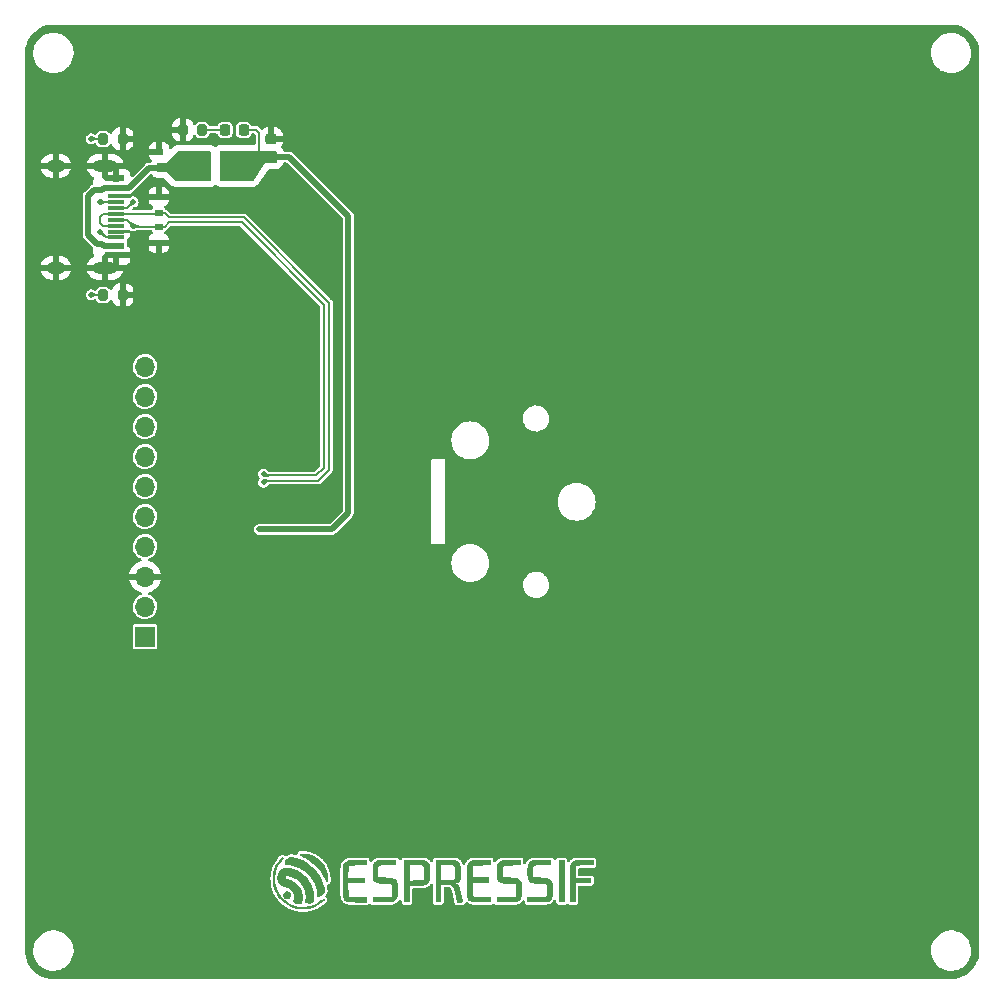
<source format=gbr>
%TF.GenerationSoftware,KiCad,Pcbnew,(6.0.9)*%
%TF.CreationDate,2022-11-14T09:49:53+08:00*%
%TF.ProjectId,YYSJ_2.1''_knob,5959534a-5f32-42e3-9127-275f6b6e6f62,rev?*%
%TF.SameCoordinates,Original*%
%TF.FileFunction,Copper,L1,Top*%
%TF.FilePolarity,Positive*%
%FSLAX46Y46*%
G04 Gerber Fmt 4.6, Leading zero omitted, Abs format (unit mm)*
G04 Created by KiCad (PCBNEW (6.0.9)) date 2022-11-14 09:49:53*
%MOMM*%
%LPD*%
G01*
G04 APERTURE LIST*
G04 Aperture macros list*
%AMRoundRect*
0 Rectangle with rounded corners*
0 $1 Rounding radius*
0 $2 $3 $4 $5 $6 $7 $8 $9 X,Y pos of 4 corners*
0 Add a 4 corners polygon primitive as box body*
4,1,4,$2,$3,$4,$5,$6,$7,$8,$9,$2,$3,0*
0 Add four circle primitives for the rounded corners*
1,1,$1+$1,$2,$3*
1,1,$1+$1,$4,$5*
1,1,$1+$1,$6,$7*
1,1,$1+$1,$8,$9*
0 Add four rect primitives between the rounded corners*
20,1,$1+$1,$2,$3,$4,$5,0*
20,1,$1+$1,$4,$5,$6,$7,0*
20,1,$1+$1,$6,$7,$8,$9,0*
20,1,$1+$1,$8,$9,$2,$3,0*%
G04 Aperture macros list end*
%TA.AperFunction,ComponentPad*%
%ADD10R,1.700000X1.700000*%
%TD*%
%TA.AperFunction,ComponentPad*%
%ADD11O,1.700000X1.700000*%
%TD*%
%TA.AperFunction,SMDPad,CuDef*%
%ADD12RoundRect,0.200000X-0.200000X-0.275000X0.200000X-0.275000X0.200000X0.275000X-0.200000X0.275000X0*%
%TD*%
%TA.AperFunction,SMDPad,CuDef*%
%ADD13R,0.700000X0.600000*%
%TD*%
%TA.AperFunction,SMDPad,CuDef*%
%ADD14R,1.450000X0.600000*%
%TD*%
%TA.AperFunction,SMDPad,CuDef*%
%ADD15R,1.450000X0.300000*%
%TD*%
%TA.AperFunction,ComponentPad*%
%ADD16O,2.100000X1.000000*%
%TD*%
%TA.AperFunction,ComponentPad*%
%ADD17O,1.600000X1.000000*%
%TD*%
%TA.AperFunction,SMDPad,CuDef*%
%ADD18RoundRect,0.218750X-0.218750X-0.256250X0.218750X-0.256250X0.218750X0.256250X-0.218750X0.256250X0*%
%TD*%
%TA.AperFunction,SMDPad,CuDef*%
%ADD19R,2.500000X1.800000*%
%TD*%
%TA.AperFunction,SMDPad,CuDef*%
%ADD20RoundRect,0.225000X0.250000X-0.225000X0.250000X0.225000X-0.250000X0.225000X-0.250000X-0.225000X0*%
%TD*%
%TA.AperFunction,ViaPad*%
%ADD21C,0.500000*%
%TD*%
%TA.AperFunction,Conductor*%
%ADD22C,0.200000*%
%TD*%
%TA.AperFunction,Conductor*%
%ADD23C,0.500000*%
%TD*%
G04 APERTURE END LIST*
%TO.C,G\u002A\u002A\u002A*%
G36*
X73111450Y-159592276D02*
G01*
X73416091Y-159660768D01*
X73714516Y-159759641D01*
X74004114Y-159887100D01*
X74282273Y-160041350D01*
X74546384Y-160220595D01*
X74793836Y-160423041D01*
X75022019Y-160646893D01*
X75228321Y-160890355D01*
X75410132Y-161151632D01*
X75432836Y-161188464D01*
X75541646Y-161385160D01*
X75642223Y-161600886D01*
X75730802Y-161825913D01*
X75803617Y-162050514D01*
X75856902Y-162264960D01*
X75864481Y-162303613D01*
X75899440Y-162490661D01*
X75830365Y-162605983D01*
X75785988Y-162674452D01*
X75730383Y-162752391D01*
X75674027Y-162825245D01*
X75661987Y-162839840D01*
X75562683Y-162958376D01*
X75391808Y-162962946D01*
X75220934Y-162967515D01*
X75201892Y-162760587D01*
X75159675Y-162457786D01*
X75090022Y-162171873D01*
X74992402Y-161901723D01*
X74866283Y-161646214D01*
X74711135Y-161404220D01*
X74526425Y-161174617D01*
X74379625Y-161021029D01*
X74172698Y-160839622D01*
X73945952Y-160679744D01*
X73703433Y-160543195D01*
X73449188Y-160431776D01*
X73187264Y-160347288D01*
X72921708Y-160291531D01*
X72686497Y-160267576D01*
X72496281Y-160258201D01*
X72496281Y-159906895D01*
X72629837Y-159800556D01*
X72699971Y-159746901D01*
X72775039Y-159692984D01*
X72842963Y-159647359D01*
X72868620Y-159631430D01*
X72973846Y-159568644D01*
X73111450Y-159592276D01*
G37*
G36*
X92440704Y-160326750D02*
G01*
X91000624Y-160335814D01*
X90910876Y-160425526D01*
X90906016Y-160812949D01*
X90904755Y-160947593D01*
X90905164Y-161053792D01*
X90907876Y-161135464D01*
X90913526Y-161196526D01*
X90922748Y-161240893D01*
X90936176Y-161272483D01*
X90954445Y-161295212D01*
X90978190Y-161312997D01*
X90987940Y-161318795D01*
X91009830Y-161325385D01*
X91052239Y-161331105D01*
X91117373Y-161336078D01*
X91207438Y-161340423D01*
X91324639Y-161344265D01*
X91471184Y-161347723D01*
X91534139Y-161348946D01*
X91678564Y-161351771D01*
X91794721Y-161354525D01*
X91886718Y-161357506D01*
X91958660Y-161361011D01*
X92014655Y-161365336D01*
X92058811Y-161370779D01*
X92095234Y-161377637D01*
X92128032Y-161386208D01*
X92151763Y-161393624D01*
X92286092Y-161451802D01*
X92395120Y-161530088D01*
X92478750Y-161628390D01*
X92536887Y-161746615D01*
X92546309Y-161775495D01*
X92554156Y-161819409D01*
X92560557Y-161890391D01*
X92565513Y-161983164D01*
X92569025Y-162092450D01*
X92571093Y-162212972D01*
X92571717Y-162339453D01*
X92570898Y-162466615D01*
X92568636Y-162589183D01*
X92564931Y-162701877D01*
X92559785Y-162799422D01*
X92553198Y-162876540D01*
X92546207Y-162923324D01*
X92501493Y-163072919D01*
X92436043Y-163199153D01*
X92350588Y-163301046D01*
X92245860Y-163377619D01*
X92184733Y-163406822D01*
X92163823Y-163415052D01*
X92143329Y-163421986D01*
X92120379Y-163427753D01*
X92092103Y-163432480D01*
X92055630Y-163436297D01*
X92008089Y-163439332D01*
X91946610Y-163441712D01*
X91868322Y-163443566D01*
X91770354Y-163445024D01*
X91649835Y-163446212D01*
X91503894Y-163447260D01*
X91329662Y-163448295D01*
X91246791Y-163448760D01*
X90400933Y-163453485D01*
X90400933Y-162999745D01*
X91970519Y-162990753D01*
X92015395Y-162945895D01*
X92060270Y-162901036D01*
X92065104Y-162487207D01*
X92066467Y-162360160D01*
X92067046Y-162261107D01*
X92066572Y-162185668D01*
X92064773Y-162129466D01*
X92061379Y-162088119D01*
X92056120Y-162057250D01*
X92048726Y-162032478D01*
X92038926Y-162009425D01*
X92035116Y-162001446D01*
X92017250Y-161966743D01*
X91998522Y-161939494D01*
X91974996Y-161918797D01*
X91942736Y-161903753D01*
X91897804Y-161893462D01*
X91836263Y-161887024D01*
X91754177Y-161883540D01*
X91647609Y-161882108D01*
X91512623Y-161881830D01*
X91511831Y-161881830D01*
X91330849Y-161880591D01*
X91178494Y-161876386D01*
X91051098Y-161868487D01*
X90944987Y-161856165D01*
X90856492Y-161838693D01*
X90781940Y-161815340D01*
X90717661Y-161785378D01*
X90659984Y-161748079D01*
X90605236Y-161702714D01*
X90604062Y-161701642D01*
X90551430Y-161648705D01*
X90508059Y-161592705D01*
X90473303Y-161530270D01*
X90446514Y-161458029D01*
X90427048Y-161372608D01*
X90414258Y-161270635D01*
X90407499Y-161148738D01*
X90406123Y-161003544D01*
X90409486Y-160831681D01*
X90413748Y-160708153D01*
X90419218Y-160576135D01*
X90424492Y-160472158D01*
X90429984Y-160391892D01*
X90436111Y-160331006D01*
X90443286Y-160285169D01*
X90451924Y-160250051D01*
X90459772Y-160227743D01*
X90515384Y-160117181D01*
X90585401Y-160030996D01*
X90673277Y-159966824D01*
X90782464Y-159922300D01*
X90916412Y-159895058D01*
X90951348Y-159890961D01*
X91001697Y-159887436D01*
X91079931Y-159884166D01*
X91181558Y-159881242D01*
X91302086Y-159878750D01*
X91437022Y-159876781D01*
X91581875Y-159875422D01*
X91732153Y-159874764D01*
X91772922Y-159874718D01*
X92440704Y-159874437D01*
X92440704Y-160326750D01*
G37*
G36*
X98608581Y-160327719D02*
G01*
X97948894Y-160327745D01*
X97776354Y-160327824D01*
X97633118Y-160328310D01*
X97516112Y-160329592D01*
X97422261Y-160332063D01*
X97348493Y-160336112D01*
X97291733Y-160342131D01*
X97248908Y-160350511D01*
X97216944Y-160361644D01*
X97192767Y-160375919D01*
X97173304Y-160393728D01*
X97155480Y-160415462D01*
X97144659Y-160430052D01*
X97134924Y-160444810D01*
X97127216Y-160462093D01*
X97121250Y-160485729D01*
X97116741Y-160519548D01*
X97113403Y-160567376D01*
X97110952Y-160633043D01*
X97109103Y-160720376D01*
X97107570Y-160833204D01*
X97106383Y-160944042D01*
X97101635Y-161412359D01*
X98414318Y-161412359D01*
X98414318Y-161849453D01*
X97103037Y-161849453D01*
X97103037Y-163452130D01*
X96616747Y-163452130D01*
X96625471Y-160335814D01*
X96664528Y-160238801D01*
X96720290Y-160137913D01*
X96799776Y-160044839D01*
X96894410Y-159968154D01*
X96981741Y-159921700D01*
X97004649Y-159912685D01*
X97026526Y-159905162D01*
X97050435Y-159898974D01*
X97079442Y-159893966D01*
X97116611Y-159889981D01*
X97165007Y-159886863D01*
X97227693Y-159884455D01*
X97307734Y-159882601D01*
X97408195Y-159881144D01*
X97532141Y-159879929D01*
X97682634Y-159878799D01*
X97843668Y-159877722D01*
X98608581Y-159872690D01*
X98608581Y-160327719D01*
G37*
G36*
X72321854Y-159652592D02*
G01*
X72334394Y-159663985D01*
X72358935Y-159696345D01*
X72365983Y-159730910D01*
X72353971Y-159772207D01*
X72321336Y-159824763D01*
X72266513Y-159893107D01*
X72247693Y-159914866D01*
X72073052Y-160137944D01*
X71927910Y-160374206D01*
X71811770Y-160624638D01*
X71724138Y-160890229D01*
X71691960Y-161023832D01*
X71680390Y-161087037D01*
X71672086Y-161156053D01*
X71666628Y-161237345D01*
X71663597Y-161337382D01*
X71662573Y-161462631D01*
X71662565Y-161477114D01*
X71663561Y-161614354D01*
X71667318Y-161727249D01*
X71674991Y-161823790D01*
X71687733Y-161911969D01*
X71706701Y-161999779D01*
X71733048Y-162095210D01*
X71767862Y-162206055D01*
X71866357Y-162459048D01*
X71990195Y-162694107D01*
X72137216Y-162910201D01*
X72305257Y-163106299D01*
X72492156Y-163281368D01*
X72695752Y-163434379D01*
X72913881Y-163564298D01*
X73144383Y-163670095D01*
X73385094Y-163750738D01*
X73633854Y-163805197D01*
X73888500Y-163832438D01*
X74146869Y-163831433D01*
X74406801Y-163801147D01*
X74666133Y-163740552D01*
X74851921Y-163677323D01*
X75082973Y-163573459D01*
X75301773Y-163444726D01*
X75513430Y-163287971D01*
X75593524Y-163219987D01*
X75657526Y-163167114D01*
X75705419Y-163135947D01*
X75742036Y-163123499D01*
X75750501Y-163122960D01*
X75805651Y-163134345D01*
X75837861Y-163168576D01*
X75847332Y-163219834D01*
X75843090Y-163253998D01*
X75826841Y-163286042D01*
X75793308Y-163324302D01*
X75762342Y-163354038D01*
X75539823Y-163539655D01*
X75302152Y-163696693D01*
X75049695Y-163824993D01*
X74782816Y-163924392D01*
X74501881Y-163994730D01*
X74220372Y-164034665D01*
X74127835Y-164042623D01*
X74053542Y-164047061D01*
X73986456Y-164047961D01*
X73915538Y-164045306D01*
X73829749Y-164039078D01*
X73770224Y-164033945D01*
X73491837Y-163993431D01*
X73222397Y-163923062D01*
X72964002Y-163824490D01*
X72718751Y-163699364D01*
X72488742Y-163549335D01*
X72276074Y-163376054D01*
X72082846Y-163181171D01*
X71911157Y-162966336D01*
X71763105Y-162733200D01*
X71640789Y-162483414D01*
X71574032Y-162306821D01*
X71535483Y-162186682D01*
X71505921Y-162080338D01*
X71484222Y-161980121D01*
X71469262Y-161878365D01*
X71459917Y-161767401D01*
X71455063Y-161639562D01*
X71453575Y-161487181D01*
X71453573Y-161485208D01*
X71453863Y-161361138D01*
X71455277Y-161263089D01*
X71458247Y-161184714D01*
X71463206Y-161119664D01*
X71470587Y-161061591D01*
X71480824Y-161004148D01*
X71489074Y-160964779D01*
X71566629Y-160681732D01*
X71672489Y-160412293D01*
X71805626Y-160158521D01*
X71965014Y-159922476D01*
X72077120Y-159785304D01*
X72146594Y-159710470D01*
X72202329Y-159661420D01*
X72247802Y-159636516D01*
X72286485Y-159634119D01*
X72321854Y-159652592D01*
G37*
G36*
X72769854Y-162511421D02*
G01*
X72857890Y-162552513D01*
X72927159Y-162617011D01*
X72974447Y-162701651D01*
X72996541Y-162803171D01*
X72997773Y-162833718D01*
X72983451Y-162936571D01*
X72940562Y-163024937D01*
X72870588Y-163096399D01*
X72816652Y-163129932D01*
X72751076Y-163151299D01*
X72671816Y-163159747D01*
X72592645Y-163155095D01*
X72527338Y-163137162D01*
X72520564Y-163133834D01*
X72432679Y-163071717D01*
X72372444Y-162992851D01*
X72340194Y-162897783D01*
X72334394Y-162828867D01*
X72348860Y-162724945D01*
X72389960Y-162636448D01*
X72454249Y-162566822D01*
X72538282Y-162519510D01*
X72638615Y-162497959D01*
X72666262Y-162496999D01*
X72769854Y-162511421D01*
G37*
G36*
X78680347Y-159878248D02*
G01*
X79416931Y-159882531D01*
X79421429Y-160104183D01*
X79425926Y-160325835D01*
X78722432Y-160330824D01*
X78553059Y-160332069D01*
X78413038Y-160333282D01*
X78299345Y-160334622D01*
X78208956Y-160336247D01*
X78138846Y-160338313D01*
X78085990Y-160340980D01*
X78047365Y-160344403D01*
X78019946Y-160348742D01*
X78000709Y-160354154D01*
X77986629Y-160360796D01*
X77974681Y-160368826D01*
X77973256Y-160369883D01*
X77933303Y-160408029D01*
X77897575Y-160454989D01*
X77895197Y-160458921D01*
X77885312Y-160477870D01*
X77877558Y-160499927D01*
X77871608Y-160529235D01*
X77867137Y-160569938D01*
X77863817Y-160626179D01*
X77861322Y-160702100D01*
X77859326Y-160801844D01*
X77857502Y-160929556D01*
X77857383Y-160938841D01*
X77851946Y-161363793D01*
X79214573Y-161363793D01*
X79214573Y-161800887D01*
X77852670Y-161800887D01*
X77857745Y-162314877D01*
X77859287Y-162458700D01*
X77860930Y-162573902D01*
X77862916Y-162664241D01*
X77865487Y-162733473D01*
X77868889Y-162785356D01*
X77873362Y-162823645D01*
X77879151Y-162852097D01*
X77886498Y-162874470D01*
X77895197Y-162893621D01*
X77909451Y-162921496D01*
X77923820Y-162944738D01*
X77941208Y-162963769D01*
X77964522Y-162979010D01*
X77996667Y-162990882D01*
X78040549Y-162999805D01*
X78099074Y-163006201D01*
X78175147Y-163010491D01*
X78271674Y-163013096D01*
X78391560Y-163014437D01*
X78537712Y-163014935D01*
X78713035Y-163015010D01*
X78732960Y-163015011D01*
X79425025Y-163015036D01*
X79425025Y-163468318D01*
X78684394Y-163467031D01*
X78493799Y-163466454D01*
X78332972Y-163465389D01*
X78199304Y-163463764D01*
X78090187Y-163461506D01*
X78003014Y-163458543D01*
X77935178Y-163454802D01*
X77884071Y-163450209D01*
X77847085Y-163444693D01*
X77841219Y-163443487D01*
X77710146Y-163399733D01*
X77598120Y-163330421D01*
X77506748Y-163237272D01*
X77437638Y-163122007D01*
X77392398Y-162986348D01*
X77386261Y-162956408D01*
X77382555Y-162919114D01*
X77379288Y-162850105D01*
X77376469Y-162750043D01*
X77374105Y-162619588D01*
X77372206Y-162459399D01*
X77370781Y-162270138D01*
X77369838Y-162052465D01*
X77369385Y-161807039D01*
X77369347Y-161664357D01*
X77369464Y-161425665D01*
X77369777Y-161217035D01*
X77370410Y-161036151D01*
X77371483Y-160880699D01*
X77373121Y-160748363D01*
X77375444Y-160636828D01*
X77378576Y-160543780D01*
X77382640Y-160466901D01*
X77387757Y-160403878D01*
X77394050Y-160352396D01*
X77401642Y-160310138D01*
X77410654Y-160274790D01*
X77421211Y-160244036D01*
X77433433Y-160215562D01*
X77447443Y-160187051D01*
X77447493Y-160186954D01*
X77514365Y-160089614D01*
X77606209Y-160005740D01*
X77716931Y-159939679D01*
X77840435Y-159895779D01*
X77862820Y-159890717D01*
X77900903Y-159886501D01*
X77969558Y-159883059D01*
X78066988Y-159880418D01*
X78191397Y-159878607D01*
X78340989Y-159877651D01*
X78513966Y-159877580D01*
X78680347Y-159878248D01*
G37*
G36*
X83387198Y-159874629D02*
G01*
X83584767Y-159874762D01*
X83752828Y-159875216D01*
X83894255Y-159876220D01*
X84011917Y-159878003D01*
X84108687Y-159880796D01*
X84187434Y-159884826D01*
X84251029Y-159890325D01*
X84302345Y-159897521D01*
X84344251Y-159906643D01*
X84379619Y-159917921D01*
X84411319Y-159931585D01*
X84442223Y-159947863D01*
X84464528Y-159960706D01*
X84522405Y-160002174D01*
X84585842Y-160059299D01*
X84645477Y-160122553D01*
X84691952Y-160182403D01*
X84707192Y-160207807D01*
X84722452Y-160240125D01*
X84734878Y-160274556D01*
X84744770Y-160314711D01*
X84752423Y-160364202D01*
X84758137Y-160426643D01*
X84762208Y-160505644D01*
X84764934Y-160604819D01*
X84766613Y-160727778D01*
X84767542Y-160878135D01*
X84767760Y-160942888D01*
X84768004Y-161097425D01*
X84767673Y-161223241D01*
X84766625Y-161323992D01*
X84764718Y-161403333D01*
X84761810Y-161464918D01*
X84757759Y-161512401D01*
X84752424Y-161549437D01*
X84745661Y-161579681D01*
X84742603Y-161590434D01*
X84691076Y-161714286D01*
X84617132Y-161824410D01*
X84525444Y-161915787D01*
X84420682Y-161983393D01*
X84351200Y-162011172D01*
X84321661Y-162019689D01*
X84291363Y-162026582D01*
X84256640Y-162032024D01*
X84213827Y-162036183D01*
X84159257Y-162039229D01*
X84089266Y-162041331D01*
X84000188Y-162042661D01*
X83888357Y-162043387D01*
X83750108Y-162043679D01*
X83648559Y-162043717D01*
X83051284Y-162043717D01*
X83051284Y-163452130D01*
X82549436Y-163452130D01*
X82549436Y-161608679D01*
X83051284Y-161608679D01*
X83565274Y-161603604D01*
X83709096Y-161602061D01*
X83824299Y-161600419D01*
X83914638Y-161598433D01*
X83983870Y-161595861D01*
X84035753Y-161592460D01*
X84074041Y-161587987D01*
X84102494Y-161582198D01*
X84124867Y-161574850D01*
X84144018Y-161566151D01*
X84204490Y-161521693D01*
X84245197Y-161461542D01*
X84256499Y-161437730D01*
X84265187Y-161413779D01*
X84271604Y-161385224D01*
X84276092Y-161347600D01*
X84278995Y-161296439D01*
X84280655Y-161227276D01*
X84281415Y-161135645D01*
X84281618Y-161017081D01*
X84281622Y-160987098D01*
X84281096Y-160842011D01*
X84279141Y-160725409D01*
X84275189Y-160633411D01*
X84268670Y-160562135D01*
X84259018Y-160507700D01*
X84245663Y-160466227D01*
X84228038Y-160433833D01*
X84205575Y-160406637D01*
X84195147Y-160396382D01*
X84169451Y-160373664D01*
X84143224Y-160355397D01*
X84112750Y-160341099D01*
X84074316Y-160330286D01*
X84024207Y-160322475D01*
X83958707Y-160317184D01*
X83874103Y-160313929D01*
X83766679Y-160312228D01*
X83632722Y-160311597D01*
X83542622Y-160311531D01*
X83051284Y-160311531D01*
X83051284Y-161608679D01*
X82549436Y-161608679D01*
X82549436Y-159874437D01*
X83387198Y-159874629D01*
G37*
G36*
X96147906Y-163452130D02*
G01*
X95662246Y-163452130D01*
X95662246Y-159874437D01*
X96147906Y-159874437D01*
X96147906Y-163452130D01*
G37*
G36*
X88933851Y-159867877D02*
G01*
X89107472Y-159869349D01*
X89231303Y-159870744D01*
X89931462Y-159879156D01*
X89931462Y-160326740D01*
X88508960Y-160335814D01*
X88460872Y-160381898D01*
X88436772Y-160408503D01*
X88417711Y-160439549D01*
X88403122Y-160478955D01*
X88392435Y-160530640D01*
X88385083Y-160598522D01*
X88380499Y-160686520D01*
X88378114Y-160798554D01*
X88377359Y-160938543D01*
X88377351Y-160958151D01*
X88377351Y-161347605D01*
X89737198Y-161347605D01*
X89737198Y-161784698D01*
X88375711Y-161784698D01*
X88380578Y-162314877D01*
X88382030Y-162460877D01*
X88383568Y-162578099D01*
X88385419Y-162670139D01*
X88387807Y-162740597D01*
X88390960Y-162793069D01*
X88395101Y-162831155D01*
X88400457Y-162858452D01*
X88407254Y-162878558D01*
X88415718Y-162895072D01*
X88417112Y-162897407D01*
X88431842Y-162920943D01*
X88446988Y-162940523D01*
X88465498Y-162956513D01*
X88490318Y-162969276D01*
X88524397Y-162979175D01*
X88570683Y-162986575D01*
X88632124Y-162991838D01*
X88711667Y-162995329D01*
X88812260Y-162997412D01*
X88936851Y-162998450D01*
X89088388Y-162998807D01*
X89239146Y-162998847D01*
X89385054Y-162999000D01*
X89520700Y-162999436D01*
X89642712Y-163000123D01*
X89747719Y-163001029D01*
X89832350Y-163002121D01*
X89893235Y-163003366D01*
X89927003Y-163004732D01*
X89932811Y-163005539D01*
X89934934Y-163023287D01*
X89936057Y-163067282D01*
X89936130Y-163131406D01*
X89935104Y-163209544D01*
X89934633Y-163232180D01*
X89929710Y-163452130D01*
X89157578Y-163451221D01*
X88978071Y-163450938D01*
X88827866Y-163450472D01*
X88703888Y-163449710D01*
X88603062Y-163448535D01*
X88522312Y-163446835D01*
X88458565Y-163444495D01*
X88408744Y-163441399D01*
X88369776Y-163437434D01*
X88338583Y-163432485D01*
X88312092Y-163426437D01*
X88287227Y-163419177D01*
X88285934Y-163418768D01*
X88187757Y-163373379D01*
X88093822Y-163304056D01*
X88013861Y-163218775D01*
X87978908Y-163167181D01*
X87963426Y-163140503D01*
X87949902Y-163115283D01*
X87938206Y-163089244D01*
X87928202Y-163060108D01*
X87919760Y-163025600D01*
X87912745Y-162983443D01*
X87907024Y-162931358D01*
X87902466Y-162867070D01*
X87898937Y-162788302D01*
X87896303Y-162692776D01*
X87894433Y-162578216D01*
X87893193Y-162442345D01*
X87892450Y-162282886D01*
X87892072Y-162097562D01*
X87891926Y-161884096D01*
X87891884Y-161676222D01*
X87891891Y-161435563D01*
X87892066Y-161225006D01*
X87892520Y-161042273D01*
X87893364Y-160885087D01*
X87894710Y-160751173D01*
X87896668Y-160638254D01*
X87899350Y-160544053D01*
X87902868Y-160466294D01*
X87907332Y-160402700D01*
X87912854Y-160350995D01*
X87919546Y-160308903D01*
X87927517Y-160274146D01*
X87936881Y-160244449D01*
X87947747Y-160217535D01*
X87960228Y-160191127D01*
X87964939Y-160181701D01*
X88012940Y-160109382D01*
X88080976Y-160035975D01*
X88158582Y-159971267D01*
X88235296Y-159925046D01*
X88242966Y-159921624D01*
X88278582Y-159907827D01*
X88317420Y-159896349D01*
X88362508Y-159887037D01*
X88416874Y-159879732D01*
X88483546Y-159874280D01*
X88565551Y-159870524D01*
X88665919Y-159868309D01*
X88787676Y-159867479D01*
X88933851Y-159867877D01*
G37*
G36*
X81918078Y-160327719D02*
G01*
X81217919Y-160327780D01*
X81048575Y-160327856D01*
X80908551Y-160328138D01*
X80794787Y-160328754D01*
X80704227Y-160329834D01*
X80633813Y-160331506D01*
X80580486Y-160333898D01*
X80541188Y-160337139D01*
X80512861Y-160341358D01*
X80492448Y-160346684D01*
X80476890Y-160353245D01*
X80465969Y-160359419D01*
X80439402Y-160378983D01*
X80418689Y-160404027D01*
X80403216Y-160438406D01*
X80392369Y-160485971D01*
X80385532Y-160550579D01*
X80382091Y-160636081D01*
X80381432Y-160746333D01*
X80382867Y-160880490D01*
X80388250Y-161233711D01*
X80441140Y-161286611D01*
X80494030Y-161339510D01*
X81007743Y-161348932D01*
X81156649Y-161351906D01*
X81277015Y-161354959D01*
X81372677Y-161358334D01*
X81447472Y-161362274D01*
X81505236Y-161367023D01*
X81549807Y-161372823D01*
X81585020Y-161379919D01*
X81610494Y-161387162D01*
X81748620Y-161442589D01*
X81858525Y-161511498D01*
X81942417Y-161596309D01*
X82002505Y-161699446D01*
X82040997Y-161823331D01*
X82049207Y-161868348D01*
X82054179Y-161919992D01*
X82057639Y-161997324D01*
X82059673Y-162094659D01*
X82060365Y-162206308D01*
X82059801Y-162326583D01*
X82058067Y-162449798D01*
X82055248Y-162570266D01*
X82051430Y-162682297D01*
X82046698Y-162780205D01*
X82041137Y-162858303D01*
X82034833Y-162910903D01*
X82033434Y-162918128D01*
X81987953Y-163067836D01*
X81921719Y-163194607D01*
X81835646Y-163297228D01*
X81730645Y-163374487D01*
X81667034Y-163404978D01*
X81570022Y-163444035D01*
X79894496Y-163453497D01*
X79894496Y-162998847D01*
X80654601Y-162998847D01*
X80848993Y-162998590D01*
X81012854Y-162997788D01*
X81148028Y-162996397D01*
X81256356Y-162994373D01*
X81339683Y-162991671D01*
X81399850Y-162988247D01*
X81438700Y-162984056D01*
X81457154Y-162979507D01*
X81482743Y-162965945D01*
X81502889Y-162948752D01*
X81518236Y-162924178D01*
X81529431Y-162888474D01*
X81537119Y-162837887D01*
X81541946Y-162768668D01*
X81544557Y-162677066D01*
X81545598Y-162559331D01*
X81545739Y-162464906D01*
X81545361Y-162327430D01*
X81543831Y-162218299D01*
X81540550Y-162133482D01*
X81534923Y-162068951D01*
X81526352Y-162020678D01*
X81514241Y-161984634D01*
X81497994Y-161956789D01*
X81477012Y-161933116D01*
X81465366Y-161922302D01*
X81453377Y-161913111D01*
X81437804Y-161905700D01*
X81415021Y-161899777D01*
X81381405Y-161895047D01*
X81333331Y-161891219D01*
X81267175Y-161887998D01*
X81179312Y-161885092D01*
X81066117Y-161882207D01*
X80932953Y-161879245D01*
X80800072Y-161875828D01*
X80676890Y-161871595D01*
X80567786Y-161866771D01*
X80477138Y-161861579D01*
X80409325Y-161856246D01*
X80368726Y-161850994D01*
X80364671Y-161850082D01*
X80240861Y-161804286D01*
X80128319Y-161735443D01*
X80033631Y-161648566D01*
X79963383Y-161548669D01*
X79959832Y-161541869D01*
X79940894Y-161499686D01*
X79925859Y-161452654D01*
X79914319Y-161396673D01*
X79905862Y-161327643D01*
X79900080Y-161241464D01*
X79896562Y-161134036D01*
X79894898Y-161001260D01*
X79894618Y-160889478D01*
X79895465Y-160725753D01*
X79898137Y-160590493D01*
X79902987Y-160479816D01*
X79910369Y-160389845D01*
X79920635Y-160316698D01*
X79934138Y-160256497D01*
X79951231Y-160205361D01*
X79958416Y-160188232D01*
X79996690Y-160121626D01*
X80049905Y-160054054D01*
X80108742Y-159996052D01*
X80160392Y-159959905D01*
X80193171Y-159943589D01*
X80225180Y-159929845D01*
X80259470Y-159918420D01*
X80299096Y-159909064D01*
X80347111Y-159901524D01*
X80406568Y-159895549D01*
X80480520Y-159890887D01*
X80572021Y-159887287D01*
X80684123Y-159884496D01*
X80819881Y-159882264D01*
X80982346Y-159880338D01*
X81145070Y-159878741D01*
X81918078Y-159871515D01*
X81918078Y-160327719D01*
G37*
G36*
X86065359Y-159890626D02*
G01*
X86263561Y-159890707D01*
X86432234Y-159891136D01*
X86574225Y-159892193D01*
X86692383Y-159894155D01*
X86789555Y-159897302D01*
X86868590Y-159901911D01*
X86932335Y-159908263D01*
X86983637Y-159916636D01*
X87025346Y-159927308D01*
X87060309Y-159940559D01*
X87091373Y-159956666D01*
X87121387Y-159975909D01*
X87150869Y-159996875D01*
X87215747Y-160052221D01*
X87267189Y-160116516D01*
X87307070Y-160194404D01*
X87337264Y-160290529D01*
X87359647Y-160409533D01*
X87375944Y-160554361D01*
X87381872Y-160647192D01*
X87385372Y-160757416D01*
X87386593Y-160878941D01*
X87385683Y-161005673D01*
X87382789Y-161131520D01*
X87378060Y-161250388D01*
X87371644Y-161356183D01*
X87363689Y-161442815D01*
X87354343Y-161504188D01*
X87352681Y-161511451D01*
X87312741Y-161624408D01*
X87253917Y-161711742D01*
X87174494Y-161775278D01*
X87072756Y-161816842D01*
X87063571Y-161819281D01*
X87009845Y-161835902D01*
X86987946Y-161850359D01*
X86997438Y-161863199D01*
X87021986Y-161871383D01*
X87055036Y-161886992D01*
X87099323Y-161916823D01*
X87126532Y-161938572D01*
X87158345Y-161967954D01*
X87186526Y-161999964D01*
X87212132Y-162037655D01*
X87236221Y-162084079D01*
X87259848Y-162142291D01*
X87284071Y-162215343D01*
X87309946Y-162306288D01*
X87338531Y-162418181D01*
X87370882Y-162554073D01*
X87408056Y-162717017D01*
X87430155Y-162815752D01*
X87460610Y-162952850D01*
X87488730Y-163080260D01*
X87513756Y-163194474D01*
X87534927Y-163291986D01*
X87551482Y-163369290D01*
X87562662Y-163422878D01*
X87567705Y-163449244D01*
X87567919Y-163451157D01*
X87551795Y-163458527D01*
X87503556Y-163463852D01*
X87423398Y-163467118D01*
X87311521Y-163468313D01*
X87301954Y-163468318D01*
X87035988Y-163468318D01*
X87017860Y-163375234D01*
X86973431Y-163149378D01*
X86933713Y-162953037D01*
X86898016Y-162783798D01*
X86865649Y-162639254D01*
X86835921Y-162516994D01*
X86808141Y-162414607D01*
X86781617Y-162329686D01*
X86755659Y-162259818D01*
X86729575Y-162202595D01*
X86702675Y-162155607D01*
X86674267Y-162116444D01*
X86648649Y-162087745D01*
X86614402Y-162055768D01*
X86578256Y-162030653D01*
X86535914Y-162011592D01*
X86483077Y-161997784D01*
X86415447Y-161988421D01*
X86328724Y-161982701D01*
X86218612Y-161979817D01*
X86080810Y-161978967D01*
X86067530Y-161978962D01*
X85706223Y-161978962D01*
X85706223Y-163452130D01*
X85236752Y-163452130D01*
X85236752Y-161541869D01*
X85706223Y-161541869D01*
X86212119Y-161540955D01*
X86381208Y-161540072D01*
X86519061Y-161538067D01*
X86626802Y-161534898D01*
X86705554Y-161530525D01*
X86756440Y-161524908D01*
X86774675Y-161520719D01*
X86805758Y-161508395D01*
X86830589Y-161492580D01*
X86849861Y-161469771D01*
X86864268Y-161436466D01*
X86874504Y-161389165D01*
X86881264Y-161324364D01*
X86885242Y-161238563D01*
X86887131Y-161128259D01*
X86887627Y-160989951D01*
X86887614Y-160950983D01*
X86887055Y-160793456D01*
X86884551Y-160665234D01*
X86878467Y-160563244D01*
X86867171Y-160484416D01*
X86849030Y-160425678D01*
X86822410Y-160383959D01*
X86785678Y-160356186D01*
X86737201Y-160339289D01*
X86675344Y-160330196D01*
X86598476Y-160325836D01*
X86554458Y-160324486D01*
X86481218Y-160323156D01*
X86384344Y-160322399D01*
X86272577Y-160322229D01*
X86154655Y-160322660D01*
X86042138Y-160323672D01*
X85706223Y-160327719D01*
X85706223Y-161541869D01*
X85236752Y-161541869D01*
X85236752Y-159890626D01*
X86065359Y-159890626D01*
G37*
G36*
X95030889Y-160327719D02*
G01*
X94330729Y-160327780D01*
X94161386Y-160327856D01*
X94021361Y-160328138D01*
X93907598Y-160328754D01*
X93817038Y-160329834D01*
X93746624Y-160331506D01*
X93693296Y-160333898D01*
X93653998Y-160337139D01*
X93625672Y-160341358D01*
X93605259Y-160346684D01*
X93589701Y-160353245D01*
X93578780Y-160359419D01*
X93552368Y-160378843D01*
X93531773Y-160403682D01*
X93516380Y-160437793D01*
X93505574Y-160485031D01*
X93498741Y-160549254D01*
X93495268Y-160634317D01*
X93494539Y-160744077D01*
X93495900Y-160879672D01*
X93501061Y-161233725D01*
X93553951Y-161286618D01*
X93606841Y-161339510D01*
X94120554Y-161348932D01*
X94269460Y-161351906D01*
X94389826Y-161354959D01*
X94485488Y-161358334D01*
X94560283Y-161362274D01*
X94618047Y-161367023D01*
X94662617Y-161372823D01*
X94697830Y-161379919D01*
X94723304Y-161387162D01*
X94847536Y-161434930D01*
X94945154Y-161490906D01*
X95021683Y-161559382D01*
X95082648Y-161644657D01*
X95102777Y-161682144D01*
X95126148Y-161736942D01*
X95144519Y-161799783D01*
X95158237Y-161874447D01*
X95167646Y-161964714D01*
X95173092Y-162074364D01*
X95174920Y-162207177D01*
X95173475Y-162366932D01*
X95172033Y-162440339D01*
X95167232Y-162603707D01*
X95160248Y-162739055D01*
X95150389Y-162850705D01*
X95136966Y-162942978D01*
X95119286Y-163020199D01*
X95096660Y-163086688D01*
X95068395Y-163146768D01*
X95055411Y-163169880D01*
X94991714Y-163253563D01*
X94906502Y-163330155D01*
X94810574Y-163390545D01*
X94774251Y-163407071D01*
X94753352Y-163415284D01*
X94732779Y-163422198D01*
X94709646Y-163427942D01*
X94681066Y-163432647D01*
X94644153Y-163436442D01*
X94596021Y-163439456D01*
X94533783Y-163441819D01*
X94454553Y-163443660D01*
X94355445Y-163445109D01*
X94233572Y-163446295D01*
X94086049Y-163447348D01*
X93909988Y-163448398D01*
X93845070Y-163448766D01*
X93007307Y-163453497D01*
X93007307Y-162998847D01*
X93757664Y-162998847D01*
X93966154Y-162998466D01*
X94142720Y-162997317D01*
X94287804Y-162995388D01*
X94401850Y-162992671D01*
X94485302Y-162989155D01*
X94538602Y-162984831D01*
X94559494Y-162980904D01*
X94587877Y-162969258D01*
X94610270Y-162953913D01*
X94627378Y-162931195D01*
X94639906Y-162897430D01*
X94648561Y-162848944D01*
X94654046Y-162782062D01*
X94657068Y-162693112D01*
X94658331Y-162578420D01*
X94658550Y-162464906D01*
X94658172Y-162327430D01*
X94656641Y-162218299D01*
X94653361Y-162133482D01*
X94647733Y-162068951D01*
X94639163Y-162020678D01*
X94627052Y-161984634D01*
X94610804Y-161956789D01*
X94589823Y-161933116D01*
X94578176Y-161922302D01*
X94566188Y-161913111D01*
X94550614Y-161905700D01*
X94527832Y-161899777D01*
X94494216Y-161895047D01*
X94446142Y-161891219D01*
X94379986Y-161887998D01*
X94292122Y-161885092D01*
X94178927Y-161882207D01*
X94045764Y-161879245D01*
X93912883Y-161875828D01*
X93789701Y-161871595D01*
X93680597Y-161866771D01*
X93589949Y-161861579D01*
X93522135Y-161856246D01*
X93481536Y-161850994D01*
X93477481Y-161850082D01*
X93342296Y-161799710D01*
X93224857Y-161723474D01*
X93128044Y-161623712D01*
X93057903Y-161509491D01*
X93045708Y-161483359D01*
X93036060Y-161459142D01*
X93028612Y-161432745D01*
X93023015Y-161400072D01*
X93018924Y-161357028D01*
X93015991Y-161299516D01*
X93013868Y-161223440D01*
X93012210Y-161124705D01*
X93010668Y-160999215D01*
X93010054Y-160944860D01*
X93008791Y-160779490D01*
X93009293Y-160642522D01*
X93011889Y-160530013D01*
X93016910Y-160438021D01*
X93024686Y-160362602D01*
X93035547Y-160299812D01*
X93049824Y-160245710D01*
X93067847Y-160196352D01*
X93073971Y-160182021D01*
X93116551Y-160109051D01*
X93175643Y-160038114D01*
X93240942Y-159980643D01*
X93274420Y-159959619D01*
X93306676Y-159943376D01*
X93338337Y-159929690D01*
X93372445Y-159918312D01*
X93412044Y-159908990D01*
X93460176Y-159901474D01*
X93519883Y-159895515D01*
X93594209Y-159890861D01*
X93686195Y-159887264D01*
X93798885Y-159884472D01*
X93935322Y-159882236D01*
X94098547Y-159880304D01*
X94257880Y-159878741D01*
X95030889Y-159871515D01*
X95030889Y-160327719D01*
G37*
G36*
X74241121Y-159338785D02*
G01*
X74499384Y-159383116D01*
X74744642Y-159457087D01*
X74977066Y-159560767D01*
X75196824Y-159694225D01*
X75404084Y-159857529D01*
X75508012Y-159955298D01*
X75686344Y-160154619D01*
X75835415Y-160367730D01*
X75955022Y-160594138D01*
X76044960Y-160833347D01*
X76105025Y-161084862D01*
X76135012Y-161348189D01*
X76138663Y-161480745D01*
X76138728Y-161686735D01*
X76094209Y-161709383D01*
X76034309Y-161735957D01*
X75991876Y-161746641D01*
X75971975Y-161740838D01*
X75962733Y-161720443D01*
X75945323Y-161678383D01*
X75923266Y-161623189D01*
X75919936Y-161614717D01*
X75838634Y-161428914D01*
X75737323Y-161232061D01*
X75621330Y-161033267D01*
X75495982Y-160841641D01*
X75366606Y-160666291D01*
X75361298Y-160659587D01*
X75224316Y-160500764D01*
X75064171Y-160338201D01*
X74888373Y-160178524D01*
X74704431Y-160028360D01*
X74519857Y-159894336D01*
X74421565Y-159830383D01*
X74340973Y-159783258D01*
X74240749Y-159729103D01*
X74130049Y-159672471D01*
X74018032Y-159617911D01*
X73913855Y-159569977D01*
X73826675Y-159533220D01*
X73813338Y-159528083D01*
X73697700Y-159484401D01*
X73723344Y-159404212D01*
X73748987Y-159324023D01*
X73969686Y-159324023D01*
X74241121Y-159338785D01*
G37*
G36*
X72845709Y-160534320D02*
G01*
X73015914Y-160563728D01*
X73194173Y-160609276D01*
X73278514Y-160635824D01*
X73539086Y-160739316D01*
X73782161Y-160869065D01*
X74006354Y-161023245D01*
X74210281Y-161200030D01*
X74392557Y-161397594D01*
X74551798Y-161614111D01*
X74686619Y-161847755D01*
X74795636Y-162096701D01*
X74877465Y-162359122D01*
X74930722Y-162633191D01*
X74950879Y-162841650D01*
X74953210Y-162928989D01*
X74951678Y-163027338D01*
X74946839Y-163129077D01*
X74939249Y-163226584D01*
X74929465Y-163312238D01*
X74918044Y-163378417D01*
X74909473Y-163408811D01*
X74893494Y-163429689D01*
X74858494Y-163452195D01*
X74800085Y-163478715D01*
X74733769Y-163504345D01*
X74571584Y-163564323D01*
X74371695Y-163506812D01*
X74296525Y-163485012D01*
X74233721Y-163466472D01*
X74189229Y-163452971D01*
X74169001Y-163446290D01*
X74168419Y-163445979D01*
X74170682Y-163429998D01*
X74179952Y-163391681D01*
X74192304Y-163346214D01*
X74203455Y-163297444D01*
X74211364Y-163238582D01*
X74216452Y-163163822D01*
X74219140Y-163067359D01*
X74219851Y-162966470D01*
X74217885Y-162824996D01*
X74210612Y-162706851D01*
X74196425Y-162603197D01*
X74173720Y-162505199D01*
X74140888Y-162404019D01*
X74097557Y-162293781D01*
X74000123Y-162099852D01*
X73874887Y-161915615D01*
X73725963Y-161745303D01*
X73557461Y-161593150D01*
X73373495Y-161463387D01*
X73200495Y-161370348D01*
X73108579Y-161332745D01*
X73003641Y-161297600D01*
X72895416Y-161267526D01*
X72793641Y-161245136D01*
X72708050Y-161233041D01*
X72684000Y-161231730D01*
X72631301Y-161233462D01*
X72597323Y-161244790D01*
X72568784Y-161270419D01*
X72566124Y-161273476D01*
X72533685Y-161329016D01*
X72531516Y-161381116D01*
X72557509Y-161426370D01*
X72609558Y-161461373D01*
X72685554Y-161482719D01*
X72696544Y-161484246D01*
X72903933Y-161526014D01*
X73100515Y-161596942D01*
X73283921Y-161694934D01*
X73451780Y-161817890D01*
X73601722Y-161963713D01*
X73731379Y-162130306D01*
X73838379Y-162315570D01*
X73920353Y-162517407D01*
X73941159Y-162586037D01*
X73960507Y-162679443D01*
X73974426Y-162799341D01*
X73981214Y-162911128D01*
X73981601Y-163080885D01*
X73967136Y-163230653D01*
X73936312Y-163369944D01*
X73887618Y-163508269D01*
X73885727Y-163512837D01*
X73836918Y-163630205D01*
X73761532Y-163628793D01*
X73709319Y-163624746D01*
X73639004Y-163615298D01*
X73564035Y-163602316D01*
X73548543Y-163599231D01*
X73470508Y-163580560D01*
X73405295Y-163557152D01*
X73339400Y-163523322D01*
X73277383Y-163485106D01*
X73220643Y-163447630D01*
X73175890Y-163416264D01*
X73149004Y-163395231D01*
X73143887Y-163389206D01*
X73151590Y-163370008D01*
X73170386Y-163335988D01*
X73173684Y-163330520D01*
X73230880Y-163206691D01*
X73261531Y-163070202D01*
X73265445Y-162927199D01*
X73242432Y-162783829D01*
X73194752Y-162651390D01*
X73115242Y-162513635D01*
X73017467Y-162400816D01*
X72899730Y-162311743D01*
X72760335Y-162245230D01*
X72597587Y-162200088D01*
X72534869Y-162189129D01*
X72374294Y-162149861D01*
X72230411Y-162083831D01*
X72105094Y-161992164D01*
X72000220Y-161875988D01*
X71990037Y-161861796D01*
X71918111Y-161745943D01*
X71869782Y-161633962D01*
X71840275Y-161514124D01*
X71835323Y-161481877D01*
X71827749Y-161316859D01*
X71849902Y-161158650D01*
X71899738Y-161010456D01*
X71975214Y-160875484D01*
X72074286Y-160756941D01*
X72194912Y-160658034D01*
X72335049Y-160581969D01*
X72430417Y-160547810D01*
X72548262Y-160525874D01*
X72688259Y-160521539D01*
X72845709Y-160534320D01*
G37*
%TD*%
D10*
%TO.P,J3,1,Pin_1*%
%TO.N,/VCC5V*%
X60629000Y-140960000D03*
D11*
%TO.P,J3,2,Pin_2*%
%TO.N,Net-(J2-Pad9)*%
X60629000Y-138420000D03*
%TO.P,J3,3,Pin_3*%
%TO.N,GND*%
X60629000Y-135880000D03*
%TO.P,J3,4,Pin_4*%
%TO.N,Net-(J2-Pad7)*%
X60629000Y-133340000D03*
%TO.P,J3,5,Pin_5*%
%TO.N,Net-(J2-Pad6)*%
X60629000Y-130800000D03*
%TO.P,J3,6,Pin_6*%
%TO.N,Net-(J2-Pad5)*%
X60629000Y-128260000D03*
%TO.P,J3,7,Pin_7*%
%TO.N,Net-(J2-Pad4)*%
X60629000Y-125720000D03*
%TO.P,J3,8,Pin_8*%
%TO.N,Net-(J2-Pad3)*%
X60629000Y-123180000D03*
%TO.P,J3,9,Pin_9*%
%TO.N,/USB_D+*%
X60629000Y-120640000D03*
%TO.P,J3,10,Pin_10*%
%TO.N,/USB_D-*%
X60629000Y-118100000D03*
%TD*%
D12*
%TO.P,R3,1*%
%TO.N,GND*%
X63811500Y-98044000D03*
%TO.P,R3,2*%
%TO.N,Net-(D5-Pad1)*%
X65461500Y-98044000D03*
%TD*%
D13*
%TO.P,D2,1,A1*%
%TO.N,GND*%
X61785000Y-107634000D03*
%TO.P,D2,2,A2*%
%TO.N,/USB_D-*%
X61785000Y-106234000D03*
%TD*%
%TO.P,D3,1,A1*%
%TO.N,GND*%
X61817000Y-99884000D03*
%TO.P,D3,2,A2*%
%TO.N,Net-(D3-Pad2)*%
X61817000Y-101284000D03*
%TD*%
%TO.P,D1,1,A1*%
%TO.N,GND*%
X61785000Y-103694000D03*
%TO.P,D1,2,A2*%
%TO.N,/USB_D+*%
X61785000Y-105094000D03*
%TD*%
D14*
%TO.P,J1,A1,GND*%
%TO.N,GND*%
X58158000Y-102160000D03*
%TO.P,J1,A4,VBUS*%
%TO.N,Net-(D3-Pad2)*%
X58158000Y-102960000D03*
D15*
%TO.P,J1,A5,CC1*%
%TO.N,Net-(J1-PadA5)*%
X58158000Y-104160000D03*
%TO.P,J1,A6,D+*%
%TO.N,/USB_D+*%
X58158000Y-105160000D03*
%TO.P,J1,A7,D-*%
%TO.N,/USB_D-*%
X58158000Y-105660000D03*
%TO.P,J1,A8,SBU1*%
%TO.N,GND*%
X58158000Y-106660000D03*
D14*
%TO.P,J1,A9,VBUS*%
%TO.N,Net-(D3-Pad2)*%
X58158000Y-107860000D03*
%TO.P,J1,A12,GND*%
%TO.N,GND*%
X58158000Y-108660000D03*
%TO.P,J1,B1,GND*%
X58158000Y-108660000D03*
%TO.P,J1,B4,VBUS*%
%TO.N,Net-(D3-Pad2)*%
X58158000Y-107860000D03*
D15*
%TO.P,J1,B5,CC2*%
%TO.N,Net-(J1-PadB5)*%
X58158000Y-107160000D03*
%TO.P,J1,B6,D+*%
%TO.N,/USB_D+*%
X58158000Y-106160000D03*
%TO.P,J1,B7,D-*%
%TO.N,/USB_D-*%
X58158000Y-104660000D03*
%TO.P,J1,B8,SBU2*%
%TO.N,GND*%
X58158000Y-103660000D03*
D14*
%TO.P,J1,B9,VBUS*%
%TO.N,Net-(D3-Pad2)*%
X58158000Y-102960000D03*
%TO.P,J1,B12,GND*%
%TO.N,GND*%
X58158000Y-102160000D03*
D16*
%TO.P,J1,S1,SHIELD*%
X57243000Y-101090000D03*
D17*
X53063000Y-101090000D03*
D16*
X57243000Y-109730000D03*
D17*
X53063000Y-109730000D03*
%TD*%
D18*
%TO.P,D5,1,K*%
%TO.N,Net-(D5-Pad1)*%
X67405000Y-98044000D03*
%TO.P,D5,2,A*%
%TO.N,/VCC5V*%
X68980000Y-98044000D03*
%TD*%
D12*
%TO.P,R1,1*%
%TO.N,Net-(J1-PadA5)*%
X57078000Y-98806000D03*
%TO.P,R1,2*%
%TO.N,GND*%
X58728000Y-98806000D03*
%TD*%
D19*
%TO.P,D4,1,K*%
%TO.N,/VCC5V*%
X68643000Y-101092000D03*
%TO.P,D4,2,A*%
%TO.N,Net-(D3-Pad2)*%
X64643000Y-101092000D03*
%TD*%
D20*
%TO.P,C1,1*%
%TO.N,/VCC5V*%
X71310000Y-100343000D03*
%TO.P,C1,2*%
%TO.N,GND*%
X71310000Y-98793000D03*
%TD*%
D12*
%TO.P,R2,1*%
%TO.N,Net-(J1-PadB5)*%
X57087000Y-112014000D03*
%TO.P,R2,2*%
%TO.N,GND*%
X58737000Y-112014000D03*
%TD*%
D21*
%TO.N,/VCC5V*%
X70308000Y-131885000D03*
%TO.N,GND*%
X72180602Y-119983000D03*
X72942602Y-136747000D03*
X66338602Y-103981000D03*
X69386602Y-94329000D03*
X67608602Y-109569000D03*
X76498602Y-105759000D03*
X64306602Y-94329000D03*
X71418602Y-105759000D03*
X72688602Y-105759000D03*
X65068602Y-103981000D03*
X71672602Y-136747000D03*
X67608602Y-111601000D03*
X66338602Y-109569000D03*
X63798602Y-111601000D03*
X72180602Y-117443000D03*
X68116602Y-94329000D03*
X70402602Y-136747000D03*
X73958602Y-105759000D03*
X75228602Y-105759000D03*
X53130602Y-104235000D03*
X63798602Y-109569000D03*
X53130602Y-105505000D03*
X65068602Y-109569000D03*
X72180602Y-118713000D03*
X65576602Y-94329000D03*
X67608602Y-103981000D03*
X75482602Y-136747000D03*
X53130602Y-106775000D03*
X66846602Y-94329000D03*
X66338602Y-111601000D03*
X53130602Y-102965000D03*
X53130602Y-108045000D03*
X74212602Y-136747000D03*
X65068602Y-111601000D03*
X63798602Y-103981000D03*
X68878602Y-111601000D03*
X72180602Y-121253000D03*
X68878602Y-103981000D03*
X68878602Y-109569000D03*
%TO.N,/USB_D+*%
X70662000Y-127885000D03*
%TO.N,/USB_D-*%
X59626000Y-104140000D03*
X59626000Y-106172000D03*
X70662000Y-127185000D03*
%TO.N,Net-(J1-PadA5)*%
X56070000Y-98806000D03*
X56832000Y-104160000D03*
%TO.N,Net-(J1-PadB5)*%
X56070000Y-112014000D03*
X56832000Y-106680000D03*
%TD*%
D22*
%TO.N,/VCC5V*%
X70294000Y-98298000D02*
X70294000Y-100076000D01*
X70040000Y-98044000D02*
X70294000Y-98298000D01*
X68980000Y-98044000D02*
X69786000Y-98044000D01*
D23*
X76435000Y-131885000D02*
X70308000Y-131885000D01*
X71310000Y-100343000D02*
X72847000Y-100343000D01*
D22*
X69786000Y-98044000D02*
X70040000Y-98044000D01*
D23*
X72847000Y-100343000D02*
X77851000Y-105347000D01*
X77851000Y-105347000D02*
X77851000Y-130469000D01*
X77851000Y-130469000D02*
X76435000Y-131885000D01*
D22*
%TO.N,/USB_D+*%
X68987200Y-105439000D02*
X76221000Y-112672800D01*
X57086000Y-105156000D02*
X57090000Y-105160000D01*
X56832000Y-105918000D02*
X56832000Y-105410000D01*
X62310001Y-105094000D02*
X62655001Y-105439000D01*
X57074000Y-106160000D02*
X56832000Y-105918000D01*
X75290199Y-127760001D02*
X70786999Y-127760001D01*
X70786999Y-127760001D02*
X70662000Y-127885000D01*
X62655001Y-105439000D02*
X68987200Y-105439000D01*
X58158000Y-106160000D02*
X57074000Y-106160000D01*
X58158000Y-105160000D02*
X61719000Y-105160000D01*
X61785000Y-105094000D02*
X62310001Y-105094000D01*
X56832000Y-105410000D02*
X57086000Y-105156000D01*
X76221000Y-112672800D02*
X76221000Y-126829200D01*
X76221000Y-126829200D02*
X75290199Y-127760001D01*
X57090000Y-105160000D02*
X58158000Y-105160000D01*
%TO.N,/USB_D-*%
X59114000Y-105660000D02*
X59626000Y-106172000D01*
X61785000Y-106234000D02*
X62310001Y-106234000D01*
X68800800Y-105889000D02*
X75771000Y-112859200D01*
X75771000Y-126642800D02*
X75103801Y-127309999D01*
X62655001Y-105889000D02*
X68800800Y-105889000D01*
X59106000Y-104660000D02*
X59626000Y-104140000D01*
X70786999Y-127309999D02*
X70662000Y-127185000D01*
X75103801Y-127309999D02*
X70786999Y-127309999D01*
X58158000Y-105660000D02*
X59114000Y-105660000D01*
X59688000Y-106234000D02*
X61785000Y-106234000D01*
X62310001Y-106234000D02*
X62655001Y-105889000D01*
X58158000Y-104660000D02*
X59106000Y-104660000D01*
X75771000Y-112859200D02*
X75771000Y-126642800D01*
X59626000Y-106172000D02*
X59688000Y-106234000D01*
D23*
%TO.N,Net-(D3-Pad2)*%
X57156885Y-107860000D02*
X56971884Y-107674999D01*
X56570024Y-107674999D02*
X55816000Y-106920975D01*
X55816000Y-103632000D02*
X56302999Y-103145001D01*
X58158000Y-102960000D02*
X59282000Y-102960000D01*
X55816000Y-106920975D02*
X55816000Y-103632000D01*
X60958000Y-101284000D02*
X61817000Y-101284000D01*
X59282000Y-102960000D02*
X60958000Y-101284000D01*
X58158000Y-107860000D02*
X57156885Y-107860000D01*
X57156885Y-102960000D02*
X58158000Y-102960000D01*
X56971884Y-107674999D02*
X56570024Y-107674999D01*
X56302999Y-103145001D02*
X56971884Y-103145001D01*
X56971884Y-103145001D02*
X57156885Y-102960000D01*
D22*
%TO.N,Net-(D5-Pad1)*%
X67405000Y-98044000D02*
X65461500Y-98044000D01*
%TO.N,Net-(J1-PadA5)*%
X56832000Y-104160000D02*
X58158000Y-104160000D01*
X57078000Y-98806000D02*
X56070000Y-98806000D01*
%TO.N,Net-(J1-PadB5)*%
X56070000Y-112014000D02*
X57087000Y-112014000D01*
X57312000Y-107160000D02*
X58158000Y-107160000D01*
X56832000Y-106680000D02*
X57312000Y-107160000D01*
%TD*%
%TA.AperFunction,Conductor*%
%TO.N,Net-(J1-PadB5)*%
G36*
X56186384Y-111792759D02*
G01*
X56220633Y-111810128D01*
X56220894Y-111810265D01*
X56257095Y-111829967D01*
X56289695Y-111848118D01*
X56320311Y-111864463D01*
X56350688Y-111878811D01*
X56382569Y-111890975D01*
X56400610Y-111896003D01*
X56417434Y-111900692D01*
X56417440Y-111900693D01*
X56417697Y-111900765D01*
X56457815Y-111907991D01*
X56484500Y-111910540D01*
X56504488Y-111912449D01*
X56504494Y-111912449D01*
X56504668Y-111912466D01*
X56504837Y-111912471D01*
X56504842Y-111912471D01*
X56548624Y-111913685D01*
X56556799Y-111917340D01*
X56560000Y-111925381D01*
X56560000Y-112102619D01*
X56556573Y-112110892D01*
X56548624Y-112114315D01*
X56504842Y-112115528D01*
X56504837Y-112115528D01*
X56504668Y-112115533D01*
X56504494Y-112115550D01*
X56504488Y-112115550D01*
X56484500Y-112117459D01*
X56457815Y-112120008D01*
X56417697Y-112127234D01*
X56417440Y-112127306D01*
X56417434Y-112127307D01*
X56400610Y-112131996D01*
X56382569Y-112137024D01*
X56350688Y-112149188D01*
X56320311Y-112163536D01*
X56289695Y-112179881D01*
X56257095Y-112198032D01*
X56220894Y-112217734D01*
X56220633Y-112217871D01*
X56203960Y-112226327D01*
X56186383Y-112235241D01*
X56177454Y-112235926D01*
X56172981Y-112233239D01*
X56156929Y-112217802D01*
X55953769Y-112022433D01*
X55950181Y-112014229D01*
X55953769Y-112005567D01*
X56172982Y-111794761D01*
X56181321Y-111791496D01*
X56186384Y-111792759D01*
G37*
%TD.AperFunction*%
%TD*%
%TA.AperFunction,Conductor*%
%TO.N,Net-(J1-PadA5)*%
G36*
X56948384Y-103938759D02*
G01*
X56982633Y-103956128D01*
X56982894Y-103956265D01*
X57019095Y-103975967D01*
X57051695Y-103994118D01*
X57082311Y-104010463D01*
X57112688Y-104024811D01*
X57144569Y-104036975D01*
X57162610Y-104042003D01*
X57179434Y-104046692D01*
X57179440Y-104046693D01*
X57179697Y-104046765D01*
X57219815Y-104053991D01*
X57246500Y-104056540D01*
X57266488Y-104058449D01*
X57266494Y-104058449D01*
X57266668Y-104058466D01*
X57266837Y-104058471D01*
X57266842Y-104058471D01*
X57310624Y-104059685D01*
X57318799Y-104063340D01*
X57322000Y-104071381D01*
X57322000Y-104248619D01*
X57318573Y-104256892D01*
X57310624Y-104260315D01*
X57266842Y-104261528D01*
X57266837Y-104261528D01*
X57266668Y-104261533D01*
X57266494Y-104261550D01*
X57266488Y-104261550D01*
X57246500Y-104263459D01*
X57219815Y-104266008D01*
X57179697Y-104273234D01*
X57179440Y-104273306D01*
X57179434Y-104273307D01*
X57162610Y-104277996D01*
X57144569Y-104283024D01*
X57112688Y-104295188D01*
X57082311Y-104309536D01*
X57051695Y-104325881D01*
X57019095Y-104344032D01*
X56982894Y-104363734D01*
X56982633Y-104363871D01*
X56965960Y-104372327D01*
X56948383Y-104381241D01*
X56939454Y-104381926D01*
X56934981Y-104379239D01*
X56918929Y-104363802D01*
X56715769Y-104168433D01*
X56712181Y-104160229D01*
X56715769Y-104151567D01*
X56934982Y-103940761D01*
X56943321Y-103937496D01*
X56948384Y-103938759D01*
G37*
%TD.AperFunction*%
%TD*%
%TA.AperFunction,Conductor*%
%TO.N,/USB_D-*%
G36*
X70867515Y-127044521D02*
G01*
X70871213Y-127047918D01*
X70888359Y-127072369D01*
X70908686Y-127100518D01*
X70928509Y-127125614D01*
X70928653Y-127125769D01*
X70928660Y-127125778D01*
X70948597Y-127147342D01*
X70948602Y-127147347D01*
X70948825Y-127147588D01*
X70970633Y-127166370D01*
X70994931Y-127181892D01*
X71022718Y-127194085D01*
X71023136Y-127194199D01*
X71023139Y-127194200D01*
X71054639Y-127202784D01*
X71054646Y-127202785D01*
X71054993Y-127202880D01*
X71092753Y-127208207D01*
X71093040Y-127208219D01*
X71093044Y-127208219D01*
X71106757Y-127208774D01*
X71125773Y-127209544D01*
X71133900Y-127213302D01*
X71136999Y-127221234D01*
X71136999Y-127398423D01*
X71133572Y-127406696D01*
X71125424Y-127410122D01*
X71071339Y-127410698D01*
X71071330Y-127410698D01*
X71071257Y-127410699D01*
X71015299Y-127412599D01*
X71007950Y-127413025D01*
X70967089Y-127415392D01*
X70967065Y-127415394D01*
X70966974Y-127415399D01*
X70924136Y-127418799D01*
X70884635Y-127422499D01*
X70846319Y-127426199D01*
X70846203Y-127426209D01*
X70807212Y-127429585D01*
X70806974Y-127429604D01*
X70764819Y-127432389D01*
X70764514Y-127432405D01*
X70717184Y-127434293D01*
X70716867Y-127434301D01*
X70691038Y-127434630D01*
X70690817Y-127434631D01*
X70670041Y-127434504D01*
X70661789Y-127431026D01*
X70659076Y-127426686D01*
X70653251Y-127410122D01*
X70556934Y-127136246D01*
X70557422Y-127127305D01*
X70564089Y-127121328D01*
X70564977Y-127121054D01*
X70858640Y-127043325D01*
X70867515Y-127044521D01*
G37*
%TD.AperFunction*%
%TD*%
%TA.AperFunction,Conductor*%
%TO.N,/USB_D+*%
G36*
X70717423Y-127636628D02*
G01*
X70717425Y-127636628D01*
X70718255Y-127636643D01*
X70719378Y-127636337D01*
X70722917Y-127635935D01*
X70764514Y-127637594D01*
X70764819Y-127637610D01*
X70806974Y-127640395D01*
X70807212Y-127640414D01*
X70843770Y-127643579D01*
X70846323Y-127643800D01*
X70884635Y-127647500D01*
X70924136Y-127651200D01*
X70966974Y-127654600D01*
X70967065Y-127654605D01*
X70967089Y-127654607D01*
X71007950Y-127656974D01*
X71015299Y-127657400D01*
X71071257Y-127659300D01*
X71071330Y-127659301D01*
X71071339Y-127659301D01*
X71125424Y-127659878D01*
X71133660Y-127663393D01*
X71136999Y-127671577D01*
X71136999Y-127848765D01*
X71133572Y-127857038D01*
X71125772Y-127860455D01*
X71093044Y-127861780D01*
X71093040Y-127861780D01*
X71092753Y-127861792D01*
X71054993Y-127867119D01*
X71054646Y-127867214D01*
X71054639Y-127867215D01*
X71023139Y-127875799D01*
X71023136Y-127875800D01*
X71022718Y-127875914D01*
X70994931Y-127888107D01*
X70970633Y-127903629D01*
X70948825Y-127922411D01*
X70948602Y-127922652D01*
X70948597Y-127922657D01*
X70928660Y-127944221D01*
X70928653Y-127944230D01*
X70928509Y-127944385D01*
X70908686Y-127969481D01*
X70908611Y-127969585D01*
X70888359Y-127997630D01*
X70871214Y-128022081D01*
X70863658Y-128026888D01*
X70858640Y-128026675D01*
X70564977Y-127948946D01*
X70557856Y-127943516D01*
X70556660Y-127934641D01*
X70556934Y-127933753D01*
X70560837Y-127922657D01*
X70658983Y-127643579D01*
X70664960Y-127636912D01*
X70670234Y-127635763D01*
X70717423Y-127636628D01*
G37*
%TD.AperFunction*%
%TD*%
%TA.AperFunction,Conductor*%
%TO.N,/USB_D-*%
G36*
X59710562Y-104055115D02*
G01*
X59714150Y-104063777D01*
X59708205Y-104367845D01*
X59704617Y-104376049D01*
X59700143Y-104378737D01*
X59663636Y-104390674D01*
X59663312Y-104390774D01*
X59651377Y-104394297D01*
X59623833Y-104402427D01*
X59587947Y-104412643D01*
X59554740Y-104422735D01*
X59554604Y-104422784D01*
X59554591Y-104422788D01*
X59541353Y-104427532D01*
X59523115Y-104434068D01*
X59491971Y-104448010D01*
X59460210Y-104465927D01*
X59426732Y-104489185D01*
X59390438Y-104519151D01*
X59390304Y-104519278D01*
X59358496Y-104549371D01*
X59350131Y-104552568D01*
X59342182Y-104549145D01*
X59216855Y-104423818D01*
X59213428Y-104415545D01*
X59216629Y-104407504D01*
X59246721Y-104375695D01*
X59246848Y-104375561D01*
X59276814Y-104339267D01*
X59300072Y-104305789D01*
X59317989Y-104274028D01*
X59331931Y-104242884D01*
X59343264Y-104211259D01*
X59353356Y-104178052D01*
X59363572Y-104142166D01*
X59375222Y-104102697D01*
X59375322Y-104102373D01*
X59387263Y-104065857D01*
X59393092Y-104059058D01*
X59398155Y-104057795D01*
X59702223Y-104051850D01*
X59710562Y-104055115D01*
G37*
%TD.AperFunction*%
%TD*%
%TA.AperFunction,Conductor*%
%TO.N,Net-(J1-PadB5)*%
G36*
X57059845Y-106597795D02*
G01*
X57068049Y-106601383D01*
X57070737Y-106605857D01*
X57082674Y-106642363D01*
X57082774Y-106642687D01*
X57094427Y-106682166D01*
X57104643Y-106718052D01*
X57114735Y-106751259D01*
X57126068Y-106782884D01*
X57140010Y-106814028D01*
X57157927Y-106845789D01*
X57181185Y-106879267D01*
X57181335Y-106879448D01*
X57181339Y-106879454D01*
X57211031Y-106915416D01*
X57211151Y-106915561D01*
X57236542Y-106942400D01*
X57241371Y-106947504D01*
X57244568Y-106955869D01*
X57241145Y-106963818D01*
X57115818Y-107089145D01*
X57107545Y-107092572D01*
X57099504Y-107089371D01*
X57067695Y-107059278D01*
X57067561Y-107059151D01*
X57031267Y-107029185D01*
X56997789Y-107005927D01*
X56966028Y-106988010D01*
X56934884Y-106974068D01*
X56916646Y-106967532D01*
X56903408Y-106962788D01*
X56903395Y-106962784D01*
X56903259Y-106962735D01*
X56870052Y-106952643D01*
X56834166Y-106942427D01*
X56806622Y-106934297D01*
X56794687Y-106930774D01*
X56794363Y-106930674D01*
X56757857Y-106918737D01*
X56751058Y-106912908D01*
X56749795Y-106907845D01*
X56743850Y-106603777D01*
X56747115Y-106595438D01*
X56755777Y-106591850D01*
X57059845Y-106597795D01*
G37*
%TD.AperFunction*%
%TD*%
%TA.AperFunction,Conductor*%
%TO.N,/USB_D-*%
G36*
X59358496Y-105762629D02*
G01*
X59390438Y-105792848D01*
X59426732Y-105822814D01*
X59460210Y-105846072D01*
X59491971Y-105863989D01*
X59523115Y-105877931D01*
X59541353Y-105884467D01*
X59554591Y-105889211D01*
X59554604Y-105889215D01*
X59554740Y-105889264D01*
X59587947Y-105899356D01*
X59623833Y-105909572D01*
X59651377Y-105917702D01*
X59663312Y-105921225D01*
X59663636Y-105921325D01*
X59700143Y-105933263D01*
X59706942Y-105939092D01*
X59708205Y-105944155D01*
X59709666Y-106018824D01*
X59714388Y-106260388D01*
X59577679Y-106257715D01*
X59559658Y-106257363D01*
X59398155Y-106254205D01*
X59389951Y-106250617D01*
X59387263Y-106246143D01*
X59375325Y-106209636D01*
X59375225Y-106209312D01*
X59363599Y-106169926D01*
X59363567Y-106169817D01*
X59353356Y-106133947D01*
X59343312Y-106100899D01*
X59343264Y-106100740D01*
X59331931Y-106069115D01*
X59317989Y-106037971D01*
X59300072Y-106006210D01*
X59276814Y-105972732D01*
X59249040Y-105939092D01*
X59246968Y-105936583D01*
X59246964Y-105936578D01*
X59246848Y-105936438D01*
X59216629Y-105904496D01*
X59213432Y-105896131D01*
X59216855Y-105888182D01*
X59342182Y-105762855D01*
X59350455Y-105759428D01*
X59358496Y-105762629D01*
G37*
%TD.AperFunction*%
%TD*%
%TA.AperFunction,Conductor*%
%TO.N,Net-(J1-PadA5)*%
G36*
X56186384Y-98584759D02*
G01*
X56220633Y-98602128D01*
X56220894Y-98602265D01*
X56257095Y-98621967D01*
X56289695Y-98640118D01*
X56320311Y-98656463D01*
X56350688Y-98670811D01*
X56382569Y-98682975D01*
X56400610Y-98688003D01*
X56417434Y-98692692D01*
X56417440Y-98692693D01*
X56417697Y-98692765D01*
X56457815Y-98699991D01*
X56484500Y-98702540D01*
X56504488Y-98704449D01*
X56504494Y-98704449D01*
X56504668Y-98704466D01*
X56504837Y-98704471D01*
X56504842Y-98704471D01*
X56548624Y-98705685D01*
X56556799Y-98709340D01*
X56560000Y-98717381D01*
X56560000Y-98894619D01*
X56556573Y-98902892D01*
X56548624Y-98906315D01*
X56504842Y-98907528D01*
X56504837Y-98907528D01*
X56504668Y-98907533D01*
X56504494Y-98907550D01*
X56504488Y-98907550D01*
X56484500Y-98909459D01*
X56457815Y-98912008D01*
X56417697Y-98919234D01*
X56417440Y-98919306D01*
X56417434Y-98919307D01*
X56400610Y-98923996D01*
X56382569Y-98929024D01*
X56350688Y-98941188D01*
X56320311Y-98955536D01*
X56289695Y-98971881D01*
X56257095Y-98990032D01*
X56220894Y-99009734D01*
X56220633Y-99009871D01*
X56203960Y-99018327D01*
X56186383Y-99027241D01*
X56177454Y-99027926D01*
X56172981Y-99025239D01*
X56156929Y-99009802D01*
X55953769Y-98814433D01*
X55950181Y-98806229D01*
X55953769Y-98797567D01*
X56172982Y-98586761D01*
X56181321Y-98583496D01*
X56186384Y-98584759D01*
G37*
%TD.AperFunction*%
%TD*%
%TA.AperFunction,Conductor*%
%TO.N,/USB_D-*%
G36*
X59791859Y-105984872D02*
G01*
X59819366Y-106008151D01*
X59849420Y-106033976D01*
X59849453Y-106034003D01*
X59877064Y-106056880D01*
X59877074Y-106056888D01*
X59877172Y-106056969D01*
X59904063Y-106077075D01*
X59904270Y-106077205D01*
X59904271Y-106077205D01*
X59931247Y-106094060D01*
X59931251Y-106094062D01*
X59931534Y-106094239D01*
X59961025Y-106108406D01*
X59993977Y-106119520D01*
X59994310Y-106119590D01*
X59994312Y-106119591D01*
X60031548Y-106127469D01*
X60031556Y-106127470D01*
X60031829Y-106127528D01*
X60035944Y-106127979D01*
X60075791Y-106132347D01*
X60075802Y-106132348D01*
X60076023Y-106132372D01*
X60116666Y-106133645D01*
X60124828Y-106137329D01*
X60128000Y-106145339D01*
X60128000Y-106322527D01*
X60124573Y-106330800D01*
X60116529Y-106334225D01*
X60064855Y-106335238D01*
X60011273Y-106338771D01*
X60011126Y-106338789D01*
X60011112Y-106338790D01*
X59980679Y-106342455D01*
X59965181Y-106344322D01*
X59924503Y-106351614D01*
X59887168Y-106360374D01*
X59851102Y-106370324D01*
X59814286Y-106381173D01*
X59814232Y-106381189D01*
X59774582Y-106392665D01*
X59774331Y-106392734D01*
X59729964Y-106404514D01*
X59729597Y-106404605D01*
X59686151Y-106414648D01*
X59677319Y-106413173D01*
X59673626Y-106409501D01*
X59670532Y-106404605D01*
X59504620Y-106142137D01*
X59709755Y-106023425D01*
X59778441Y-105983676D01*
X59787318Y-105982499D01*
X59791859Y-105984872D01*
G37*
%TD.AperFunction*%
%TD*%
%TA.AperFunction,Conductor*%
%TO.N,Net-(D3-Pad2)*%
G36*
X66172121Y-99842002D02*
G01*
X66218614Y-99895658D01*
X66230000Y-99948000D01*
X66230000Y-102236000D01*
X66209998Y-102304121D01*
X66156342Y-102350614D01*
X66104000Y-102362000D01*
X63234190Y-102362000D01*
X63166069Y-102341998D01*
X63145095Y-102325095D01*
X62420000Y-101600000D01*
X61784000Y-101600000D01*
X61715879Y-101579998D01*
X61669386Y-101526342D01*
X61658000Y-101474000D01*
X61658000Y-100964000D01*
X61678002Y-100895879D01*
X61731658Y-100849386D01*
X61784000Y-100838000D01*
X62420000Y-100838000D01*
X63399095Y-99858905D01*
X63461407Y-99824879D01*
X63488190Y-99822000D01*
X66104000Y-99822000D01*
X66172121Y-99842002D01*
G37*
%TD.AperFunction*%
%TD*%
%TA.AperFunction,Conductor*%
%TO.N,/VCC5V*%
G36*
X71760121Y-99842002D02*
G01*
X71806614Y-99895658D01*
X71818000Y-99948000D01*
X71818000Y-100712000D01*
X71797998Y-100780121D01*
X71744342Y-100826614D01*
X71692000Y-100838000D01*
X70802000Y-100838000D01*
X70794782Y-100848827D01*
X70794781Y-100848828D01*
X69823405Y-102305892D01*
X69768976Y-102351477D01*
X69718567Y-102362000D01*
X67118000Y-102362000D01*
X67049879Y-102341998D01*
X67003386Y-102288342D01*
X66992000Y-102236000D01*
X66992000Y-99948000D01*
X67012002Y-99879879D01*
X67065658Y-99833386D01*
X67118000Y-99822000D01*
X71692000Y-99822000D01*
X71760121Y-99842002D01*
G37*
%TD.AperFunction*%
%TD*%
%TA.AperFunction,Conductor*%
%TO.N,GND*%
G36*
X128860732Y-89135943D02*
G01*
X128861572Y-89135773D01*
X128876649Y-89140672D01*
X128888805Y-89136722D01*
X128890019Y-89137117D01*
X128890068Y-89136312D01*
X129158268Y-89152540D01*
X129173372Y-89154374D01*
X129443396Y-89203861D01*
X129458169Y-89207503D01*
X129720249Y-89289174D01*
X129734475Y-89294569D01*
X129984803Y-89407234D01*
X129998273Y-89414303D01*
X130233206Y-89556325D01*
X130245727Y-89564968D01*
X130461813Y-89734259D01*
X130473202Y-89744348D01*
X130595853Y-89866996D01*
X130667319Y-89938461D01*
X130677407Y-89949847D01*
X130846715Y-90165948D01*
X130855352Y-90178461D01*
X130997373Y-90413384D01*
X131004444Y-90426855D01*
X131117114Y-90677180D01*
X131122510Y-90691406D01*
X131204188Y-90953496D01*
X131207829Y-90968269D01*
X131257319Y-91238275D01*
X131259154Y-91253379D01*
X131275380Y-91521458D01*
X131273561Y-91521568D01*
X131274308Y-91524757D01*
X131270979Y-91535004D01*
X131275673Y-91549447D01*
X131275249Y-91564282D01*
X131276151Y-91570552D01*
X131276151Y-167519083D01*
X131275708Y-167519083D01*
X131275878Y-167519923D01*
X131270979Y-167535000D01*
X131274929Y-167547156D01*
X131274534Y-167548370D01*
X131275339Y-167548419D01*
X131259116Y-167816618D01*
X131257282Y-167831722D01*
X131227339Y-167995118D01*
X131207801Y-168101732D01*
X131204161Y-168116500D01*
X131122489Y-168378593D01*
X131117095Y-168392815D01*
X131090800Y-168451240D01*
X131004429Y-168643145D01*
X130997358Y-168656617D01*
X130855344Y-168891533D01*
X130846700Y-168904055D01*
X130677399Y-169120148D01*
X130667310Y-169131537D01*
X130473202Y-169325641D01*
X130461813Y-169335731D01*
X130245711Y-169505032D01*
X130233198Y-169513669D01*
X130137747Y-169571369D01*
X129998275Y-169655680D01*
X129984804Y-169662750D01*
X129859638Y-169719080D01*
X129734473Y-169775410D01*
X129720247Y-169780805D01*
X129458163Y-169862470D01*
X129443389Y-169866111D01*
X129443133Y-169866158D01*
X129173376Y-169915588D01*
X129158274Y-169917422D01*
X128889945Y-169933647D01*
X128889840Y-169931908D01*
X128886789Y-169932622D01*
X128876653Y-169929328D01*
X128862208Y-169934022D01*
X128847381Y-169933598D01*
X128841105Y-169934500D01*
X52892567Y-169934500D01*
X52892567Y-169934057D01*
X52891727Y-169934227D01*
X52876649Y-169929328D01*
X52864491Y-169933279D01*
X52863279Y-169932885D01*
X52863230Y-169933689D01*
X52595025Y-169917470D01*
X52579927Y-169915637D01*
X52309909Y-169866158D01*
X52295137Y-169862517D01*
X52260999Y-169851879D01*
X52033048Y-169780849D01*
X52018828Y-169775456D01*
X51768491Y-169662789D01*
X51755023Y-169655721D01*
X51520096Y-169513703D01*
X51507586Y-169505068D01*
X51291489Y-169335765D01*
X51280100Y-169325675D01*
X51085992Y-169131563D01*
X51075909Y-169120182D01*
X50906611Y-168904081D01*
X50897971Y-168891564D01*
X50755955Y-168656632D01*
X50748884Y-168643158D01*
X50662514Y-168451240D01*
X50636225Y-168392825D01*
X50630832Y-168378602D01*
X50549171Y-168116513D01*
X50545531Y-168101745D01*
X50525188Y-167990713D01*
X50496057Y-167831722D01*
X50494224Y-167816619D01*
X50478004Y-167548296D01*
X50478029Y-167548294D01*
X50478018Y-167548252D01*
X50482323Y-167535004D01*
X50477151Y-167519085D01*
X50477151Y-167490361D01*
X51171967Y-167490361D01*
X51172351Y-167498364D01*
X51184094Y-167742820D01*
X51185007Y-167747409D01*
X51231951Y-167983412D01*
X51233403Y-167990713D01*
X51234982Y-167995111D01*
X51234984Y-167995118D01*
X51312526Y-168211091D01*
X51318811Y-168228595D01*
X51438443Y-168451240D01*
X51441238Y-168454984D01*
X51441240Y-168454986D01*
X51586877Y-168650018D01*
X51586882Y-168650024D01*
X51589669Y-168653756D01*
X51592978Y-168657036D01*
X51592983Y-168657042D01*
X51760406Y-168823010D01*
X51769168Y-168831696D01*
X51772930Y-168834454D01*
X51772933Y-168834457D01*
X51890602Y-168920735D01*
X51972997Y-168981149D01*
X51977132Y-168983325D01*
X51977136Y-168983327D01*
X52054352Y-169023952D01*
X52196677Y-169098833D01*
X52435295Y-169182162D01*
X52439888Y-169183034D01*
X52679020Y-169228435D01*
X52679023Y-169228435D01*
X52683609Y-169229306D01*
X52803732Y-169234026D01*
X52931496Y-169239046D01*
X52931501Y-169239046D01*
X52936164Y-169239229D01*
X53014308Y-169230671D01*
X53182758Y-169212223D01*
X53182763Y-169212222D01*
X53187411Y-169211713D01*
X53305512Y-169180620D01*
X53427309Y-169148554D01*
X53427312Y-169148553D01*
X53431832Y-169147363D01*
X53664056Y-169047591D01*
X53771425Y-168981149D01*
X53875009Y-168917050D01*
X53875013Y-168917047D01*
X53878982Y-168914591D01*
X53973640Y-168834457D01*
X54068323Y-168754302D01*
X54068324Y-168754301D01*
X54071889Y-168751283D01*
X54134129Y-168680312D01*
X54235457Y-168564771D01*
X54235461Y-168564766D01*
X54238539Y-168561256D01*
X54241069Y-168557323D01*
X54372745Y-168352610D01*
X54372747Y-168352607D01*
X54375270Y-168348684D01*
X54479079Y-168118236D01*
X54547685Y-167874976D01*
X54564387Y-167743690D01*
X54579184Y-167627378D01*
X54579184Y-167627372D01*
X54579582Y-167624247D01*
X54581919Y-167535000D01*
X54580484Y-167515694D01*
X54578601Y-167490361D01*
X127171967Y-167490361D01*
X127172351Y-167498364D01*
X127184094Y-167742820D01*
X127185007Y-167747409D01*
X127231951Y-167983412D01*
X127233403Y-167990713D01*
X127234982Y-167995111D01*
X127234984Y-167995118D01*
X127312526Y-168211091D01*
X127318811Y-168228595D01*
X127438443Y-168451240D01*
X127441238Y-168454984D01*
X127441240Y-168454986D01*
X127586877Y-168650018D01*
X127586882Y-168650024D01*
X127589669Y-168653756D01*
X127592978Y-168657036D01*
X127592983Y-168657042D01*
X127760406Y-168823010D01*
X127769168Y-168831696D01*
X127772930Y-168834454D01*
X127772933Y-168834457D01*
X127890602Y-168920735D01*
X127972997Y-168981149D01*
X127977132Y-168983325D01*
X127977136Y-168983327D01*
X128054352Y-169023952D01*
X128196677Y-169098833D01*
X128435295Y-169182162D01*
X128439888Y-169183034D01*
X128679020Y-169228435D01*
X128679023Y-169228435D01*
X128683609Y-169229306D01*
X128803732Y-169234026D01*
X128931496Y-169239046D01*
X128931501Y-169239046D01*
X128936164Y-169239229D01*
X129014308Y-169230671D01*
X129182758Y-169212223D01*
X129182763Y-169212222D01*
X129187411Y-169211713D01*
X129305512Y-169180620D01*
X129427309Y-169148554D01*
X129427312Y-169148553D01*
X129431832Y-169147363D01*
X129664056Y-169047591D01*
X129771425Y-168981149D01*
X129875009Y-168917050D01*
X129875013Y-168917047D01*
X129878982Y-168914591D01*
X129973640Y-168834457D01*
X130068323Y-168754302D01*
X130068324Y-168754301D01*
X130071889Y-168751283D01*
X130134129Y-168680312D01*
X130235457Y-168564771D01*
X130235461Y-168564766D01*
X130238539Y-168561256D01*
X130241069Y-168557323D01*
X130372745Y-168352610D01*
X130372747Y-168352607D01*
X130375270Y-168348684D01*
X130479079Y-168118236D01*
X130547685Y-167874976D01*
X130564387Y-167743690D01*
X130579184Y-167627378D01*
X130579184Y-167627372D01*
X130579582Y-167624247D01*
X130581919Y-167535000D01*
X130580484Y-167515694D01*
X130563534Y-167287597D01*
X130563533Y-167287593D01*
X130563188Y-167282945D01*
X130507407Y-167036428D01*
X130505714Y-167032074D01*
X130417494Y-166805216D01*
X130417493Y-166805214D01*
X130415801Y-166800863D01*
X130412070Y-166794334D01*
X130368843Y-166718703D01*
X130290382Y-166581426D01*
X130133906Y-166382938D01*
X129949811Y-166209758D01*
X129742140Y-166065691D01*
X129737947Y-166063623D01*
X129519644Y-165955968D01*
X129519641Y-165955967D01*
X129515456Y-165953903D01*
X129471030Y-165939682D01*
X129419054Y-165923045D01*
X129274738Y-165876849D01*
X129270131Y-165876099D01*
X129270128Y-165876098D01*
X129029886Y-165836972D01*
X129029887Y-165836972D01*
X129025275Y-165836221D01*
X128902677Y-165834616D01*
X128777224Y-165832974D01*
X128777221Y-165832974D01*
X128772547Y-165832913D01*
X128522106Y-165866996D01*
X128517616Y-165868305D01*
X128517610Y-165868306D01*
X128414502Y-165898360D01*
X128279454Y-165937723D01*
X128275207Y-165939681D01*
X128275204Y-165939682D01*
X128239877Y-165955968D01*
X128049921Y-166043539D01*
X128046012Y-166046102D01*
X127842463Y-166179554D01*
X127842458Y-166179558D01*
X127838550Y-166182120D01*
X127649984Y-166350421D01*
X127488366Y-166544746D01*
X127357246Y-166760825D01*
X127355437Y-166765139D01*
X127355436Y-166765141D01*
X127340457Y-166800863D01*
X127259505Y-166993911D01*
X127197290Y-167238883D01*
X127171967Y-167490361D01*
X54578601Y-167490361D01*
X54563534Y-167287597D01*
X54563533Y-167287593D01*
X54563188Y-167282945D01*
X54507407Y-167036428D01*
X54505714Y-167032074D01*
X54417494Y-166805216D01*
X54417493Y-166805214D01*
X54415801Y-166800863D01*
X54412070Y-166794334D01*
X54368843Y-166718703D01*
X54290382Y-166581426D01*
X54133906Y-166382938D01*
X53949811Y-166209758D01*
X53742140Y-166065691D01*
X53737947Y-166063623D01*
X53519644Y-165955968D01*
X53519641Y-165955967D01*
X53515456Y-165953903D01*
X53471030Y-165939682D01*
X53419054Y-165923045D01*
X53274738Y-165876849D01*
X53270131Y-165876099D01*
X53270128Y-165876098D01*
X53029886Y-165836972D01*
X53029887Y-165836972D01*
X53025275Y-165836221D01*
X52902677Y-165834616D01*
X52777224Y-165832974D01*
X52777221Y-165832974D01*
X52772547Y-165832913D01*
X52522106Y-165866996D01*
X52517616Y-165868305D01*
X52517610Y-165868306D01*
X52414502Y-165898360D01*
X52279454Y-165937723D01*
X52275207Y-165939681D01*
X52275204Y-165939682D01*
X52239877Y-165955968D01*
X52049921Y-166043539D01*
X52046012Y-166046102D01*
X51842463Y-166179554D01*
X51842458Y-166179558D01*
X51838550Y-166182120D01*
X51649984Y-166350421D01*
X51488366Y-166544746D01*
X51357246Y-166760825D01*
X51355437Y-166765139D01*
X51355436Y-166765141D01*
X51340457Y-166800863D01*
X51259505Y-166993911D01*
X51197290Y-167238883D01*
X51171967Y-167490361D01*
X50477151Y-167490361D01*
X50477151Y-161462290D01*
X71250161Y-161462290D01*
X71250216Y-161462633D01*
X71253050Y-161462630D01*
X71253053Y-161465490D01*
X71250673Y-161465492D01*
X71250815Y-161466381D01*
X71252862Y-161466361D01*
X71253060Y-161486624D01*
X71253066Y-161488150D01*
X71253049Y-161495474D01*
X71253021Y-161507340D01*
X71250879Y-161507335D01*
X71250819Y-161507675D01*
X71253096Y-161507673D01*
X71253098Y-161509987D01*
X71250415Y-161509989D01*
X71250259Y-161510883D01*
X71253296Y-161510853D01*
X71254378Y-161621595D01*
X71252156Y-161621617D01*
X71252662Y-161624452D01*
X71253843Y-161624407D01*
X71254532Y-161642555D01*
X71254617Y-161646104D01*
X71254793Y-161664119D01*
X71253357Y-161664133D01*
X71252883Y-161667003D01*
X71255457Y-161666905D01*
X71258815Y-161755328D01*
X71258871Y-161756807D01*
X71258871Y-161756916D01*
X71258212Y-161761526D01*
X71258810Y-161768630D01*
X71258810Y-161768640D01*
X71259494Y-161776755D01*
X71259848Y-161782552D01*
X71260106Y-161789344D01*
X71260419Y-161797595D01*
X71261626Y-161802089D01*
X71261636Y-161802177D01*
X71267542Y-161872300D01*
X71267971Y-161877398D01*
X71268063Y-161878976D01*
X71267581Y-161884990D01*
X71268618Y-161892044D01*
X71269424Y-161897526D01*
X71270318Y-161905271D01*
X71270564Y-161908186D01*
X71271366Y-161917714D01*
X71273194Y-161923454D01*
X71273475Y-161925080D01*
X71283223Y-161991389D01*
X71283524Y-161993824D01*
X71283442Y-162000285D01*
X71285941Y-162011828D01*
X71287451Y-162020147D01*
X71287956Y-162023578D01*
X71289142Y-162031647D01*
X71291477Y-162037664D01*
X71292063Y-162040103D01*
X71306199Y-162105389D01*
X71306388Y-162106395D01*
X71306645Y-162112089D01*
X71310216Y-162124935D01*
X71311961Y-162132000D01*
X71313247Y-162137942D01*
X71313249Y-162137947D01*
X71314745Y-162144858D01*
X71317156Y-162150013D01*
X71317481Y-162151070D01*
X71321211Y-162164488D01*
X71337273Y-162222269D01*
X71335378Y-162222796D01*
X71337106Y-162226410D01*
X71337610Y-162226248D01*
X71339786Y-162233029D01*
X71339786Y-162233030D01*
X71342604Y-162241812D01*
X71344026Y-162246562D01*
X71346467Y-162255344D01*
X71346469Y-162255348D01*
X71347268Y-162258223D01*
X71347268Y-162258224D01*
X71348362Y-162262160D01*
X71347672Y-162262352D01*
X71348067Y-162266375D01*
X71350260Y-162265671D01*
X71371073Y-162330534D01*
X71377627Y-162350961D01*
X71377743Y-162351365D01*
X71378430Y-162356410D01*
X71380951Y-162363079D01*
X71383541Y-162369931D01*
X71385652Y-162375977D01*
X71387862Y-162382865D01*
X71387867Y-162382877D01*
X71390025Y-162389601D01*
X71392615Y-162393973D01*
X71392787Y-162394389D01*
X71445593Y-162534080D01*
X71446634Y-162537497D01*
X71446688Y-162537478D01*
X71449080Y-162544190D01*
X71450701Y-162551131D01*
X71453836Y-162557532D01*
X71453972Y-162557811D01*
X71458669Y-162568667D01*
X71461235Y-162575455D01*
X71465141Y-162581344D01*
X71468370Y-162587645D01*
X71468332Y-162587665D01*
X71470111Y-162590770D01*
X71574704Y-162804363D01*
X71577781Y-162811691D01*
X71579262Y-162814736D01*
X71581637Y-162821454D01*
X71585457Y-162827470D01*
X71586458Y-162829527D01*
X71588544Y-162833251D01*
X71589863Y-162835320D01*
X71592976Y-162841677D01*
X71597424Y-162847181D01*
X71599134Y-162849864D01*
X71603848Y-162856429D01*
X71730893Y-163056485D01*
X71731574Y-163057558D01*
X71735168Y-163064028D01*
X71737219Y-163067291D01*
X71740307Y-163073712D01*
X71744751Y-163079273D01*
X71745766Y-163080887D01*
X71748929Y-163085317D01*
X71750225Y-163086926D01*
X71754019Y-163092901D01*
X71759048Y-163097883D01*
X71761335Y-163100723D01*
X71766372Y-163106326D01*
X71910412Y-163286565D01*
X71914035Y-163291098D01*
X71918036Y-163296766D01*
X71920672Y-163300106D01*
X71924428Y-163306163D01*
X71929443Y-163311221D01*
X71930457Y-163312506D01*
X71934669Y-163317233D01*
X71935913Y-163318475D01*
X71940329Y-163324000D01*
X71945865Y-163328407D01*
X71948709Y-163331245D01*
X71954002Y-163335991D01*
X72119855Y-163503266D01*
X72124233Y-163508245D01*
X72127384Y-163511468D01*
X72131765Y-163517100D01*
X72137296Y-163521606D01*
X72138334Y-163522668D01*
X72143383Y-163527248D01*
X72144632Y-163528253D01*
X72149610Y-163533274D01*
X72155587Y-163537066D01*
X72158898Y-163539730D01*
X72164455Y-163543736D01*
X72346818Y-163692326D01*
X72351661Y-163696781D01*
X72355177Y-163699688D01*
X72360123Y-163704822D01*
X72366092Y-163708716D01*
X72367198Y-163709630D01*
X72372835Y-163713747D01*
X72374136Y-163714584D01*
X72379616Y-163719049D01*
X72385952Y-163722184D01*
X72389565Y-163724508D01*
X72395475Y-163727882D01*
X72592767Y-163856571D01*
X72598180Y-163860582D01*
X72601876Y-163863029D01*
X72607338Y-163867609D01*
X72613685Y-163870847D01*
X72614946Y-163871682D01*
X72620745Y-163875040D01*
X72622217Y-163875780D01*
X72628144Y-163879646D01*
X72634783Y-163882097D01*
X72638528Y-163883980D01*
X72644864Y-163886755D01*
X72855552Y-163994247D01*
X72861661Y-163997835D01*
X72865337Y-163999736D01*
X72871254Y-164003702D01*
X72877915Y-164006243D01*
X72879423Y-164007023D01*
X72884995Y-164009499D01*
X72886718Y-164010147D01*
X72893016Y-164013360D01*
X72899873Y-164015093D01*
X72903523Y-164016465D01*
X72910433Y-164018648D01*
X73133016Y-164103559D01*
X73139888Y-164106652D01*
X73143372Y-164107997D01*
X73149691Y-164111299D01*
X73156585Y-164113100D01*
X73158464Y-164113825D01*
X73163353Y-164115390D01*
X73165442Y-164115929D01*
X73172052Y-164118450D01*
X73179059Y-164119438D01*
X73182464Y-164120316D01*
X73190007Y-164121828D01*
X73422928Y-164182660D01*
X73430609Y-164185145D01*
X73433777Y-164185980D01*
X73440419Y-164188560D01*
X73447469Y-164189586D01*
X73449776Y-164190194D01*
X73453690Y-164190988D01*
X73456204Y-164191351D01*
X73463041Y-164193136D01*
X73470103Y-164193356D01*
X73473124Y-164193792D01*
X73481337Y-164194515D01*
X73723741Y-164229792D01*
X73724833Y-164229982D01*
X73730302Y-164231746D01*
X73737408Y-164232359D01*
X73737409Y-164232359D01*
X73739923Y-164232576D01*
X73743468Y-164232881D01*
X73750792Y-164233729D01*
X73756721Y-164234592D01*
X73756722Y-164234592D01*
X73763717Y-164235610D01*
X73769436Y-164235153D01*
X73770621Y-164235224D01*
X73791195Y-164236998D01*
X73791196Y-164236998D01*
X73790962Y-164239715D01*
X73792352Y-164239599D01*
X73792512Y-164237402D01*
X73800872Y-164238009D01*
X73813000Y-164238890D01*
X73814695Y-164239025D01*
X73835041Y-164240779D01*
X73834836Y-164243152D01*
X73836197Y-164243513D01*
X73836409Y-164240589D01*
X73881838Y-164243887D01*
X73881679Y-164246081D01*
X73885240Y-164245678D01*
X73885272Y-164244813D01*
X73902339Y-164245452D01*
X73906739Y-164245695D01*
X73923564Y-164246916D01*
X73923492Y-164247907D01*
X73926990Y-164248785D01*
X73927080Y-164246378D01*
X73960977Y-164247647D01*
X73961397Y-164247676D01*
X73966367Y-164248749D01*
X73973492Y-164248654D01*
X73973496Y-164248654D01*
X73980868Y-164248555D01*
X73987263Y-164248632D01*
X73994473Y-164248902D01*
X73994478Y-164248902D01*
X74001543Y-164249166D01*
X74006531Y-164248223D01*
X74006947Y-164248204D01*
X74038049Y-164247787D01*
X74038148Y-164247789D01*
X74042757Y-164248563D01*
X74049873Y-164248138D01*
X74049876Y-164248138D01*
X74057957Y-164247655D01*
X74063780Y-164247442D01*
X74071766Y-164247335D01*
X74071768Y-164247335D01*
X74078833Y-164247240D01*
X74083367Y-164246141D01*
X74083499Y-164246129D01*
X74114164Y-164244297D01*
X74119687Y-164243967D01*
X74119829Y-164246346D01*
X74122434Y-164245723D01*
X74122315Y-164244339D01*
X74140799Y-164242749D01*
X74144075Y-164242510D01*
X74156944Y-164241741D01*
X74162354Y-164241418D01*
X74162448Y-164242988D01*
X74165119Y-164243293D01*
X74164894Y-164240676D01*
X74164895Y-164240676D01*
X74219773Y-164235957D01*
X74220540Y-164235913D01*
X74225978Y-164236377D01*
X74233032Y-164235376D01*
X74233038Y-164235376D01*
X74239621Y-164234442D01*
X74246522Y-164233656D01*
X74253025Y-164233097D01*
X74253026Y-164233097D01*
X74260072Y-164232491D01*
X74265264Y-164230827D01*
X74266067Y-164230690D01*
X74510316Y-164196041D01*
X74516460Y-164195548D01*
X74521352Y-164194897D01*
X74528478Y-164194759D01*
X74535395Y-164193027D01*
X74536604Y-164192866D01*
X74544132Y-164191393D01*
X74545411Y-164191062D01*
X74552421Y-164190068D01*
X74559030Y-164187541D01*
X74563543Y-164186374D01*
X74569638Y-164184454D01*
X74813263Y-164123458D01*
X74821273Y-164121934D01*
X74824382Y-164121161D01*
X74831448Y-164120234D01*
X74838125Y-164117747D01*
X74840491Y-164117159D01*
X74844143Y-164116026D01*
X74846580Y-164115116D01*
X74853438Y-164113399D01*
X74859739Y-164110201D01*
X74862549Y-164109152D01*
X74870160Y-164105816D01*
X75102421Y-164019310D01*
X75110786Y-164016719D01*
X75113303Y-164015780D01*
X75120224Y-164014056D01*
X75126579Y-164010827D01*
X75129349Y-164009793D01*
X75131448Y-164008872D01*
X75134232Y-164007463D01*
X75140857Y-164004995D01*
X75146766Y-164001117D01*
X75148982Y-163999995D01*
X75156684Y-163995527D01*
X75370717Y-163886755D01*
X75376587Y-163883772D01*
X75384619Y-163880242D01*
X75386996Y-163879032D01*
X75393675Y-163876534D01*
X75399620Y-163872606D01*
X75402268Y-163871258D01*
X75404212Y-163870126D01*
X75406831Y-163868401D01*
X75413140Y-163865195D01*
X75418578Y-163860666D01*
X75420637Y-163859310D01*
X75427800Y-163853986D01*
X75634673Y-163717298D01*
X75641747Y-163713186D01*
X75644407Y-163711435D01*
X75650762Y-163708213D01*
X75656239Y-163703645D01*
X75658286Y-163702297D01*
X75661298Y-163700057D01*
X75663308Y-163698378D01*
X75669211Y-163694477D01*
X75674094Y-163689366D01*
X75676378Y-163687458D01*
X75682467Y-163681766D01*
X75876695Y-163519748D01*
X75879062Y-163517858D01*
X75884784Y-163514435D01*
X75892989Y-163506556D01*
X75899549Y-163500684D01*
X75902700Y-163498056D01*
X75902703Y-163498053D01*
X75908131Y-163493525D01*
X75912167Y-163488231D01*
X75914363Y-163486031D01*
X75916002Y-163484457D01*
X75918460Y-163482160D01*
X75923301Y-163477756D01*
X75929076Y-163473588D01*
X75934835Y-163467017D01*
X75942324Y-163459180D01*
X75943388Y-163458158D01*
X75948485Y-163453264D01*
X75950624Y-163450010D01*
X75951498Y-163449612D01*
X75978402Y-163417365D01*
X75980389Y-163415041D01*
X75989052Y-163405157D01*
X75992522Y-163401198D01*
X75993683Y-163399049D01*
X75995361Y-163397038D01*
X75997829Y-163392171D01*
X76003638Y-163380715D01*
X76005162Y-163377805D01*
X76007200Y-163374033D01*
X76008988Y-163374999D01*
X76010321Y-163370986D01*
X76015806Y-163365639D01*
X76022202Y-163348095D01*
X76024247Y-163342483D01*
X76026488Y-163343300D01*
X76027454Y-163341805D01*
X76028189Y-163338096D01*
X76026463Y-163337452D01*
X76028934Y-163330829D01*
X76032135Y-163324517D01*
X76033852Y-163317650D01*
X76034347Y-163316323D01*
X76036515Y-163309246D01*
X76036813Y-163308009D01*
X76039255Y-163301311D01*
X76040134Y-163294234D01*
X76040381Y-163293208D01*
X76040358Y-163292428D01*
X76040552Y-163290864D01*
X76040935Y-163290912D01*
X76041293Y-163289425D01*
X76042415Y-163283408D01*
X76042916Y-163281406D01*
X76042916Y-163281404D01*
X76043880Y-163277549D01*
X76045669Y-163274210D01*
X76045869Y-163269594D01*
X76048702Y-163258265D01*
X76046767Y-163248888D01*
X76047085Y-163241543D01*
X76047927Y-163231471D01*
X76048217Y-163229132D01*
X76048217Y-163229131D01*
X76049089Y-163222109D01*
X76048377Y-163215068D01*
X76048391Y-163213869D01*
X76048325Y-163212928D01*
X76048634Y-163205806D01*
X76046936Y-163196615D01*
X76045480Y-163186408D01*
X76042221Y-163154163D01*
X76039312Y-163149410D01*
X76036286Y-163134688D01*
X76035185Y-163121022D01*
X76035185Y-163121021D01*
X76034045Y-163106879D01*
X76026885Y-163094629D01*
X76026884Y-163094627D01*
X76021024Y-163084602D01*
X76014097Y-163070897D01*
X76009501Y-163060236D01*
X76003884Y-163047205D01*
X75981719Y-163027950D01*
X75972591Y-163019177D01*
X75958705Y-163004420D01*
X75953505Y-162998537D01*
X75933495Y-162974424D01*
X75905386Y-162909229D01*
X75916985Y-162839187D01*
X75927887Y-162820781D01*
X75929789Y-162818116D01*
X75935926Y-162809514D01*
X75938584Y-162805788D01*
X75938603Y-162805763D01*
X75941849Y-162802618D01*
X75946590Y-162795304D01*
X75950280Y-162789610D01*
X75953440Y-162784965D01*
X75954413Y-162783602D01*
X75962334Y-162772499D01*
X75964075Y-162768329D01*
X75964098Y-162768291D01*
X75988176Y-162731141D01*
X75989816Y-162732204D01*
X75991262Y-162728906D01*
X75990666Y-162728549D01*
X75999388Y-162713989D01*
X76001741Y-162710214D01*
X76007068Y-162701994D01*
X76007070Y-162701989D01*
X76007906Y-162700701D01*
X76007908Y-162700698D01*
X76010908Y-162696069D01*
X76011720Y-162696595D01*
X76014202Y-162693923D01*
X76012145Y-162692691D01*
X76050624Y-162628449D01*
X76054563Y-162630809D01*
X76056562Y-162626260D01*
X76054854Y-162625349D01*
X76072607Y-162592050D01*
X76075679Y-162586620D01*
X76076683Y-162584944D01*
X76083060Y-162574297D01*
X76084603Y-162569570D01*
X76084733Y-162569306D01*
X76097889Y-162544629D01*
X76098474Y-162530453D01*
X76099489Y-162526722D01*
X76099841Y-162522865D01*
X76104243Y-162509373D01*
X76100542Y-162481747D01*
X76100501Y-162481347D01*
X76100713Y-162476219D01*
X76099404Y-162469217D01*
X76099404Y-162469211D01*
X76098093Y-162462198D01*
X76097063Y-162455776D01*
X76095984Y-162447716D01*
X76092458Y-162421395D01*
X76092098Y-162418707D01*
X76093664Y-162418497D01*
X76093297Y-162413394D01*
X76089117Y-162414175D01*
X76065589Y-162288288D01*
X76068165Y-162287807D01*
X76067868Y-162286946D01*
X76065618Y-162287387D01*
X76061497Y-162266367D01*
X76061288Y-162265275D01*
X76057416Y-162244558D01*
X76057649Y-162244514D01*
X76057031Y-162241666D01*
X76056979Y-162238719D01*
X76055065Y-162231017D01*
X76053451Y-162224520D01*
X76052086Y-162218379D01*
X76051899Y-162217424D01*
X76049306Y-162204200D01*
X76047279Y-162199633D01*
X76047182Y-162199291D01*
X76046753Y-162197562D01*
X76033268Y-162143293D01*
X76016629Y-162076330D01*
X76019614Y-162005396D01*
X76060475Y-161947337D01*
X76093241Y-161928770D01*
X76094793Y-161928469D01*
X76099917Y-161926196D01*
X76105183Y-161924870D01*
X76111487Y-161921660D01*
X76111490Y-161921659D01*
X76117607Y-161918545D01*
X76123679Y-161915654D01*
X76159156Y-161899915D01*
X76159698Y-161899694D01*
X76164816Y-161898417D01*
X76177405Y-161892013D01*
X76183408Y-161889157D01*
X76196178Y-161883491D01*
X76200399Y-161880336D01*
X76200951Y-161880034D01*
X76226160Y-161867211D01*
X76228708Y-161865951D01*
X76249732Y-161855847D01*
X76266803Y-161847643D01*
X76275661Y-161836559D01*
X76276612Y-161835802D01*
X76290608Y-161821514D01*
X76291345Y-161820548D01*
X76302243Y-161811464D01*
X76308123Y-161798553D01*
X76312160Y-161793261D01*
X76315055Y-161787267D01*
X76323912Y-161776185D01*
X76327088Y-161762355D01*
X76327615Y-161761263D01*
X76334031Y-161742317D01*
X76334276Y-161741130D01*
X76340157Y-161728216D01*
X76339788Y-161710765D01*
X76339283Y-161686938D01*
X77165589Y-161686938D01*
X77168853Y-161686937D01*
X77168879Y-161784470D01*
X77165861Y-161784471D01*
X77165887Y-161784632D01*
X77168843Y-161784626D01*
X77168843Y-161784628D01*
X77168876Y-161802105D01*
X77168885Y-161807088D01*
X77168885Y-161807290D01*
X77168891Y-161829695D01*
X77165669Y-161829696D01*
X77165641Y-161829856D01*
X77168927Y-161829850D01*
X77169297Y-162030306D01*
X77166324Y-162030311D01*
X77166365Y-162030564D01*
X77169241Y-162030551D01*
X77169241Y-162030553D01*
X77169336Y-162052315D01*
X77169337Y-162052617D01*
X77169338Y-162052930D01*
X77169380Y-162075438D01*
X77166269Y-162075444D01*
X77166225Y-162075698D01*
X77169437Y-162075684D01*
X77170186Y-162248548D01*
X77167231Y-162248561D01*
X77167285Y-162248888D01*
X77170115Y-162248867D01*
X77170281Y-162270886D01*
X77170284Y-162271288D01*
X77170381Y-162293609D01*
X77167348Y-162293622D01*
X77167293Y-162293948D01*
X77170454Y-162293924D01*
X77171544Y-162438566D01*
X77168656Y-162438588D01*
X77168729Y-162439025D01*
X77171450Y-162438993D01*
X77171450Y-162438996D01*
X77171715Y-162461361D01*
X77171769Y-162468492D01*
X77171882Y-162483514D01*
X77168895Y-162483536D01*
X77168821Y-162483975D01*
X77171983Y-162483938D01*
X77173357Y-162599819D01*
X77170553Y-162599852D01*
X77170660Y-162600491D01*
X77173225Y-162600445D01*
X77173617Y-162622078D01*
X77173629Y-162622863D01*
X77173887Y-162644564D01*
X77171030Y-162644598D01*
X77170925Y-162645240D01*
X77174036Y-162645184D01*
X77175607Y-162731918D01*
X77172963Y-162731966D01*
X77173139Y-162732981D01*
X77175407Y-162732917D01*
X77176002Y-162754036D01*
X77176031Y-162755302D01*
X77176411Y-162776276D01*
X77173810Y-162776323D01*
X77173648Y-162777353D01*
X77176656Y-162777268D01*
X77178281Y-162834918D01*
X77175729Y-162834990D01*
X77176116Y-162836919D01*
X77177935Y-162836833D01*
X77178865Y-162856475D01*
X77178956Y-162858887D01*
X77179504Y-162878344D01*
X77177486Y-162878401D01*
X77177199Y-162880360D01*
X77179989Y-162880228D01*
X77180981Y-162901168D01*
X77181430Y-162910661D01*
X77181438Y-162911152D01*
X77180785Y-162916271D01*
X77181489Y-162923358D01*
X77181489Y-162923364D01*
X77182202Y-162930538D01*
X77182678Y-162937030D01*
X77183013Y-162944103D01*
X77183348Y-162951173D01*
X77184116Y-162953930D01*
X77184538Y-162960152D01*
X77184805Y-162960128D01*
X77185440Y-162967229D01*
X77185270Y-162974352D01*
X77186701Y-162981331D01*
X77186791Y-162982340D01*
X77188043Y-162990585D01*
X77188280Y-162991690D01*
X77188979Y-162998727D01*
X77191226Y-163005431D01*
X77192560Y-163011655D01*
X77193235Y-163016013D01*
X77194306Y-163021068D01*
X77194989Y-163028166D01*
X77197245Y-163034932D01*
X77197967Y-163038336D01*
X77199099Y-163041819D01*
X77200520Y-163048751D01*
X77203447Y-163055192D01*
X77203867Y-163056485D01*
X77207621Y-163066045D01*
X77246741Y-163183353D01*
X77246811Y-163183564D01*
X77247100Y-163184441D01*
X77253964Y-163205571D01*
X77254383Y-163206269D01*
X77254586Y-163206879D01*
X77258018Y-163212525D01*
X77258019Y-163212527D01*
X77266345Y-163226224D01*
X77266670Y-163226761D01*
X77311785Y-163302007D01*
X77311785Y-163302009D01*
X77308509Y-163303973D01*
X77309123Y-163304726D01*
X77311888Y-163303032D01*
X77335292Y-163341226D01*
X77335870Y-163342179D01*
X77346412Y-163359760D01*
X77347071Y-163360447D01*
X77347662Y-163361412D01*
X77360035Y-163374025D01*
X77361919Y-163375946D01*
X77362902Y-163376958D01*
X77381371Y-163396221D01*
X77393676Y-163409055D01*
X77390684Y-163411924D01*
X77391427Y-163412801D01*
X77394813Y-163409480D01*
X77424050Y-163439287D01*
X77421286Y-163441998D01*
X77422476Y-163442913D01*
X77424584Y-163440783D01*
X77455600Y-163471472D01*
X77456924Y-163472801D01*
X77466105Y-163482160D01*
X77470814Y-163486960D01*
X77472070Y-163487766D01*
X77473254Y-163488938D01*
X77490030Y-163499318D01*
X77491760Y-163500408D01*
X77528282Y-163523856D01*
X77526226Y-163527058D01*
X77527578Y-163528049D01*
X77530039Y-163524072D01*
X77566274Y-163546491D01*
X77564387Y-163549541D01*
X77564936Y-163549771D01*
X77566616Y-163547020D01*
X77570745Y-163549541D01*
X77605569Y-163570806D01*
X77606201Y-163571194D01*
X77617327Y-163578078D01*
X77623874Y-163582129D01*
X77624413Y-163582314D01*
X77625051Y-163582703D01*
X77631383Y-163584817D01*
X77631390Y-163584820D01*
X77644763Y-163589284D01*
X77645670Y-163589590D01*
X77688485Y-163604245D01*
X77687065Y-163608394D01*
X77687779Y-163608688D01*
X77689294Y-163604149D01*
X77761170Y-163628142D01*
X77770546Y-163631838D01*
X77772041Y-163632326D01*
X77778528Y-163635292D01*
X77785510Y-163636727D01*
X77788855Y-163637820D01*
X77792112Y-163638514D01*
X77794978Y-163639639D01*
X77796123Y-163639810D01*
X77799173Y-163640828D01*
X77806212Y-163641519D01*
X77807581Y-163641811D01*
X77817670Y-163643339D01*
X77828849Y-163645637D01*
X77834264Y-163645521D01*
X77835009Y-163645610D01*
X77836855Y-163645885D01*
X77837988Y-163646086D01*
X77843435Y-163647865D01*
X77856480Y-163649037D01*
X77856625Y-163649050D01*
X77863939Y-163649924D01*
X77866260Y-163650270D01*
X77869780Y-163650795D01*
X77876852Y-163651850D01*
X77882572Y-163651413D01*
X77883719Y-163651485D01*
X77898024Y-163652771D01*
X77898027Y-163652772D01*
X77897842Y-163654823D01*
X77901344Y-163654542D01*
X77901388Y-163653743D01*
X77904465Y-163653913D01*
X77918539Y-163654689D01*
X77922829Y-163655000D01*
X77939744Y-163656520D01*
X77939747Y-163656520D01*
X77939655Y-163657541D01*
X77943084Y-163658464D01*
X77943217Y-163656050D01*
X77971363Y-163657602D01*
X77971230Y-163660008D01*
X77973380Y-163659774D01*
X77973435Y-163658153D01*
X77992746Y-163658809D01*
X77995384Y-163658926D01*
X78014542Y-163659983D01*
X78014543Y-163659983D01*
X78014438Y-163661878D01*
X78016562Y-163662372D01*
X78016655Y-163659622D01*
X78061952Y-163661162D01*
X78061862Y-163663797D01*
X78063220Y-163663623D01*
X78063264Y-163661492D01*
X78064666Y-163661521D01*
X78083908Y-163661919D01*
X78085584Y-163661965D01*
X78105965Y-163662658D01*
X78105883Y-163665058D01*
X78107228Y-163665341D01*
X78107289Y-163662403D01*
X78173247Y-163663768D01*
X78173186Y-163666724D01*
X78174055Y-163666592D01*
X78174087Y-163663972D01*
X78195461Y-163664232D01*
X78196534Y-163664250D01*
X78217754Y-163664689D01*
X78217698Y-163667402D01*
X78218568Y-163667573D01*
X78218605Y-163664513D01*
X78308316Y-163665604D01*
X78308280Y-163668588D01*
X78308846Y-163668500D01*
X78308864Y-163665734D01*
X78330665Y-163665878D01*
X78331367Y-163665884D01*
X78353136Y-163666149D01*
X78353101Y-163669047D01*
X78353664Y-163669153D01*
X78353685Y-163666031D01*
X78470055Y-163666801D01*
X78470035Y-163669795D01*
X78470401Y-163669737D01*
X78470410Y-163666884D01*
X78470833Y-163666885D01*
X78492713Y-163666951D01*
X78492980Y-163666953D01*
X78515074Y-163667099D01*
X78515075Y-163667099D01*
X78515055Y-163670142D01*
X78515419Y-163670208D01*
X78515429Y-163667020D01*
X78661139Y-163667462D01*
X78661130Y-163670502D01*
X78661260Y-163670481D01*
X78661265Y-163667491D01*
X78683498Y-163667530D01*
X78683498Y-163667565D01*
X78683657Y-163667530D01*
X78706390Y-163667599D01*
X78706392Y-163667599D01*
X78706382Y-163670786D01*
X78706514Y-163670809D01*
X78706520Y-163667570D01*
X79379019Y-163668738D01*
X79379012Y-163672567D01*
X79379109Y-163672553D01*
X79379112Y-163668783D01*
X79430508Y-163668828D01*
X79430617Y-163668828D01*
X79447279Y-163668857D01*
X79447275Y-163670924D01*
X79447340Y-163670909D01*
X79447342Y-163668843D01*
X79456398Y-163668851D01*
X79456399Y-163668851D01*
X79470588Y-163668863D01*
X79483379Y-163662721D01*
X79488659Y-163661521D01*
X79495167Y-163659255D01*
X79500047Y-163656917D01*
X79513888Y-163653785D01*
X79525003Y-163644959D01*
X79529549Y-163642781D01*
X79536307Y-163638550D01*
X79540255Y-163635409D01*
X79553049Y-163629266D01*
X79561912Y-163618184D01*
X79566141Y-163614820D01*
X79578607Y-163602396D01*
X79585526Y-163596902D01*
X79585526Y-163596901D01*
X79587710Y-163599651D01*
X79626775Y-163572364D01*
X79697719Y-163569631D01*
X79744102Y-163596975D01*
X79746260Y-163594272D01*
X79757347Y-163603123D01*
X79766191Y-163614221D01*
X79778972Y-163620386D01*
X79782293Y-163623037D01*
X79791073Y-163628532D01*
X79794906Y-163630358D01*
X79806035Y-163639156D01*
X79819878Y-163642257D01*
X79825534Y-163644952D01*
X79829692Y-163646399D01*
X79835806Y-163647799D01*
X79848583Y-163653962D01*
X79862768Y-163653975D01*
X79862770Y-163653975D01*
X79872226Y-163653983D01*
X79872224Y-163656140D01*
X79872858Y-163656285D01*
X79872846Y-163654122D01*
X79872848Y-163654122D01*
X79893822Y-163654004D01*
X79894426Y-163654002D01*
X79940059Y-163654042D01*
X79940060Y-163654042D01*
X79940056Y-163658497D01*
X79940717Y-163658538D01*
X79940690Y-163653739D01*
X79957512Y-163653644D01*
X81531851Y-163644753D01*
X81541065Y-163645039D01*
X81542552Y-163645140D01*
X81556141Y-163649222D01*
X81570153Y-163647008D01*
X81570155Y-163647008D01*
X81583039Y-163644972D01*
X81586866Y-163644443D01*
X81593757Y-163644404D01*
X81604079Y-163641988D01*
X81613132Y-163640216D01*
X81616734Y-163639647D01*
X81616736Y-163639646D01*
X81623770Y-163638535D01*
X81630172Y-163635958D01*
X81633816Y-163635028D01*
X81646438Y-163632074D01*
X81646440Y-163632073D01*
X81660252Y-163628840D01*
X81671297Y-163619936D01*
X81673502Y-163618860D01*
X81681725Y-163615203D01*
X81725279Y-163597668D01*
X81727089Y-163596990D01*
X81733156Y-163595627D01*
X81744247Y-163590310D01*
X81751645Y-163587053D01*
X81756310Y-163585175D01*
X81756312Y-163585174D01*
X81762882Y-163582529D01*
X81767988Y-163578982D01*
X81769742Y-163578090D01*
X81811473Y-163558086D01*
X81815905Y-163556066D01*
X81824577Y-163552315D01*
X81824581Y-163552313D01*
X81827033Y-163551252D01*
X81827038Y-163551250D01*
X81827039Y-163551249D01*
X81831122Y-163549483D01*
X81834299Y-163547145D01*
X81837692Y-163545519D01*
X81850754Y-163535144D01*
X81854446Y-163532321D01*
X81861599Y-163527058D01*
X81918683Y-163485056D01*
X81920984Y-163488184D01*
X81921885Y-163487305D01*
X81919988Y-163484794D01*
X81955241Y-163458169D01*
X81956450Y-163457268D01*
X81972679Y-163445327D01*
X81973493Y-163444384D01*
X81974625Y-163443529D01*
X81987547Y-163428123D01*
X81988654Y-163426823D01*
X82017308Y-163393633D01*
X82020305Y-163396221D01*
X82021307Y-163395195D01*
X82017702Y-163392171D01*
X82073931Y-163325131D01*
X82074711Y-163324211D01*
X82084583Y-163312667D01*
X82084586Y-163312663D01*
X82088877Y-163307645D01*
X82089339Y-163306761D01*
X82089863Y-163306136D01*
X82092791Y-163300424D01*
X82092795Y-163300418D01*
X82099896Y-163286565D01*
X82100344Y-163285699D01*
X82111258Y-163264808D01*
X82160529Y-163213692D01*
X82229614Y-163197329D01*
X82296579Y-163220914D01*
X82340163Y-163276958D01*
X82348936Y-163323152D01*
X82348936Y-163445748D01*
X82348910Y-163476100D01*
X82348891Y-163497693D01*
X82355033Y-163510484D01*
X82356149Y-163515397D01*
X82358786Y-163522947D01*
X82360968Y-163527481D01*
X82364124Y-163541315D01*
X82372965Y-163552410D01*
X82375311Y-163557284D01*
X82378982Y-163563136D01*
X82382348Y-163567368D01*
X82388488Y-163580154D01*
X82399567Y-163589014D01*
X82402701Y-163592954D01*
X82408352Y-163598615D01*
X82412288Y-163601757D01*
X82421131Y-163612854D01*
X82433913Y-163619019D01*
X82438140Y-163622393D01*
X82443983Y-163626072D01*
X82448846Y-163628423D01*
X82459928Y-163637286D01*
X82473756Y-163640466D01*
X82478287Y-163642656D01*
X82485833Y-163645306D01*
X82490743Y-163646430D01*
X82503523Y-163652595D01*
X82526591Y-163652615D01*
X82526589Y-163654640D01*
X82526655Y-163654656D01*
X82526655Y-163652630D01*
X82543544Y-163652630D01*
X82594999Y-163652675D01*
X82594995Y-163657480D01*
X82595093Y-163657486D01*
X82595093Y-163652630D01*
X83045392Y-163652630D01*
X83082658Y-163652663D01*
X83082660Y-163652663D01*
X83096847Y-163652675D01*
X83109638Y-163646533D01*
X83114551Y-163645417D01*
X83122101Y-163642780D01*
X83126635Y-163640598D01*
X83140469Y-163637442D01*
X83151564Y-163628601D01*
X83156438Y-163626255D01*
X83162290Y-163622584D01*
X83166522Y-163619218D01*
X83179308Y-163613078D01*
X83188168Y-163601999D01*
X83192108Y-163598865D01*
X83197769Y-163593214D01*
X83200911Y-163589278D01*
X83212008Y-163580435D01*
X83218173Y-163567653D01*
X83221547Y-163563426D01*
X83225226Y-163557583D01*
X83227577Y-163552720D01*
X83236440Y-163541638D01*
X83239620Y-163527810D01*
X83241810Y-163523279D01*
X83244460Y-163515733D01*
X83245584Y-163510823D01*
X83251749Y-163498043D01*
X83251769Y-163474975D01*
X83253794Y-163474977D01*
X83253810Y-163474911D01*
X83251784Y-163474911D01*
X83251784Y-163457684D01*
X83251829Y-163406567D01*
X83256626Y-163406571D01*
X83256632Y-163406473D01*
X83251784Y-163406473D01*
X83251784Y-162370217D01*
X83271786Y-162302096D01*
X83325442Y-162255603D01*
X83377784Y-162244217D01*
X83625814Y-162244217D01*
X83625814Y-162247353D01*
X83625854Y-162247346D01*
X83625853Y-162244226D01*
X83649897Y-162244217D01*
X83671162Y-162244217D01*
X83671162Y-162247394D01*
X83671198Y-162247401D01*
X83671197Y-162244209D01*
X83727579Y-162244188D01*
X83727580Y-162247205D01*
X83727757Y-162247177D01*
X83727751Y-162244227D01*
X83750265Y-162244179D01*
X83750489Y-162244179D01*
X83772786Y-162244171D01*
X83772787Y-162247346D01*
X83772966Y-162247377D01*
X83772959Y-162244131D01*
X83866443Y-162243934D01*
X83866449Y-162246842D01*
X83866897Y-162246769D01*
X83866879Y-162244031D01*
X83888818Y-162243889D01*
X83889365Y-162243886D01*
X83911042Y-162243840D01*
X83911381Y-162243839D01*
X83911387Y-162246820D01*
X83911837Y-162246897D01*
X83911816Y-162243739D01*
X83979564Y-162243299D01*
X83979582Y-162246070D01*
X83980438Y-162245927D01*
X83980401Y-162243479D01*
X83980403Y-162243479D01*
X84001925Y-162243157D01*
X84002878Y-162243148D01*
X84023500Y-162243014D01*
X84024093Y-162243010D01*
X84024111Y-162245723D01*
X84024972Y-162245868D01*
X84024926Y-162242814D01*
X84071008Y-162242126D01*
X84071046Y-162244664D01*
X84072573Y-162244398D01*
X84072514Y-162242425D01*
X84092845Y-162241814D01*
X84094750Y-162241771D01*
X84111087Y-162241527D01*
X84114859Y-162241471D01*
X84114893Y-162243754D01*
X84116434Y-162244001D01*
X84116347Y-162241108D01*
X84145111Y-162240244D01*
X84145182Y-162242606D01*
X84147761Y-162242077D01*
X84147683Y-162240687D01*
X84147686Y-162240687D01*
X84166274Y-162239649D01*
X84169464Y-162239513D01*
X84183241Y-162239099D01*
X84187872Y-162238960D01*
X84187920Y-162240554D01*
X84190543Y-162240933D01*
X84190396Y-162238303D01*
X84206408Y-162237409D01*
X84206502Y-162239099D01*
X84210572Y-162238248D01*
X84210543Y-162237946D01*
X84213294Y-162237679D01*
X84213299Y-162237678D01*
X84217633Y-162237257D01*
X84217638Y-162237257D01*
X84226537Y-162236393D01*
X84231687Y-162235999D01*
X84236997Y-162235702D01*
X84247566Y-162235112D01*
X84247599Y-162235710D01*
X84251791Y-162236206D01*
X84251573Y-162233961D01*
X84251576Y-162233960D01*
X84258296Y-162233307D01*
X84259437Y-162233227D01*
X84265178Y-162233633D01*
X84278241Y-162231586D01*
X84285547Y-162230660D01*
X84291487Y-162230083D01*
X84291489Y-162230083D01*
X84298524Y-162229399D01*
X84303150Y-162227861D01*
X84307704Y-162227126D01*
X84313628Y-162227140D01*
X84322814Y-162225050D01*
X84324984Y-162224557D01*
X84333412Y-162222940D01*
X84337748Y-162222260D01*
X84337751Y-162222259D01*
X84344738Y-162221164D01*
X84349570Y-162219236D01*
X84351186Y-162218878D01*
X84355319Y-162218652D01*
X84362164Y-162216678D01*
X84362166Y-162216678D01*
X84368258Y-162214922D01*
X84375211Y-162213130D01*
X84381279Y-162211749D01*
X84381281Y-162211748D01*
X84388179Y-162210179D01*
X84391797Y-162208440D01*
X84397432Y-162206897D01*
X84404479Y-162205801D01*
X84411102Y-162203153D01*
X84411574Y-162203024D01*
X84421116Y-162199750D01*
X84421663Y-162199524D01*
X84428465Y-162197562D01*
X84434657Y-162194139D01*
X84440273Y-162191812D01*
X84444591Y-162189765D01*
X84489894Y-162171652D01*
X84493797Y-162170166D01*
X84504182Y-162166409D01*
X84504184Y-162166409D01*
X84505680Y-162165868D01*
X84505682Y-162165867D01*
X84510257Y-162164212D01*
X84513114Y-162162368D01*
X84516101Y-162161174D01*
X84530589Y-162151165D01*
X84533842Y-162148992D01*
X84602310Y-162104808D01*
X84631735Y-162085819D01*
X84633376Y-162084778D01*
X84645585Y-162077163D01*
X84645586Y-162077162D01*
X84650842Y-162073884D01*
X84651967Y-162072763D01*
X84653152Y-162071998D01*
X84667681Y-162057117D01*
X84668820Y-162055967D01*
X84755057Y-161970023D01*
X84757793Y-161967378D01*
X84767172Y-161958579D01*
X84770889Y-161955092D01*
X84772610Y-161952529D01*
X84774676Y-161950470D01*
X84777571Y-161945882D01*
X84784355Y-161935130D01*
X84786313Y-161932121D01*
X84805646Y-161903329D01*
X84860226Y-161857925D01*
X84930690Y-161849238D01*
X84994664Y-161880024D01*
X85031838Y-161940510D01*
X85036252Y-161973569D01*
X85036252Y-163445748D01*
X85036226Y-163476100D01*
X85036207Y-163497693D01*
X85042349Y-163510484D01*
X85043465Y-163515397D01*
X85046102Y-163522947D01*
X85048284Y-163527481D01*
X85051440Y-163541315D01*
X85060281Y-163552410D01*
X85062627Y-163557284D01*
X85066298Y-163563136D01*
X85069664Y-163567368D01*
X85075804Y-163580154D01*
X85086883Y-163589014D01*
X85090017Y-163592954D01*
X85095668Y-163598615D01*
X85099604Y-163601757D01*
X85108447Y-163612854D01*
X85121229Y-163619019D01*
X85125456Y-163622393D01*
X85131299Y-163626072D01*
X85136162Y-163628423D01*
X85147244Y-163637286D01*
X85161072Y-163640466D01*
X85165603Y-163642656D01*
X85173149Y-163645306D01*
X85178059Y-163646430D01*
X85190839Y-163652595D01*
X85213907Y-163652615D01*
X85213905Y-163654640D01*
X85213971Y-163654656D01*
X85213971Y-163652630D01*
X85230860Y-163652630D01*
X85282315Y-163652675D01*
X85282311Y-163657480D01*
X85282409Y-163657486D01*
X85282409Y-163652630D01*
X85700331Y-163652630D01*
X85737597Y-163652663D01*
X85737599Y-163652663D01*
X85751786Y-163652675D01*
X85764577Y-163646533D01*
X85769490Y-163645417D01*
X85777040Y-163642780D01*
X85781574Y-163640598D01*
X85795408Y-163637442D01*
X85806503Y-163628601D01*
X85811377Y-163626255D01*
X85817229Y-163622584D01*
X85821461Y-163619218D01*
X85834247Y-163613078D01*
X85843107Y-163601999D01*
X85847047Y-163598865D01*
X85852708Y-163593214D01*
X85855850Y-163589278D01*
X85866947Y-163580435D01*
X85873112Y-163567653D01*
X85876486Y-163563426D01*
X85880165Y-163557583D01*
X85882516Y-163552720D01*
X85891379Y-163541638D01*
X85894559Y-163527810D01*
X85896749Y-163523279D01*
X85899399Y-163515733D01*
X85900523Y-163510823D01*
X85906688Y-163498043D01*
X85906708Y-163474975D01*
X85908733Y-163474977D01*
X85908749Y-163474911D01*
X85906723Y-163474911D01*
X85906723Y-163457684D01*
X85906768Y-163406567D01*
X85911565Y-163406571D01*
X85911571Y-163406473D01*
X85906723Y-163406473D01*
X85906723Y-162305462D01*
X85926725Y-162237341D01*
X85980381Y-162190848D01*
X86032723Y-162179462D01*
X86068725Y-162179462D01*
X86079584Y-162179466D01*
X86080315Y-162179468D01*
X86127773Y-162179761D01*
X86214157Y-162180293D01*
X86216620Y-162180333D01*
X86257862Y-162181414D01*
X86316997Y-162182963D01*
X86321990Y-162183193D01*
X86390563Y-162187716D01*
X86399546Y-162188633D01*
X86433992Y-162193401D01*
X86498727Y-162222554D01*
X86510712Y-162234302D01*
X86513683Y-162237630D01*
X86521673Y-162247549D01*
X86530057Y-162259107D01*
X86537405Y-162270478D01*
X86540612Y-162276079D01*
X86548081Y-162289125D01*
X86553384Y-162299466D01*
X86568344Y-162332286D01*
X86571805Y-162340665D01*
X86590655Y-162391403D01*
X86592812Y-162397717D01*
X86614919Y-162468492D01*
X86616254Y-162473067D01*
X86641284Y-162565323D01*
X86642113Y-162568545D01*
X86670124Y-162683743D01*
X86670646Y-162685980D01*
X86701933Y-162825700D01*
X86702265Y-162827228D01*
X86719616Y-162909487D01*
X86735868Y-162986537D01*
X86737253Y-162993105D01*
X86737455Y-162994081D01*
X86776751Y-163188338D01*
X86776815Y-163188659D01*
X86821060Y-163413574D01*
X86821033Y-163413579D01*
X86821104Y-163413802D01*
X86833018Y-163474975D01*
X86833132Y-163475560D01*
X86835445Y-163499643D01*
X86835455Y-163499689D01*
X86835443Y-163513881D01*
X86853049Y-163550545D01*
X86854684Y-163554091D01*
X86871142Y-163591282D01*
X86873627Y-163593399D01*
X86875040Y-163596342D01*
X86884493Y-163603902D01*
X86884494Y-163603903D01*
X86906810Y-163621749D01*
X86909812Y-163624227D01*
X86940773Y-163650605D01*
X86943930Y-163651435D01*
X86946480Y-163653474D01*
X86958273Y-163656186D01*
X86986131Y-163662592D01*
X86989928Y-163663528D01*
X87029242Y-163673863D01*
X87043389Y-163671121D01*
X87067365Y-163668818D01*
X87279226Y-163668818D01*
X87279226Y-163671887D01*
X87279280Y-163671879D01*
X87279278Y-163668830D01*
X87289875Y-163668824D01*
X87289876Y-163670196D01*
X87290894Y-163670034D01*
X87290883Y-163669045D01*
X87307920Y-163668863D01*
X87311477Y-163668825D01*
X87312823Y-163668818D01*
X87324557Y-163668818D01*
X87324557Y-163669720D01*
X87324609Y-163669729D01*
X87324609Y-163668806D01*
X87334229Y-163668801D01*
X87334230Y-163671409D01*
X87335266Y-163671589D01*
X87335234Y-163668571D01*
X87405802Y-163667817D01*
X87405825Y-163669988D01*
X87408841Y-163669445D01*
X87408798Y-163668379D01*
X87426639Y-163667652D01*
X87430421Y-163667554D01*
X87448141Y-163667365D01*
X87448155Y-163668684D01*
X87451208Y-163669186D01*
X87451105Y-163666655D01*
X87452652Y-163666592D01*
X87493492Y-163664929D01*
X87496344Y-163664876D01*
X87502912Y-163665641D01*
X87514334Y-163664380D01*
X87522978Y-163663728D01*
X87534303Y-163663266D01*
X87537845Y-163662305D01*
X87539605Y-163662189D01*
X87547360Y-163664135D01*
X87577388Y-163657963D01*
X87588905Y-163656148D01*
X87596261Y-163655336D01*
X87602945Y-163653015D01*
X87605334Y-163652476D01*
X87607446Y-163651786D01*
X87614427Y-163650351D01*
X87620908Y-163647389D01*
X87622651Y-163646819D01*
X87635495Y-163645394D01*
X87646863Y-163638281D01*
X87650132Y-163637659D01*
X87652755Y-163635719D01*
X87660774Y-163632935D01*
X87667783Y-163625963D01*
X87671828Y-163624114D01*
X87677559Y-163619730D01*
X87687278Y-163612995D01*
X87688079Y-163612494D01*
X87713042Y-163596875D01*
X87718277Y-163588583D01*
X87726070Y-163582622D01*
X87732484Y-163569970D01*
X87732487Y-163569967D01*
X87739818Y-163555506D01*
X87745659Y-163545214D01*
X87754303Y-163531524D01*
X87754303Y-163531523D01*
X87761878Y-163519526D01*
X87762981Y-163509945D01*
X87763326Y-163509139D01*
X87767435Y-163501034D01*
X87770427Y-163502551D01*
X87794815Y-163460982D01*
X87858144Y-163428891D01*
X87928771Y-163436132D01*
X87955453Y-163453186D01*
X87956436Y-163451854D01*
X87960058Y-163454527D01*
X87963018Y-163457684D01*
X87968874Y-163461634D01*
X87968876Y-163461635D01*
X87976088Y-163466499D01*
X87980454Y-163469580D01*
X88018901Y-163497953D01*
X88058340Y-163527058D01*
X88065463Y-163532315D01*
X88067801Y-163534084D01*
X88082941Y-163545811D01*
X88085107Y-163546812D01*
X88086887Y-163548126D01*
X88091906Y-163550316D01*
X88091907Y-163550317D01*
X88104593Y-163555854D01*
X88107041Y-163556953D01*
X88187022Y-163593929D01*
X88197199Y-163599264D01*
X88197606Y-163599445D01*
X88203745Y-163603062D01*
X88207191Y-163604152D01*
X88209164Y-163605256D01*
X88213445Y-163606506D01*
X88213626Y-163606587D01*
X88216001Y-163607328D01*
X88222312Y-163610245D01*
X88229229Y-163611710D01*
X88229436Y-163611779D01*
X88229586Y-163611786D01*
X88231041Y-163612095D01*
X88237635Y-163613944D01*
X88240681Y-163614745D01*
X88241350Y-163614957D01*
X88241342Y-163614983D01*
X88241531Y-163615036D01*
X88245256Y-163616837D01*
X88252197Y-163618422D01*
X88252201Y-163618423D01*
X88257976Y-163619742D01*
X88265246Y-163621631D01*
X88270808Y-163623255D01*
X88270811Y-163623256D01*
X88277594Y-163625236D01*
X88280943Y-163625437D01*
X88284666Y-163626938D01*
X88291701Y-163628054D01*
X88291704Y-163628055D01*
X88296351Y-163628792D01*
X88304653Y-163630397D01*
X88309098Y-163631412D01*
X88309099Y-163631412D01*
X88315993Y-163632986D01*
X88321131Y-163632987D01*
X88322960Y-163633288D01*
X88326816Y-163634598D01*
X88333909Y-163635320D01*
X88333911Y-163635320D01*
X88340391Y-163635979D01*
X88347380Y-163636889D01*
X88353693Y-163637891D01*
X88353702Y-163637891D01*
X88360682Y-163638999D01*
X88366196Y-163638630D01*
X88367066Y-163638694D01*
X88369729Y-163638964D01*
X88369522Y-163641002D01*
X88373533Y-163640675D01*
X88373569Y-163640100D01*
X88374467Y-163640156D01*
X88389907Y-163641116D01*
X88394815Y-163641517D01*
X88402186Y-163642267D01*
X88403700Y-163642421D01*
X88410935Y-163643157D01*
X88410937Y-163643157D01*
X88410864Y-163643873D01*
X88414752Y-163644969D01*
X88414895Y-163642668D01*
X88425958Y-163643356D01*
X88425814Y-163645671D01*
X88428395Y-163645396D01*
X88428445Y-163644024D01*
X88431222Y-163644126D01*
X88447069Y-163644708D01*
X88450197Y-163644862D01*
X88468688Y-163646011D01*
X88468588Y-163647622D01*
X88471136Y-163648234D01*
X88471233Y-163645595D01*
X88493775Y-163646422D01*
X88493679Y-163649037D01*
X88495276Y-163648830D01*
X88495319Y-163646811D01*
X88498069Y-163646869D01*
X88515565Y-163647238D01*
X88517525Y-163647295D01*
X88537542Y-163648029D01*
X88537460Y-163650270D01*
X88539045Y-163650609D01*
X88539106Y-163647733D01*
X88577017Y-163648531D01*
X88576955Y-163651464D01*
X88577918Y-163651316D01*
X88577948Y-163648756D01*
X88578890Y-163648767D01*
X88599197Y-163649004D01*
X88600377Y-163649023D01*
X88621438Y-163649466D01*
X88621382Y-163652117D01*
X88622338Y-163652305D01*
X88622373Y-163649274D01*
X88679332Y-163649938D01*
X88679297Y-163652913D01*
X88679860Y-163652825D01*
X88679877Y-163650066D01*
X88680946Y-163650073D01*
X88701831Y-163650201D01*
X88702524Y-163650208D01*
X88724151Y-163650460D01*
X88724117Y-163653354D01*
X88724683Y-163653460D01*
X88724702Y-163650342D01*
X88804163Y-163650830D01*
X88804145Y-163653835D01*
X88804455Y-163653786D01*
X88804464Y-163650900D01*
X88804845Y-163650901D01*
X88826498Y-163650969D01*
X88826875Y-163650970D01*
X88849236Y-163651107D01*
X88849217Y-163654180D01*
X88849529Y-163654236D01*
X88849539Y-163651040D01*
X88954821Y-163651367D01*
X88954812Y-163654353D01*
X88954969Y-163654328D01*
X88954974Y-163651402D01*
X88977792Y-163651438D01*
X88977981Y-163651439D01*
X89000049Y-163651507D01*
X89000039Y-163654705D01*
X89000197Y-163654733D01*
X89000202Y-163651473D01*
X89134520Y-163651685D01*
X89134515Y-163654686D01*
X89134557Y-163654679D01*
X89134561Y-163651694D01*
X89157953Y-163651722D01*
X89157998Y-163651722D01*
X89179865Y-163651756D01*
X89179860Y-163655103D01*
X89179899Y-163655109D01*
X89179903Y-163651747D01*
X89925672Y-163652625D01*
X89928385Y-163652659D01*
X89970774Y-163653644D01*
X89983699Y-163647790D01*
X89984965Y-163647532D01*
X90003679Y-163641243D01*
X90004839Y-163640687D01*
X90018677Y-163637547D01*
X90029785Y-163628717D01*
X90035829Y-163625817D01*
X90041175Y-163621756D01*
X90054100Y-163615902D01*
X90063207Y-163605023D01*
X90064239Y-163604239D01*
X90080404Y-163588478D01*
X90085969Y-163584054D01*
X90151740Y-163557320D01*
X90221524Y-163570389D01*
X90242524Y-163583846D01*
X90244504Y-163585411D01*
X90247131Y-163587488D01*
X90258898Y-163599210D01*
X90263784Y-163603110D01*
X90272628Y-163614209D01*
X90285408Y-163620373D01*
X90288744Y-163623036D01*
X90297476Y-163628500D01*
X90301327Y-163630335D01*
X90312461Y-163639138D01*
X90326312Y-163642242D01*
X90331960Y-163644933D01*
X90336144Y-163646390D01*
X90342243Y-163647787D01*
X90355020Y-163653950D01*
X90369207Y-163653963D01*
X90369209Y-163653963D01*
X90378655Y-163653971D01*
X90378653Y-163656126D01*
X90379282Y-163656270D01*
X90379270Y-163654109D01*
X90379272Y-163654109D01*
X90400293Y-163653992D01*
X90400893Y-163653990D01*
X90446496Y-163654030D01*
X90446497Y-163654030D01*
X90446493Y-163658490D01*
X90447148Y-163658531D01*
X90447121Y-163653730D01*
X90521592Y-163653314D01*
X91225132Y-163649384D01*
X91225133Y-163649384D01*
X91225135Y-163649385D01*
X91225140Y-163649385D01*
X91244245Y-163649278D01*
X91244960Y-163649274D01*
X91270513Y-163649131D01*
X91270515Y-163649130D01*
X91270519Y-163649130D01*
X91308039Y-163648920D01*
X91308056Y-163651949D01*
X91308090Y-163651943D01*
X91308072Y-163648927D01*
X91331209Y-163648790D01*
X91331244Y-163648790D01*
X91352773Y-163648668D01*
X91353388Y-163648665D01*
X91353406Y-163651784D01*
X91353440Y-163651790D01*
X91353421Y-163648658D01*
X91482431Y-163647891D01*
X91482448Y-163650815D01*
X91482572Y-163650795D01*
X91482551Y-163647918D01*
X91482553Y-163647918D01*
X91505079Y-163647756D01*
X91526883Y-163647627D01*
X91527690Y-163647622D01*
X91527709Y-163650788D01*
X91527834Y-163650809D01*
X91527811Y-163647593D01*
X91628766Y-163646869D01*
X91628787Y-163649780D01*
X91629059Y-163649735D01*
X91629031Y-163646927D01*
X91651310Y-163646707D01*
X91651520Y-163646705D01*
X91673877Y-163646545D01*
X91673899Y-163649619D01*
X91674175Y-163649665D01*
X91674144Y-163646482D01*
X91750058Y-163645734D01*
X91750086Y-163648564D01*
X91750596Y-163648479D01*
X91750557Y-163645841D01*
X91750559Y-163645841D01*
X91772692Y-163645512D01*
X91773130Y-163645506D01*
X91793411Y-163645306D01*
X91794934Y-163645291D01*
X91794963Y-163648222D01*
X91795474Y-163648307D01*
X91795427Y-163645173D01*
X91849418Y-163644369D01*
X91849458Y-163647083D01*
X91850349Y-163646930D01*
X91850293Y-163644549D01*
X91850294Y-163644549D01*
X91871753Y-163644041D01*
X91872762Y-163644022D01*
X91892427Y-163643729D01*
X91893907Y-163643707D01*
X91893947Y-163646398D01*
X91894844Y-163646542D01*
X91894772Y-163643496D01*
X91930105Y-163642659D01*
X91930169Y-163645374D01*
X91931686Y-163645074D01*
X91931604Y-163642943D01*
X91951895Y-163642158D01*
X91953781Y-163642099D01*
X91970855Y-163641694D01*
X91973952Y-163641621D01*
X91974006Y-163643915D01*
X91975546Y-163644147D01*
X91975434Y-163641246D01*
X91995618Y-163640465D01*
X91995708Y-163642787D01*
X91998218Y-163642264D01*
X91998129Y-163640876D01*
X92016766Y-163639686D01*
X92019924Y-163639524D01*
X92034398Y-163638964D01*
X92038430Y-163638808D01*
X92038493Y-163640447D01*
X92041058Y-163640795D01*
X92040889Y-163638146D01*
X92049763Y-163637580D01*
X92049902Y-163639758D01*
X92053903Y-163638672D01*
X92053841Y-163638079D01*
X92053842Y-163638079D01*
X92055639Y-163637891D01*
X92057494Y-163637697D01*
X92057495Y-163637697D01*
X92060923Y-163637338D01*
X92060924Y-163637338D01*
X92065214Y-163636889D01*
X92069922Y-163636396D01*
X92074997Y-163635969D01*
X92076292Y-163635887D01*
X92083903Y-163635401D01*
X92083906Y-163635400D01*
X92090961Y-163634950D01*
X92091002Y-163635590D01*
X92095191Y-163636051D01*
X92094954Y-163633776D01*
X92095261Y-163633744D01*
X92096714Y-163633630D01*
X92102693Y-163633992D01*
X92115301Y-163631885D01*
X92122945Y-163630847D01*
X92135452Y-163629538D01*
X92139682Y-163628096D01*
X92140867Y-163627887D01*
X92147148Y-163627760D01*
X92154054Y-163626025D01*
X92154067Y-163626023D01*
X92156498Y-163625412D01*
X92166410Y-163623341D01*
X92167797Y-163623109D01*
X92175732Y-163621782D01*
X92180685Y-163619746D01*
X92186009Y-163619211D01*
X92195210Y-163616098D01*
X92204865Y-163613256D01*
X92214114Y-163610932D01*
X92216001Y-163609972D01*
X92216057Y-163609964D01*
X92221609Y-163607779D01*
X92221618Y-163607776D01*
X92229845Y-163604538D01*
X92235597Y-163602434D01*
X92245005Y-163599250D01*
X92248850Y-163597949D01*
X92250608Y-163597557D01*
X92260753Y-163592710D01*
X92268931Y-163589153D01*
X92279197Y-163585113D01*
X92284745Y-163581324D01*
X92287675Y-163579849D01*
X92326248Y-163561421D01*
X92330848Y-163559337D01*
X92339265Y-163555726D01*
X92339269Y-163555724D01*
X92345810Y-163552917D01*
X92349133Y-163550488D01*
X92352686Y-163548790D01*
X92355925Y-163546224D01*
X92355927Y-163546223D01*
X92355929Y-163546221D01*
X92365539Y-163538608D01*
X92369412Y-163535660D01*
X92371564Y-163534087D01*
X92433320Y-163488933D01*
X92435593Y-163492041D01*
X92436711Y-163490954D01*
X92434939Y-163488608D01*
X92469673Y-163462373D01*
X92471245Y-163461205D01*
X92482378Y-163453065D01*
X92482384Y-163453059D01*
X92487174Y-163449557D01*
X92488194Y-163448382D01*
X92489573Y-163447341D01*
X92502200Y-163432284D01*
X92503588Y-163430659D01*
X92531958Y-163397997D01*
X92534803Y-163400468D01*
X92536019Y-163399230D01*
X92532440Y-163396228D01*
X92584076Y-163334660D01*
X92643176Y-163295319D01*
X92714163Y-163294176D01*
X92774500Y-163331592D01*
X92805029Y-163395689D01*
X92806616Y-163415027D01*
X92806806Y-163454874D01*
X92806807Y-163455475D01*
X92806807Y-163476100D01*
X92804645Y-163476100D01*
X92804752Y-163476559D01*
X92806909Y-163476549D01*
X92806950Y-163485056D01*
X92807022Y-163500192D01*
X92813236Y-163512948D01*
X92814658Y-163519047D01*
X92816122Y-163523202D01*
X92818839Y-163528847D01*
X92821995Y-163542682D01*
X92830838Y-163553779D01*
X92832680Y-163557606D01*
X92838206Y-163566360D01*
X92840870Y-163569671D01*
X92847085Y-163582428D01*
X92858218Y-163591229D01*
X92862145Y-163596109D01*
X92865261Y-163599213D01*
X92870158Y-163603122D01*
X92879002Y-163614221D01*
X92891783Y-163620386D01*
X92895104Y-163623037D01*
X92903884Y-163628532D01*
X92907717Y-163630358D01*
X92918846Y-163639156D01*
X92932689Y-163642257D01*
X92938345Y-163644952D01*
X92942503Y-163646399D01*
X92948617Y-163647799D01*
X92961394Y-163653962D01*
X92975579Y-163653975D01*
X92975581Y-163653975D01*
X92985037Y-163653983D01*
X92985035Y-163656140D01*
X92985668Y-163656285D01*
X92985656Y-163654122D01*
X92985659Y-163654122D01*
X93006635Y-163654004D01*
X93007237Y-163654002D01*
X93052870Y-163654042D01*
X93052871Y-163654042D01*
X93052867Y-163658497D01*
X93053528Y-163658538D01*
X93053501Y-163653739D01*
X93823423Y-163649391D01*
X93823426Y-163649392D01*
X93823435Y-163649392D01*
X93862040Y-163649173D01*
X93862046Y-163649173D01*
X93864746Y-163649158D01*
X93868805Y-163649135D01*
X93868816Y-163649135D01*
X93888376Y-163649024D01*
X93888394Y-163652133D01*
X93888421Y-163652128D01*
X93888403Y-163649030D01*
X93909383Y-163648905D01*
X93909419Y-163648905D01*
X93933069Y-163648771D01*
X93933726Y-163648767D01*
X93933744Y-163651994D01*
X93933777Y-163652000D01*
X93933758Y-163648760D01*
X94064587Y-163647980D01*
X94064605Y-163650970D01*
X94064723Y-163650951D01*
X94064702Y-163648005D01*
X94086710Y-163647848D01*
X94086858Y-163647847D01*
X94108960Y-163647715D01*
X94109844Y-163647710D01*
X94109863Y-163650901D01*
X94109989Y-163650922D01*
X94109966Y-163647682D01*
X94212487Y-163646951D01*
X94212508Y-163649877D01*
X94212772Y-163649834D01*
X94212745Y-163647007D01*
X94234823Y-163646793D01*
X94235141Y-163646790D01*
X94256687Y-163646636D01*
X94257604Y-163646629D01*
X94257626Y-163649728D01*
X94257896Y-163649773D01*
X94257865Y-163646568D01*
X94335112Y-163645817D01*
X94335140Y-163648670D01*
X94335637Y-163648587D01*
X94335598Y-163645921D01*
X94357676Y-163645598D01*
X94358294Y-163645591D01*
X94379998Y-163645380D01*
X94380027Y-163648325D01*
X94380528Y-163648408D01*
X94380482Y-163645265D01*
X94435579Y-163644459D01*
X94435619Y-163647166D01*
X94436491Y-163647016D01*
X94436436Y-163644635D01*
X94457749Y-163644140D01*
X94458831Y-163644119D01*
X94475642Y-163643873D01*
X94480084Y-163643808D01*
X94480124Y-163646512D01*
X94481005Y-163646653D01*
X94480934Y-163643601D01*
X94517157Y-163642760D01*
X94517220Y-163645478D01*
X94518706Y-163645186D01*
X94518625Y-163643039D01*
X94538962Y-163642267D01*
X94540814Y-163642210D01*
X94553550Y-163641914D01*
X94561036Y-163641740D01*
X94561090Y-163644043D01*
X94562597Y-163644271D01*
X94562487Y-163641374D01*
X94583351Y-163640581D01*
X94583440Y-163642935D01*
X94585903Y-163642421D01*
X94585813Y-163640988D01*
X94585815Y-163640988D01*
X94604606Y-163639811D01*
X94607651Y-163639659D01*
X94621595Y-163639129D01*
X94626217Y-163638954D01*
X94626280Y-163640620D01*
X94628792Y-163640963D01*
X94628626Y-163638307D01*
X94637975Y-163637721D01*
X94638113Y-163639929D01*
X94642066Y-163638860D01*
X94642000Y-163638221D01*
X94645914Y-163637819D01*
X94645918Y-163637818D01*
X94649089Y-163637492D01*
X94649092Y-163637492D01*
X94658221Y-163636554D01*
X94663220Y-163636141D01*
X94665962Y-163635969D01*
X94679239Y-163635137D01*
X94679281Y-163635804D01*
X94683440Y-163636267D01*
X94683206Y-163633984D01*
X94683708Y-163633933D01*
X94683860Y-163633917D01*
X94685236Y-163633812D01*
X94691157Y-163634185D01*
X94698189Y-163633027D01*
X94698196Y-163633027D01*
X94703863Y-163632094D01*
X94711443Y-163631081D01*
X94717025Y-163630507D01*
X94724056Y-163629784D01*
X94728253Y-163628362D01*
X94729570Y-163628132D01*
X94735854Y-163628023D01*
X94742767Y-163626306D01*
X94742770Y-163626306D01*
X94745249Y-163625690D01*
X94755136Y-163623652D01*
X94757541Y-163623256D01*
X94757545Y-163623255D01*
X94764518Y-163622107D01*
X94769557Y-163620051D01*
X94775057Y-163619509D01*
X94784141Y-163616456D01*
X94793914Y-163613606D01*
X94803033Y-163611342D01*
X94805147Y-163610274D01*
X94805483Y-163610224D01*
X94819068Y-163604885D01*
X94824970Y-163602736D01*
X94835342Y-163599250D01*
X94836548Y-163599004D01*
X94837890Y-163598393D01*
X94838650Y-163598138D01*
X94839229Y-163597784D01*
X94848868Y-163593399D01*
X94849479Y-163593121D01*
X94855564Y-163590543D01*
X94858767Y-163589284D01*
X94868622Y-163585411D01*
X94872937Y-163582467D01*
X94873460Y-163582210D01*
X94879992Y-163579238D01*
X94890650Y-163574964D01*
X94898113Y-163572359D01*
X94904147Y-163568561D01*
X94905884Y-163567724D01*
X94907744Y-163566611D01*
X94914180Y-163563683D01*
X94920548Y-163558830D01*
X94929791Y-163552416D01*
X95005548Y-163504725D01*
X95011572Y-163501163D01*
X95023591Y-163494500D01*
X95027803Y-163490714D01*
X95032448Y-163487790D01*
X95037450Y-163482781D01*
X95042235Y-163477989D01*
X95047164Y-163473312D01*
X95091433Y-163433521D01*
X95121034Y-163406915D01*
X95124609Y-163403822D01*
X95137457Y-163393128D01*
X95139806Y-163390042D01*
X95142556Y-163387570D01*
X95152256Y-163373820D01*
X95154911Y-163370197D01*
X95206282Y-163302707D01*
X95213312Y-163294264D01*
X95214261Y-163293220D01*
X95214264Y-163293216D01*
X95219057Y-163287944D01*
X95222547Y-163281732D01*
X95223446Y-163280485D01*
X95224357Y-163278960D01*
X95228641Y-163273332D01*
X95229227Y-163272042D01*
X95279685Y-163225346D01*
X95349591Y-163212950D01*
X95415101Y-163240316D01*
X95455417Y-163298756D01*
X95461746Y-163338187D01*
X95461746Y-163445748D01*
X95461720Y-163476100D01*
X95461701Y-163497693D01*
X95467843Y-163510484D01*
X95468959Y-163515397D01*
X95471596Y-163522947D01*
X95473778Y-163527481D01*
X95476934Y-163541315D01*
X95485775Y-163552410D01*
X95488121Y-163557284D01*
X95491792Y-163563136D01*
X95495158Y-163567368D01*
X95501298Y-163580154D01*
X95512377Y-163589014D01*
X95515511Y-163592954D01*
X95521162Y-163598615D01*
X95525098Y-163601757D01*
X95533941Y-163612854D01*
X95546723Y-163619019D01*
X95550950Y-163622393D01*
X95556793Y-163626072D01*
X95561656Y-163628423D01*
X95572738Y-163637286D01*
X95586566Y-163640466D01*
X95591097Y-163642656D01*
X95598643Y-163645306D01*
X95603553Y-163646430D01*
X95616333Y-163652595D01*
X95639401Y-163652615D01*
X95639399Y-163654640D01*
X95639465Y-163654656D01*
X95639465Y-163652630D01*
X95656354Y-163652630D01*
X95707809Y-163652675D01*
X95707805Y-163657480D01*
X95707903Y-163657486D01*
X95707903Y-163652630D01*
X96142014Y-163652630D01*
X96179280Y-163652663D01*
X96179282Y-163652663D01*
X96193469Y-163652675D01*
X96206260Y-163646533D01*
X96211173Y-163645417D01*
X96218723Y-163642780D01*
X96223257Y-163640598D01*
X96237091Y-163637442D01*
X96248186Y-163628601D01*
X96253060Y-163626255D01*
X96258912Y-163622584D01*
X96263144Y-163619218D01*
X96275930Y-163613078D01*
X96284790Y-163601999D01*
X96288735Y-163598861D01*
X96301516Y-163586104D01*
X96303874Y-163584225D01*
X96369618Y-163557426D01*
X96439414Y-163570425D01*
X96461068Y-163584369D01*
X96462550Y-163585554D01*
X96474788Y-163597846D01*
X96479182Y-163601374D01*
X96487993Y-163612494D01*
X96500753Y-163618693D01*
X96504511Y-163621710D01*
X96511821Y-163626327D01*
X96516156Y-163628423D01*
X96527239Y-163637286D01*
X96541068Y-163640466D01*
X96546143Y-163642919D01*
X96552019Y-163644992D01*
X96557512Y-163646266D01*
X96570273Y-163652466D01*
X96593626Y-163652552D01*
X96593618Y-163654643D01*
X96593966Y-163654723D01*
X96593966Y-163652630D01*
X96614731Y-163652630D01*
X96615194Y-163652631D01*
X96661748Y-163652802D01*
X96661731Y-163657441D01*
X96662109Y-163657466D01*
X96662109Y-163652630D01*
X97097145Y-163652630D01*
X97134411Y-163652663D01*
X97134413Y-163652663D01*
X97148600Y-163652675D01*
X97161391Y-163646533D01*
X97166304Y-163645417D01*
X97173854Y-163642780D01*
X97178388Y-163640598D01*
X97192222Y-163637442D01*
X97203317Y-163628601D01*
X97208191Y-163626255D01*
X97214043Y-163622584D01*
X97218275Y-163619218D01*
X97231061Y-163613078D01*
X97239921Y-163601999D01*
X97243861Y-163598865D01*
X97249522Y-163593214D01*
X97252664Y-163589278D01*
X97263761Y-163580435D01*
X97269926Y-163567653D01*
X97273300Y-163563426D01*
X97276979Y-163557583D01*
X97279330Y-163552720D01*
X97288193Y-163541638D01*
X97291373Y-163527810D01*
X97293563Y-163523279D01*
X97296213Y-163515733D01*
X97297337Y-163510823D01*
X97303502Y-163498043D01*
X97303522Y-163474975D01*
X97305547Y-163474977D01*
X97305563Y-163474911D01*
X97303537Y-163474911D01*
X97303537Y-163457684D01*
X97303582Y-163406567D01*
X97308379Y-163406571D01*
X97308385Y-163406473D01*
X97303537Y-163406473D01*
X97303537Y-162175953D01*
X97323539Y-162107832D01*
X97377195Y-162061339D01*
X97429537Y-162049953D01*
X98408426Y-162049953D01*
X98445692Y-162049986D01*
X98445694Y-162049986D01*
X98459881Y-162049998D01*
X98472672Y-162043856D01*
X98477585Y-162042740D01*
X98485135Y-162040103D01*
X98489669Y-162037921D01*
X98503503Y-162034765D01*
X98514598Y-162025924D01*
X98519472Y-162023578D01*
X98525324Y-162019907D01*
X98529556Y-162016541D01*
X98542342Y-162010401D01*
X98551202Y-161999322D01*
X98555142Y-161996188D01*
X98560803Y-161990537D01*
X98563945Y-161986601D01*
X98575042Y-161977758D01*
X98581207Y-161964976D01*
X98584581Y-161960749D01*
X98588260Y-161954906D01*
X98590611Y-161950043D01*
X98599474Y-161938961D01*
X98602654Y-161925133D01*
X98604844Y-161920602D01*
X98607494Y-161913056D01*
X98608618Y-161908146D01*
X98614783Y-161895366D01*
X98614803Y-161872298D01*
X98616828Y-161872300D01*
X98616844Y-161872234D01*
X98614818Y-161872234D01*
X98614818Y-161854787D01*
X98614863Y-161803890D01*
X98619660Y-161803894D01*
X98619666Y-161803796D01*
X98614818Y-161803796D01*
X98614818Y-161417738D01*
X98614863Y-161366796D01*
X98608720Y-161354003D01*
X98607605Y-161349094D01*
X98604968Y-161341542D01*
X98602786Y-161337008D01*
X98599630Y-161323174D01*
X98590789Y-161312079D01*
X98588443Y-161307205D01*
X98584772Y-161301353D01*
X98581406Y-161297121D01*
X98575266Y-161284335D01*
X98564187Y-161275475D01*
X98561053Y-161271535D01*
X98555402Y-161265874D01*
X98551466Y-161262732D01*
X98542623Y-161251635D01*
X98529841Y-161245470D01*
X98525614Y-161242096D01*
X98519771Y-161238417D01*
X98514908Y-161236066D01*
X98503826Y-161227203D01*
X98489998Y-161224023D01*
X98485467Y-161221833D01*
X98477921Y-161219183D01*
X98473011Y-161218059D01*
X98460231Y-161211894D01*
X98437163Y-161211874D01*
X98437165Y-161209849D01*
X98437099Y-161209833D01*
X98437099Y-161211859D01*
X98420210Y-161211859D01*
X98368755Y-161211814D01*
X98368759Y-161207009D01*
X98368661Y-161207003D01*
X98368661Y-161211859D01*
X97431462Y-161211859D01*
X97363341Y-161191857D01*
X97316848Y-161138201D01*
X97305468Y-161084582D01*
X97305589Y-161072700D01*
X97306868Y-160946520D01*
X97308058Y-160835448D01*
X97309569Y-160724243D01*
X97309583Y-160723437D01*
X97309588Y-160723243D01*
X97311019Y-160655621D01*
X97332459Y-160587939D01*
X97387087Y-160542592D01*
X97433674Y-160532332D01*
X97465317Y-160531499D01*
X97518932Y-160530087D01*
X97520773Y-160530053D01*
X97634175Y-160528810D01*
X97634888Y-160528805D01*
X97764347Y-160528365D01*
X97776517Y-160528324D01*
X97776887Y-160528323D01*
X97949411Y-160528245D01*
X97949463Y-160528245D01*
X98157864Y-160528237D01*
X98602833Y-160528219D01*
X98603200Y-160528219D01*
X98639954Y-160528252D01*
X98639956Y-160528252D01*
X98654144Y-160528264D01*
X98666935Y-160522122D01*
X98671842Y-160521007D01*
X98679403Y-160518366D01*
X98683937Y-160516184D01*
X98697773Y-160513027D01*
X98708871Y-160504183D01*
X98713751Y-160501834D01*
X98719575Y-160498181D01*
X98723814Y-160494809D01*
X98736605Y-160488667D01*
X98745468Y-160477584D01*
X98749400Y-160474457D01*
X98755078Y-160468789D01*
X98758212Y-160464863D01*
X98769310Y-160456018D01*
X98775475Y-160443235D01*
X98778853Y-160439003D01*
X98782523Y-160433175D01*
X98784876Y-160428306D01*
X98793737Y-160417227D01*
X98796917Y-160403400D01*
X98799102Y-160398879D01*
X98801765Y-160391297D01*
X98802886Y-160386400D01*
X98809048Y-160373624D01*
X98809063Y-160356075D01*
X98809067Y-160350560D01*
X98811092Y-160350562D01*
X98811106Y-160350500D01*
X98809081Y-160350500D01*
X98809081Y-160333369D01*
X98809124Y-160282148D01*
X98813924Y-160282152D01*
X98813930Y-160282058D01*
X98809081Y-160282058D01*
X98809081Y-159917838D01*
X98812919Y-159917838D01*
X98812837Y-159917263D01*
X98809344Y-159917283D01*
X98809083Y-159871492D01*
X98809081Y-159870774D01*
X98809081Y-159850087D01*
X98811265Y-159850087D01*
X98811135Y-159849533D01*
X98808957Y-159849545D01*
X98808903Y-159839998D01*
X98808903Y-159839997D01*
X98808822Y-159825809D01*
X98802596Y-159813058D01*
X98801118Y-159806746D01*
X98799860Y-159803182D01*
X98797049Y-159797342D01*
X98793893Y-159783505D01*
X98785050Y-159772408D01*
X98783284Y-159768738D01*
X98777461Y-159759524D01*
X98774909Y-159756359D01*
X98768684Y-159743610D01*
X98757547Y-159734823D01*
X98753477Y-159729775D01*
X98750797Y-159727109D01*
X98745728Y-159723063D01*
X98736886Y-159711966D01*
X98724108Y-159705803D01*
X98720928Y-159703264D01*
X98711681Y-159697484D01*
X98708010Y-159695739D01*
X98696869Y-159686949D01*
X98683018Y-159683860D01*
X98677166Y-159681078D01*
X98673597Y-159679838D01*
X98667275Y-159678390D01*
X98654494Y-159672225D01*
X98640306Y-159672212D01*
X98640304Y-159672212D01*
X98630761Y-159672204D01*
X98630763Y-159670027D01*
X98630031Y-159669859D01*
X98630045Y-159672044D01*
X98630043Y-159672044D01*
X98609028Y-159672182D01*
X98608292Y-159672185D01*
X98563018Y-159672145D01*
X98563017Y-159672145D01*
X98563021Y-159667748D01*
X98562268Y-159667701D01*
X98562300Y-159672490D01*
X97865119Y-159677076D01*
X97865108Y-159677074D01*
X97865075Y-159677074D01*
X97842041Y-159677228D01*
X97842031Y-159677228D01*
X97837194Y-159677260D01*
X97819747Y-159677375D01*
X97819736Y-159677378D01*
X97703990Y-159678152D01*
X97703970Y-159675201D01*
X97703886Y-159675214D01*
X97703908Y-159678134D01*
X97681321Y-159678303D01*
X97681222Y-159678304D01*
X97658691Y-159678455D01*
X97658669Y-159675214D01*
X97658585Y-159675200D01*
X97658610Y-159678474D01*
X97553184Y-159679265D01*
X97553162Y-159676350D01*
X97552928Y-159676389D01*
X97552956Y-159679215D01*
X97530394Y-159679436D01*
X97530108Y-159679438D01*
X97509630Y-159679592D01*
X97508034Y-159679604D01*
X97508011Y-159676488D01*
X97507775Y-159676448D01*
X97507806Y-159679658D01*
X97428531Y-159680435D01*
X97428503Y-159677565D01*
X97428025Y-159677645D01*
X97428064Y-159680335D01*
X97406112Y-159680653D01*
X97405524Y-159680660D01*
X97384408Y-159680867D01*
X97383629Y-159680875D01*
X97383600Y-159677911D01*
X97383116Y-159677831D01*
X97383162Y-159680986D01*
X97326728Y-159681805D01*
X97326689Y-159679087D01*
X97325810Y-159679237D01*
X97325865Y-159681627D01*
X97304503Y-159682121D01*
X97303451Y-159682142D01*
X97282226Y-159682450D01*
X97282187Y-159679748D01*
X97281302Y-159679606D01*
X97281373Y-159682658D01*
X97244282Y-159683517D01*
X97244219Y-159680806D01*
X97242678Y-159681111D01*
X97242759Y-159683228D01*
X97222469Y-159684007D01*
X97220555Y-159684066D01*
X97202363Y-159684488D01*
X97200454Y-159684532D01*
X97200401Y-159682256D01*
X97198843Y-159682020D01*
X97198954Y-159684911D01*
X97177448Y-159685737D01*
X97177359Y-159683430D01*
X97174766Y-159683973D01*
X97174852Y-159685313D01*
X97174850Y-159685313D01*
X97156321Y-159686507D01*
X97153106Y-159686672D01*
X97140596Y-159687152D01*
X97134721Y-159687378D01*
X97134660Y-159685797D01*
X97132011Y-159685437D01*
X97132180Y-159688062D01*
X97122165Y-159688707D01*
X97122061Y-159687091D01*
X97117869Y-159687989D01*
X97117891Y-159688195D01*
X97117888Y-159688195D01*
X97102102Y-159689887D01*
X97096818Y-159690340D01*
X97093080Y-159690581D01*
X97088220Y-159690894D01*
X97088218Y-159690894D01*
X97084077Y-159691161D01*
X97084074Y-159691161D01*
X97081161Y-159691349D01*
X97081128Y-159690838D01*
X97076827Y-159690367D01*
X97077063Y-159692566D01*
X97077038Y-159692574D01*
X97075929Y-159692693D01*
X97073977Y-159692855D01*
X97067779Y-159692513D01*
X97060749Y-159693727D01*
X97060745Y-159693727D01*
X97055646Y-159694607D01*
X97047647Y-159695726D01*
X97046965Y-159695799D01*
X97042665Y-159696260D01*
X97035594Y-159697018D01*
X97031004Y-159698596D01*
X97028879Y-159698982D01*
X97022252Y-159699162D01*
X97015353Y-159700948D01*
X97015351Y-159700948D01*
X97013227Y-159701498D01*
X97003090Y-159703681D01*
X96994050Y-159705242D01*
X96988503Y-159707556D01*
X96982868Y-159708151D01*
X96973351Y-159711423D01*
X96963971Y-159714246D01*
X96954407Y-159716721D01*
X96952236Y-159717844D01*
X96949563Y-159718896D01*
X96949562Y-159718896D01*
X96944455Y-159720906D01*
X96938055Y-159723425D01*
X96937864Y-159723500D01*
X96932706Y-159725400D01*
X96918074Y-159730432D01*
X96916646Y-159731319D01*
X96914582Y-159732133D01*
X96907694Y-159733986D01*
X96901397Y-159737336D01*
X96898583Y-159738446D01*
X96896698Y-159739315D01*
X96893869Y-159740813D01*
X96887286Y-159743404D01*
X96881441Y-159747396D01*
X96879300Y-159748530D01*
X96871624Y-159753173D01*
X96805269Y-159788469D01*
X96801468Y-159790409D01*
X96792284Y-159794902D01*
X96792281Y-159794904D01*
X96791431Y-159795320D01*
X96791430Y-159795320D01*
X96790192Y-159795925D01*
X96790187Y-159795928D01*
X96785879Y-159798036D01*
X96783193Y-159800212D01*
X96780295Y-159801754D01*
X96771672Y-159809213D01*
X96767067Y-159813196D01*
X96763965Y-159815793D01*
X96679111Y-159884553D01*
X96674825Y-159887876D01*
X96669492Y-159891830D01*
X96662103Y-159897308D01*
X96659254Y-159900644D01*
X96655985Y-159903293D01*
X96651620Y-159908854D01*
X96651613Y-159908861D01*
X96646139Y-159915835D01*
X96642841Y-159919863D01*
X96627493Y-159937835D01*
X96584489Y-159988190D01*
X96570533Y-160004531D01*
X96568521Y-160006830D01*
X96568208Y-160007179D01*
X96507835Y-160044538D01*
X96436849Y-160043325D01*
X96377787Y-160003928D01*
X96349401Y-159938853D01*
X96348406Y-159923053D01*
X96348406Y-159879929D01*
X96348414Y-159870774D01*
X96348451Y-159828874D01*
X96342308Y-159816081D01*
X96341193Y-159811172D01*
X96338556Y-159803620D01*
X96336373Y-159799084D01*
X96333218Y-159785252D01*
X96324377Y-159774157D01*
X96322031Y-159769283D01*
X96318360Y-159763431D01*
X96314994Y-159759199D01*
X96308854Y-159746413D01*
X96297775Y-159737553D01*
X96294641Y-159733613D01*
X96288990Y-159727952D01*
X96285054Y-159724810D01*
X96276211Y-159713713D01*
X96263429Y-159707548D01*
X96259202Y-159704174D01*
X96253359Y-159700495D01*
X96248496Y-159698144D01*
X96237414Y-159689281D01*
X96223586Y-159686101D01*
X96219055Y-159683911D01*
X96211509Y-159681261D01*
X96206599Y-159680137D01*
X96193819Y-159673972D01*
X96170751Y-159673952D01*
X96170753Y-159671927D01*
X96170687Y-159671911D01*
X96170687Y-159673937D01*
X96153798Y-159673937D01*
X96102343Y-159673892D01*
X96102347Y-159669087D01*
X96102249Y-159669081D01*
X96102249Y-159673937D01*
X95668138Y-159673937D01*
X95630872Y-159673904D01*
X95630870Y-159673904D01*
X95616683Y-159673892D01*
X95603892Y-159680034D01*
X95598979Y-159681150D01*
X95591429Y-159683787D01*
X95586895Y-159685969D01*
X95573061Y-159689125D01*
X95561966Y-159697966D01*
X95557092Y-159700312D01*
X95551240Y-159703983D01*
X95547008Y-159707349D01*
X95534222Y-159713489D01*
X95525362Y-159724568D01*
X95521422Y-159727702D01*
X95515763Y-159733351D01*
X95512620Y-159737288D01*
X95501522Y-159746132D01*
X95495357Y-159758914D01*
X95491983Y-159763141D01*
X95488304Y-159768984D01*
X95485953Y-159773847D01*
X95477090Y-159784929D01*
X95473910Y-159798757D01*
X95471720Y-159803288D01*
X95465740Y-159820316D01*
X95461782Y-159828522D01*
X95459050Y-159827204D01*
X95434950Y-159870214D01*
X95372269Y-159903555D01*
X95301513Y-159897716D01*
X95245146Y-159854549D01*
X95231074Y-159824043D01*
X95231000Y-159824079D01*
X95227660Y-159817287D01*
X95226673Y-159814503D01*
X95224233Y-159809213D01*
X95223092Y-159804399D01*
X95222454Y-159802601D01*
X95219357Y-159796167D01*
X95216201Y-159782330D01*
X95207357Y-159771231D01*
X95205819Y-159768036D01*
X95199129Y-159757480D01*
X95196894Y-159754723D01*
X95190633Y-159741992D01*
X95179469Y-159733233D01*
X95174974Y-159727690D01*
X95173617Y-159726343D01*
X95168039Y-159721890D01*
X95159194Y-159710791D01*
X95146410Y-159704625D01*
X95143639Y-159702413D01*
X95133028Y-159695799D01*
X95129826Y-159694288D01*
X95118663Y-159685530D01*
X95104806Y-159682480D01*
X95098350Y-159679433D01*
X95096550Y-159678810D01*
X95089582Y-159677214D01*
X95076802Y-159671050D01*
X95052785Y-159671029D01*
X95052787Y-159668787D01*
X95051772Y-159668555D01*
X95051793Y-159670811D01*
X95031249Y-159671003D01*
X95029961Y-159671009D01*
X94985327Y-159670970D01*
X94985331Y-159666751D01*
X94984300Y-159666687D01*
X94984344Y-159671442D01*
X94278740Y-159678037D01*
X94278712Y-159675075D01*
X94278662Y-159675083D01*
X94278691Y-159678027D01*
X94255645Y-159678253D01*
X94255585Y-159678254D01*
X94233404Y-159678461D01*
X94233373Y-159675192D01*
X94233327Y-159675184D01*
X94233359Y-159678472D01*
X94119155Y-159679592D01*
X94119126Y-159676681D01*
X94118919Y-159676716D01*
X94118953Y-159679548D01*
X94096386Y-159679815D01*
X94073978Y-159680035D01*
X94073947Y-159676899D01*
X94073739Y-159676865D01*
X94073777Y-159680083D01*
X93955266Y-159681486D01*
X93955232Y-159678645D01*
X93954773Y-159678722D01*
X93954817Y-159681390D01*
X93954814Y-159681390D01*
X93932566Y-159681755D01*
X93932368Y-159681757D01*
X93912170Y-159681996D01*
X93910345Y-159682018D01*
X93910310Y-159679055D01*
X93909847Y-159678979D01*
X93909899Y-159682126D01*
X93817528Y-159683639D01*
X93817484Y-159680939D01*
X93816632Y-159681085D01*
X93816691Y-159683469D01*
X93795300Y-159683999D01*
X93794243Y-159684021D01*
X93774916Y-159684338D01*
X93773002Y-159684369D01*
X93772957Y-159681649D01*
X93772097Y-159681513D01*
X93772173Y-159684572D01*
X93702551Y-159686297D01*
X93702483Y-159683559D01*
X93701038Y-159683847D01*
X93701123Y-159686027D01*
X93680680Y-159686826D01*
X93678882Y-159686883D01*
X93664241Y-159687246D01*
X93658634Y-159687385D01*
X93658576Y-159685046D01*
X93657109Y-159684827D01*
X93657223Y-159687744D01*
X93606765Y-159689717D01*
X93606672Y-159687348D01*
X93604321Y-159687839D01*
X93604414Y-159689329D01*
X93585489Y-159690514D01*
X93582538Y-159690664D01*
X93569914Y-159691158D01*
X93563791Y-159691397D01*
X93563723Y-159689655D01*
X93561322Y-159689330D01*
X93561490Y-159692017D01*
X93526355Y-159694217D01*
X93526228Y-159692187D01*
X93522573Y-159693070D01*
X93522640Y-159693744D01*
X93517760Y-159694231D01*
X93517759Y-159694231D01*
X93515556Y-159694451D01*
X93515552Y-159694451D01*
X93505998Y-159695405D01*
X93501357Y-159695782D01*
X93491847Y-159696377D01*
X93491843Y-159696378D01*
X93484794Y-159696819D01*
X93484740Y-159695950D01*
X93480961Y-159695529D01*
X93481196Y-159697880D01*
X93458037Y-159700191D01*
X93457218Y-159700249D01*
X93451750Y-159699860D01*
X93438168Y-159701980D01*
X93431256Y-159702864D01*
X93424812Y-159703507D01*
X93424809Y-159703508D01*
X93417773Y-159704210D01*
X93412582Y-159705952D01*
X93411745Y-159706107D01*
X93402858Y-159707495D01*
X93400110Y-159707924D01*
X93395527Y-159708553D01*
X93395400Y-159708568D01*
X93388275Y-159708605D01*
X93381342Y-159710237D01*
X93378228Y-159710970D01*
X93368808Y-159712812D01*
X93358778Y-159714378D01*
X93352247Y-159716980D01*
X93344603Y-159718385D01*
X93344679Y-159718744D01*
X93337705Y-159720223D01*
X93330608Y-159720906D01*
X93323843Y-159723163D01*
X93323838Y-159723164D01*
X93323055Y-159723425D01*
X93312067Y-159726545D01*
X93304500Y-159728326D01*
X93298149Y-159731437D01*
X93293452Y-159733116D01*
X93287670Y-159735027D01*
X93286710Y-159735319D01*
X93279693Y-159736610D01*
X93271981Y-159739944D01*
X93271689Y-159740070D01*
X93261565Y-159743938D01*
X93260167Y-159744404D01*
X93260161Y-159744407D01*
X93253448Y-159746646D01*
X93247401Y-159750323D01*
X93244687Y-159751581D01*
X93241460Y-159752921D01*
X93236846Y-159754053D01*
X93225008Y-159760015D01*
X93218346Y-159763128D01*
X93206373Y-159768303D01*
X93204018Y-159770028D01*
X93200031Y-159771847D01*
X93200240Y-159772281D01*
X93193812Y-159775368D01*
X93187082Y-159777709D01*
X93181045Y-159781500D01*
X93181039Y-159781503D01*
X93180825Y-159781637D01*
X93170500Y-159787462D01*
X93170375Y-159787525D01*
X93170372Y-159787527D01*
X93164055Y-159790708D01*
X93158605Y-159795213D01*
X93152680Y-159799084D01*
X93152658Y-159799051D01*
X93149741Y-159801159D01*
X93143374Y-159805157D01*
X93136314Y-159809277D01*
X93125577Y-159815083D01*
X93120854Y-159819240D01*
X93120613Y-159819399D01*
X93120367Y-159819605D01*
X93115170Y-159822869D01*
X93107732Y-159830302D01*
X93106467Y-159831566D01*
X93100646Y-159837025D01*
X93051998Y-159879840D01*
X93045033Y-159885542D01*
X93041844Y-159887967D01*
X93041839Y-159887972D01*
X93036172Y-159892282D01*
X93031822Y-159897503D01*
X93031512Y-159897788D01*
X93031203Y-159898143D01*
X93026210Y-159902538D01*
X93022071Y-159908276D01*
X93022070Y-159908278D01*
X93019632Y-159911658D01*
X93014252Y-159918595D01*
X93004194Y-159930669D01*
X92968793Y-159973166D01*
X92963826Y-159978780D01*
X92954860Y-159988323D01*
X92951802Y-159993563D01*
X92948032Y-159998089D01*
X92942043Y-160009871D01*
X92938581Y-160016220D01*
X92909188Y-160066592D01*
X92903132Y-160075853D01*
X92902751Y-160076524D01*
X92898551Y-160082285D01*
X92895749Y-160088843D01*
X92894270Y-160091444D01*
X92892973Y-160094379D01*
X92889406Y-160100492D01*
X92887899Y-160105297D01*
X92887324Y-160106182D01*
X92885289Y-160111755D01*
X92882860Y-160116921D01*
X92881703Y-160119239D01*
X92880084Y-160118431D01*
X92843410Y-160168136D01*
X92777064Y-160193408D01*
X92707587Y-160178797D01*
X92657038Y-160128944D01*
X92641204Y-160067794D01*
X92641204Y-159884455D01*
X92641215Y-159859927D01*
X92641230Y-159828790D01*
X92635083Y-159816002D01*
X92633945Y-159811003D01*
X92631393Y-159803703D01*
X92629172Y-159799088D01*
X92626016Y-159785252D01*
X92617174Y-159774156D01*
X92614869Y-159769366D01*
X92611056Y-159763291D01*
X92607744Y-159759131D01*
X92601598Y-159746345D01*
X92590515Y-159737489D01*
X92587328Y-159733486D01*
X92581851Y-159728001D01*
X92577849Y-159724806D01*
X92569009Y-159713713D01*
X92556232Y-159707550D01*
X92552086Y-159704240D01*
X92545994Y-159700405D01*
X92541217Y-159698098D01*
X92530134Y-159689243D01*
X92516309Y-159686070D01*
X92511700Y-159683844D01*
X92504394Y-159681280D01*
X92499396Y-159680135D01*
X92486617Y-159673972D01*
X92463509Y-159673952D01*
X92463511Y-159671917D01*
X92463400Y-159671892D01*
X92463401Y-159673927D01*
X92444354Y-159673935D01*
X92395141Y-159673892D01*
X92395145Y-159669107D01*
X92395006Y-159669098D01*
X92395008Y-159673956D01*
X91795551Y-159674209D01*
X91795550Y-159671096D01*
X91795473Y-159671108D01*
X91795477Y-159674192D01*
X91771848Y-159674219D01*
X91771755Y-159674219D01*
X91754508Y-159674226D01*
X91754323Y-159674226D01*
X91754322Y-159671297D01*
X91754042Y-159671342D01*
X91754054Y-159674166D01*
X91731668Y-159674264D01*
X91731260Y-159674265D01*
X91709504Y-159674290D01*
X91709326Y-159674290D01*
X91709323Y-159671239D01*
X91708990Y-159671181D01*
X91709004Y-159674363D01*
X91603271Y-159674826D01*
X91603258Y-159671940D01*
X91602751Y-159672024D01*
X91602776Y-159674717D01*
X91602774Y-159674717D01*
X91580742Y-159674923D01*
X91580353Y-159674926D01*
X91559210Y-159675019D01*
X91558392Y-159675023D01*
X91558379Y-159672090D01*
X91557871Y-159672003D01*
X91557900Y-159675138D01*
X91457393Y-159676081D01*
X91457366Y-159673236D01*
X91456837Y-159673324D01*
X91456876Y-159675970D01*
X91456875Y-159675970D01*
X91434677Y-159676294D01*
X91434365Y-159676297D01*
X91413736Y-159676491D01*
X91412537Y-159676502D01*
X91412510Y-159673578D01*
X91411979Y-159673490D01*
X91412025Y-159676624D01*
X91321322Y-159677948D01*
X91321281Y-159675163D01*
X91320668Y-159675267D01*
X91320721Y-159677822D01*
X91320718Y-159677822D01*
X91298842Y-159678275D01*
X91298381Y-159678283D01*
X91278659Y-159678570D01*
X91276557Y-159678601D01*
X91276515Y-159675739D01*
X91275895Y-159675640D01*
X91275959Y-159678747D01*
X91199368Y-159680331D01*
X91199312Y-159677644D01*
X91198494Y-159677786D01*
X91198563Y-159680170D01*
X91177118Y-159680787D01*
X91176098Y-159680812D01*
X91154815Y-159681252D01*
X91154758Y-159678512D01*
X91153928Y-159678384D01*
X91154016Y-159681452D01*
X91095616Y-159683132D01*
X91095537Y-159680381D01*
X91094222Y-159680644D01*
X91094316Y-159682890D01*
X91073712Y-159683751D01*
X91072075Y-159683809D01*
X91054113Y-159684326D01*
X91051573Y-159684399D01*
X91051504Y-159681984D01*
X91050167Y-159681789D01*
X91050290Y-159684730D01*
X91013239Y-159686279D01*
X91013145Y-159684036D01*
X91010337Y-159684636D01*
X91010421Y-159685835D01*
X91010419Y-159685835D01*
X90992260Y-159687106D01*
X90988754Y-159687302D01*
X90974977Y-159687878D01*
X90970740Y-159688055D01*
X90970680Y-159686616D01*
X90967804Y-159686235D01*
X90967984Y-159688805D01*
X90955452Y-159689683D01*
X90955322Y-159689687D01*
X90950621Y-159689172D01*
X90935939Y-159690894D01*
X90935581Y-159690936D01*
X90929710Y-159691485D01*
X90921853Y-159692035D01*
X90921852Y-159692035D01*
X90914797Y-159692529D01*
X90911360Y-159693570D01*
X90907761Y-159694058D01*
X90905902Y-159694221D01*
X90898777Y-159694040D01*
X90891796Y-159695460D01*
X90891792Y-159695460D01*
X90889876Y-159695850D01*
X90879458Y-159697517D01*
X90870610Y-159698555D01*
X90863940Y-159700923D01*
X90858805Y-159702119D01*
X90855327Y-159702877D01*
X90748991Y-159724503D01*
X90748971Y-159724507D01*
X90744085Y-159725401D01*
X90742278Y-159725695D01*
X90734886Y-159726897D01*
X90734884Y-159726898D01*
X90727852Y-159728041D01*
X90724127Y-159729560D01*
X90720355Y-159730327D01*
X90716514Y-159732065D01*
X90716510Y-159732066D01*
X90716358Y-159732135D01*
X90716355Y-159732137D01*
X90713921Y-159733238D01*
X90713915Y-159733240D01*
X90705267Y-159737153D01*
X90700904Y-159739029D01*
X90638225Y-159764588D01*
X90636807Y-159761110D01*
X90635294Y-159762002D01*
X90636367Y-159764507D01*
X90596652Y-159781519D01*
X90594675Y-159782346D01*
X90576640Y-159789701D01*
X90575205Y-159790707D01*
X90573431Y-159791467D01*
X90557754Y-159802916D01*
X90555881Y-159804256D01*
X90520722Y-159828906D01*
X90520721Y-159828907D01*
X90518632Y-159825927D01*
X90516985Y-159826936D01*
X90519724Y-159830687D01*
X90501409Y-159844062D01*
X90498446Y-159840005D01*
X90496101Y-159842170D01*
X90498132Y-159844774D01*
X90498131Y-159844774D01*
X90465976Y-159869861D01*
X90462838Y-159872229D01*
X90448903Y-159882405D01*
X90446809Y-159884813D01*
X90444148Y-159886889D01*
X90441082Y-159890664D01*
X90441079Y-159890666D01*
X90440133Y-159891830D01*
X90440130Y-159891835D01*
X90439658Y-159892416D01*
X90439654Y-159892420D01*
X90433332Y-159900202D01*
X90430639Y-159903407D01*
X90404089Y-159933937D01*
X90404089Y-159933938D01*
X90402027Y-159932145D01*
X90399683Y-159934528D01*
X90403155Y-159937348D01*
X90361128Y-159989081D01*
X90360342Y-159990038D01*
X90354972Y-159996517D01*
X90296102Y-160036201D01*
X90225122Y-160037757D01*
X90164569Y-160000692D01*
X90133668Y-159936773D01*
X90131962Y-159916112D01*
X90131962Y-159881696D01*
X90131972Y-159880072D01*
X90132239Y-159859343D01*
X90132540Y-159836006D01*
X90126552Y-159823141D01*
X90125974Y-159820448D01*
X90121124Y-159806286D01*
X90119930Y-159803805D01*
X90116774Y-159789971D01*
X90107931Y-159778874D01*
X90104616Y-159771986D01*
X90099926Y-159765942D01*
X90093937Y-159753075D01*
X90082962Y-159744080D01*
X90081271Y-159741901D01*
X90070765Y-159731249D01*
X90068608Y-159729527D01*
X90059767Y-159718432D01*
X90046990Y-159712269D01*
X90041009Y-159707495D01*
X90034160Y-159704082D01*
X90023188Y-159695089D01*
X90009399Y-159691743D01*
X90006939Y-159690517D01*
X89992834Y-159685468D01*
X89990153Y-159684854D01*
X89977375Y-159678691D01*
X89932950Y-159678653D01*
X89931683Y-159678644D01*
X89256417Y-159670531D01*
X89256453Y-159667499D01*
X89256375Y-159667512D01*
X89256341Y-159670513D01*
X89233231Y-159670253D01*
X89233132Y-159670252D01*
X89211110Y-159669987D01*
X89211149Y-159666770D01*
X89211074Y-159666756D01*
X89211037Y-159670003D01*
X89132228Y-159669115D01*
X89132263Y-159666046D01*
X89131977Y-159666090D01*
X89131952Y-159669049D01*
X89109406Y-159668858D01*
X89087129Y-159668607D01*
X89087164Y-159665511D01*
X89086880Y-159665458D01*
X89086853Y-159668667D01*
X88957748Y-159667573D01*
X88957773Y-159664602D01*
X88957188Y-159664694D01*
X88957181Y-159667440D01*
X88956804Y-159667439D01*
X88935024Y-159667379D01*
X88934738Y-159667377D01*
X88912949Y-159667193D01*
X88912946Y-159667193D01*
X88912970Y-159664310D01*
X88912387Y-159664203D01*
X88912379Y-159667318D01*
X88810037Y-159667039D01*
X88810045Y-159664236D01*
X88809076Y-159664394D01*
X88809093Y-159666828D01*
X88809090Y-159666828D01*
X88787796Y-159666973D01*
X88786799Y-159666976D01*
X88765619Y-159666918D01*
X88765616Y-159666918D01*
X88765623Y-159664272D01*
X88764653Y-159664100D01*
X88764674Y-159667131D01*
X88685788Y-159667669D01*
X88685770Y-159665089D01*
X88684224Y-159665353D01*
X88684268Y-159667355D01*
X88663982Y-159667802D01*
X88662070Y-159667830D01*
X88642626Y-159667963D01*
X88641952Y-159667968D01*
X88641936Y-159665694D01*
X88640380Y-159665432D01*
X88640444Y-159668322D01*
X88581502Y-159669623D01*
X88581448Y-159667166D01*
X88579061Y-159667643D01*
X88579132Y-159669192D01*
X88560221Y-159670058D01*
X88557238Y-159670159D01*
X88541351Y-159670510D01*
X88538532Y-159670572D01*
X88538494Y-159668848D01*
X88536075Y-159668478D01*
X88536198Y-159671158D01*
X88493510Y-159673113D01*
X88493413Y-159670988D01*
X88489845Y-159671809D01*
X88489909Y-159672590D01*
X88484550Y-159673028D01*
X88484548Y-159673028D01*
X88482815Y-159673170D01*
X88482813Y-159673170D01*
X88473027Y-159673970D01*
X88468530Y-159674257D01*
X88458858Y-159674700D01*
X88458856Y-159674700D01*
X88451794Y-159675024D01*
X88451751Y-159674082D01*
X88448098Y-159673613D01*
X88448293Y-159675992D01*
X88418410Y-159678437D01*
X88417909Y-159678463D01*
X88412752Y-159677984D01*
X88405683Y-159678934D01*
X88405674Y-159678934D01*
X88398588Y-159679886D01*
X88392089Y-159680588D01*
X88385055Y-159681164D01*
X88385051Y-159681165D01*
X88378005Y-159681741D01*
X88373067Y-159683300D01*
X88372545Y-159683386D01*
X88353954Y-159685885D01*
X88350952Y-159686223D01*
X88344265Y-159686073D01*
X88333155Y-159688368D01*
X88324458Y-159689848D01*
X88320416Y-159690391D01*
X88320415Y-159690391D01*
X88313406Y-159691333D01*
X88307156Y-159693670D01*
X88304112Y-159694366D01*
X88297765Y-159695677D01*
X88294169Y-159696364D01*
X88289555Y-159697177D01*
X88282442Y-159697614D01*
X88273697Y-159700198D01*
X88263489Y-159702756D01*
X88254731Y-159704565D01*
X88248303Y-159707497D01*
X88244320Y-159708798D01*
X88237171Y-159710902D01*
X88234444Y-159711617D01*
X88227399Y-159712636D01*
X88220760Y-159715208D01*
X88220756Y-159715209D01*
X88218679Y-159716014D01*
X88208881Y-159719353D01*
X88200081Y-159721954D01*
X88193915Y-159725416D01*
X88190617Y-159726809D01*
X88186234Y-159728424D01*
X88182079Y-159729239D01*
X88175567Y-159732144D01*
X88175565Y-159732145D01*
X88169078Y-159735039D01*
X88159079Y-159738893D01*
X88158110Y-159739336D01*
X88151335Y-159741553D01*
X88145229Y-159745232D01*
X88142341Y-159746554D01*
X88139424Y-159748270D01*
X88132962Y-159751153D01*
X88127304Y-159755400D01*
X88126535Y-159755853D01*
X88117554Y-159761907D01*
X88065409Y-159793325D01*
X88057347Y-159797787D01*
X88047680Y-159802685D01*
X88042359Y-159807122D01*
X88041970Y-159807367D01*
X88041567Y-159807689D01*
X88035748Y-159811195D01*
X88030652Y-159816102D01*
X88030650Y-159816104D01*
X88027856Y-159818795D01*
X88021146Y-159824809D01*
X88011463Y-159832883D01*
X87964877Y-159871725D01*
X87955474Y-159878818D01*
X87955306Y-159878962D01*
X87949409Y-159882974D01*
X87944563Y-159888203D01*
X87942586Y-159889903D01*
X87940646Y-159891930D01*
X87935216Y-159896457D01*
X87930927Y-159902082D01*
X87930864Y-159902147D01*
X87923232Y-159911216D01*
X87873113Y-159965292D01*
X87867399Y-159971072D01*
X87863664Y-159974613D01*
X87863658Y-159974620D01*
X87858487Y-159979523D01*
X87855029Y-159984733D01*
X87854851Y-159984935D01*
X87854672Y-159985191D01*
X87850523Y-159989667D01*
X87844323Y-160000416D01*
X87840192Y-160007086D01*
X87808216Y-160055263D01*
X87807273Y-160056683D01*
X87800888Y-160065299D01*
X87800310Y-160066188D01*
X87795776Y-160071687D01*
X87792589Y-160078062D01*
X87790849Y-160080739D01*
X87789298Y-160083764D01*
X87785388Y-160089655D01*
X87782887Y-160096266D01*
X87782473Y-160097073D01*
X87778133Y-160106988D01*
X87772463Y-160118333D01*
X87772462Y-160118335D01*
X87771936Y-160118072D01*
X87771483Y-160119736D01*
X87770356Y-160121349D01*
X87765345Y-160133759D01*
X87762451Y-160140371D01*
X87756815Y-160152297D01*
X87755929Y-160156310D01*
X87755569Y-160157228D01*
X87752512Y-160162428D01*
X87750368Y-160169228D01*
X87750014Y-160170351D01*
X87749583Y-160170994D01*
X87747473Y-160175738D01*
X87746646Y-160175370D01*
X87710456Y-160229306D01*
X87645304Y-160257515D01*
X87575244Y-160246022D01*
X87522519Y-160198477D01*
X87509636Y-160170230D01*
X87501306Y-160143713D01*
X87501179Y-160143308D01*
X87499223Y-160136397D01*
X87495918Y-160123301D01*
X87493270Y-160118130D01*
X87491582Y-160112755D01*
X87484708Y-160100986D01*
X87481373Y-160094895D01*
X87447589Y-160028912D01*
X87446227Y-160026171D01*
X87440389Y-160014048D01*
X87440388Y-160014046D01*
X87437979Y-160009044D01*
X87436412Y-160007086D01*
X87435353Y-160005017D01*
X87423068Y-159990357D01*
X87421294Y-159988190D01*
X87376104Y-159931710D01*
X87373312Y-159928088D01*
X87371428Y-159925550D01*
X87363204Y-159914469D01*
X87360385Y-159912064D01*
X87358183Y-159909312D01*
X87354696Y-159906540D01*
X87354690Y-159906533D01*
X87353717Y-159905760D01*
X87353712Y-159905757D01*
X87352644Y-159904908D01*
X87352640Y-159904904D01*
X87344811Y-159898679D01*
X87341450Y-159895911D01*
X87340807Y-159895362D01*
X87322377Y-159879640D01*
X87298186Y-159859003D01*
X87295783Y-159856653D01*
X87295677Y-159856771D01*
X87290365Y-159852006D01*
X87285633Y-159846682D01*
X87278788Y-159841814D01*
X87270048Y-159835000D01*
X87269177Y-159834257D01*
X87263799Y-159829669D01*
X87257536Y-159826392D01*
X87253612Y-159823741D01*
X87251424Y-159822117D01*
X87248781Y-159819416D01*
X87236197Y-159811348D01*
X87231181Y-159807959D01*
X87224934Y-159803516D01*
X87224930Y-159803514D01*
X87219165Y-159799414D01*
X87215758Y-159797998D01*
X87214164Y-159797024D01*
X87209320Y-159793771D01*
X87203890Y-159789157D01*
X87196970Y-159785569D01*
X87186963Y-159779782D01*
X87186523Y-159779500D01*
X87186518Y-159779498D01*
X87180561Y-159775678D01*
X87173901Y-159773278D01*
X87169608Y-159771162D01*
X87163266Y-159767504D01*
X87158601Y-159765103D01*
X87152669Y-159761146D01*
X87146000Y-159758619D01*
X87142884Y-159757015D01*
X87142256Y-159756734D01*
X87138809Y-159755412D01*
X87132535Y-159752159D01*
X87125692Y-159750382D01*
X87123851Y-159749676D01*
X87114863Y-159746818D01*
X87113967Y-159746478D01*
X87106359Y-159743089D01*
X87103450Y-159741982D01*
X87097117Y-159738713D01*
X87090218Y-159736948D01*
X87087830Y-159736039D01*
X87084505Y-159734988D01*
X87081880Y-159734317D01*
X87075267Y-159731811D01*
X87068269Y-159730839D01*
X87065472Y-159730124D01*
X87057133Y-159728482D01*
X87055077Y-159727955D01*
X87051920Y-159726914D01*
X87051880Y-159727054D01*
X87045010Y-159725117D01*
X87038417Y-159722424D01*
X87030228Y-159721088D01*
X87019295Y-159718801D01*
X87018288Y-159718543D01*
X87018285Y-159718543D01*
X87011440Y-159716791D01*
X87004377Y-159716605D01*
X86997367Y-159715629D01*
X86997386Y-159715493D01*
X86994017Y-159715177D01*
X86982266Y-159713259D01*
X86980641Y-159712952D01*
X86974885Y-159711010D01*
X86962377Y-159709764D01*
X86954572Y-159708739D01*
X86949311Y-159707880D01*
X86949304Y-159707880D01*
X86942323Y-159706740D01*
X86936266Y-159707119D01*
X86934557Y-159706992D01*
X86921053Y-159705646D01*
X86907006Y-159704246D01*
X86907188Y-159702424D01*
X86903027Y-159702701D01*
X86903005Y-159703077D01*
X86891686Y-159702417D01*
X86886954Y-159702141D01*
X86881795Y-159701734D01*
X86880281Y-159701583D01*
X86865979Y-159700158D01*
X86866039Y-159699557D01*
X86861980Y-159698421D01*
X86861848Y-159700677D01*
X86821355Y-159698316D01*
X86821488Y-159696038D01*
X86818856Y-159696320D01*
X86818813Y-159697644D01*
X86813351Y-159697467D01*
X86800237Y-159697042D01*
X86796985Y-159696894D01*
X86778664Y-159695826D01*
X86778756Y-159694242D01*
X86776159Y-159693629D01*
X86776074Y-159696260D01*
X86720041Y-159694445D01*
X86720125Y-159691860D01*
X86718520Y-159692073D01*
X86718487Y-159694061D01*
X86716282Y-159694024D01*
X86698307Y-159693726D01*
X86696319Y-159693677D01*
X86676284Y-159693028D01*
X86676357Y-159690788D01*
X86674756Y-159690454D01*
X86674708Y-159693334D01*
X86599403Y-159692083D01*
X86599451Y-159689177D01*
X86598517Y-159689322D01*
X86598498Y-159691868D01*
X86577309Y-159691710D01*
X86576175Y-159691697D01*
X86554954Y-159691345D01*
X86554953Y-159691345D01*
X86554997Y-159688673D01*
X86554066Y-159688494D01*
X86554043Y-159691537D01*
X86456007Y-159690807D01*
X86456029Y-159687834D01*
X86455530Y-159687913D01*
X86455523Y-159690695D01*
X86455184Y-159690694D01*
X86433492Y-159690639D01*
X86433127Y-159690637D01*
X86411125Y-159690473D01*
X86411147Y-159687519D01*
X86410643Y-159687427D01*
X86410635Y-159690581D01*
X86286637Y-159690265D01*
X86286645Y-159687254D01*
X86286424Y-159687289D01*
X86286423Y-159690216D01*
X86286341Y-159690216D01*
X86264046Y-159690207D01*
X86263775Y-159690207D01*
X86241468Y-159690150D01*
X86241476Y-159687023D01*
X86241258Y-159686984D01*
X86241257Y-159690198D01*
X86088181Y-159690135D01*
X86088182Y-159687239D01*
X86088140Y-159687246D01*
X86088140Y-159690126D01*
X86064982Y-159690126D01*
X86042838Y-159690117D01*
X86042839Y-159686931D01*
X86042798Y-159686923D01*
X86042798Y-159690126D01*
X85242644Y-159690126D01*
X85205378Y-159690093D01*
X85205376Y-159690093D01*
X85191189Y-159690081D01*
X85178398Y-159696223D01*
X85173485Y-159697339D01*
X85165935Y-159699976D01*
X85161401Y-159702158D01*
X85147567Y-159705314D01*
X85136472Y-159714155D01*
X85131598Y-159716501D01*
X85125746Y-159720172D01*
X85121514Y-159723538D01*
X85108728Y-159729678D01*
X85099868Y-159740757D01*
X85095928Y-159743891D01*
X85090267Y-159749542D01*
X85087125Y-159753478D01*
X85076028Y-159762321D01*
X85069863Y-159775103D01*
X85066489Y-159779330D01*
X85062810Y-159785173D01*
X85060459Y-159790036D01*
X85051596Y-159801118D01*
X85048416Y-159814946D01*
X85046226Y-159819477D01*
X85043576Y-159827023D01*
X85042452Y-159831933D01*
X85036287Y-159844713D01*
X85036267Y-159867781D01*
X85034242Y-159867779D01*
X85034226Y-159867845D01*
X85036252Y-159867845D01*
X85036252Y-159884166D01*
X85036213Y-159929927D01*
X85036212Y-159930669D01*
X85016151Y-159998773D01*
X84962456Y-160045220D01*
X84892173Y-160055263D01*
X84827618Y-160025714D01*
X84810089Y-160006877D01*
X84806991Y-160001588D01*
X84802077Y-159996376D01*
X84794364Y-159987367D01*
X84794311Y-159987312D01*
X84789975Y-159981729D01*
X84784505Y-159977249D01*
X84779568Y-159972182D01*
X84779579Y-159972172D01*
X84776921Y-159969693D01*
X84745855Y-159936741D01*
X84743245Y-159933885D01*
X84741035Y-159931389D01*
X84736939Y-159925550D01*
X84729935Y-159919243D01*
X84722578Y-159912052D01*
X84721079Y-159910463D01*
X84716224Y-159905313D01*
X84710343Y-159901371D01*
X84707515Y-159898976D01*
X84704624Y-159896451D01*
X84704025Y-159895911D01*
X84670530Y-159865748D01*
X84664767Y-159859927D01*
X84662417Y-159857804D01*
X84657699Y-159852458D01*
X84651906Y-159848307D01*
X84650061Y-159846641D01*
X84647194Y-159844335D01*
X84645036Y-159842791D01*
X84639777Y-159838055D01*
X84633597Y-159834608D01*
X84631186Y-159832883D01*
X84624152Y-159828422D01*
X84598181Y-159809814D01*
X84594747Y-159807008D01*
X84589535Y-159803164D01*
X84584317Y-159798318D01*
X84578148Y-159794766D01*
X84577790Y-159794502D01*
X84569163Y-159788948D01*
X84568681Y-159788679D01*
X84562930Y-159784558D01*
X84556925Y-159782037D01*
X84555818Y-159781084D01*
X84545555Y-159775678D01*
X84541111Y-159773337D01*
X84536963Y-159771052D01*
X84534999Y-159769921D01*
X84522682Y-159762829D01*
X84520288Y-159762093D01*
X84517021Y-159760454D01*
X84511604Y-159756479D01*
X84502353Y-159752491D01*
X84493525Y-159748272D01*
X84484760Y-159743655D01*
X84479315Y-159742203D01*
X84474990Y-159740095D01*
X84474868Y-159740367D01*
X84468372Y-159737453D01*
X84462236Y-159733819D01*
X84455445Y-159731653D01*
X84455156Y-159731524D01*
X84445103Y-159727765D01*
X84444719Y-159727648D01*
X84438227Y-159724850D01*
X84431274Y-159723565D01*
X84424506Y-159721510D01*
X84424564Y-159721318D01*
X84420239Y-159720188D01*
X84415600Y-159718613D01*
X84409156Y-159715576D01*
X84402192Y-159714060D01*
X84402186Y-159714058D01*
X84401944Y-159714005D01*
X84390478Y-159710937D01*
X84390363Y-159710900D01*
X84390361Y-159710900D01*
X84383629Y-159708753D01*
X84376587Y-159708157D01*
X84369644Y-159706775D01*
X84369652Y-159706737D01*
X84366081Y-159706200D01*
X84363507Y-159705639D01*
X84359341Y-159704649D01*
X84352749Y-159702127D01*
X84342310Y-159700663D01*
X84333032Y-159699005D01*
X84322905Y-159696801D01*
X84315866Y-159696871D01*
X84311415Y-159696331D01*
X84296605Y-159694254D01*
X84296018Y-159694154D01*
X84290998Y-159692533D01*
X84283908Y-159691920D01*
X84283903Y-159691919D01*
X84277838Y-159691395D01*
X84276930Y-159691317D01*
X84270281Y-159690563D01*
X84263490Y-159689610D01*
X84263483Y-159689610D01*
X84256489Y-159688629D01*
X84251239Y-159689076D01*
X84250629Y-159689041D01*
X84223866Y-159686728D01*
X84224041Y-159684702D01*
X84220471Y-159684996D01*
X84220432Y-159685751D01*
X84214803Y-159685463D01*
X84214795Y-159685464D01*
X84213319Y-159685388D01*
X84213306Y-159685386D01*
X84203386Y-159684879D01*
X84198966Y-159684575D01*
X84189232Y-159683733D01*
X84189230Y-159683733D01*
X84187789Y-159683608D01*
X84187787Y-159683608D01*
X84182189Y-159683124D01*
X84182274Y-159682143D01*
X84178781Y-159681214D01*
X84178658Y-159683614D01*
X84139431Y-159681607D01*
X84139551Y-159679268D01*
X84137290Y-159679517D01*
X84137246Y-159681038D01*
X84137243Y-159681037D01*
X84118000Y-159680481D01*
X84115359Y-159680375D01*
X84096361Y-159679403D01*
X84096359Y-159679403D01*
X84096452Y-159677581D01*
X84094213Y-159677070D01*
X84094134Y-159679793D01*
X84039086Y-159678204D01*
X84039161Y-159675596D01*
X84037765Y-159675780D01*
X84037733Y-159677871D01*
X84035017Y-159677830D01*
X84017204Y-159677560D01*
X84015477Y-159677522D01*
X83995108Y-159676934D01*
X83995177Y-159674555D01*
X83993785Y-159674270D01*
X83993741Y-159677205D01*
X83919255Y-159676076D01*
X83919299Y-159673141D01*
X83918479Y-159673268D01*
X83918460Y-159675887D01*
X83917377Y-159675879D01*
X83896980Y-159675735D01*
X83896034Y-159675724D01*
X83874693Y-159675401D01*
X83874692Y-159675401D01*
X83874734Y-159672654D01*
X83873915Y-159672498D01*
X83873893Y-159675571D01*
X83776589Y-159674880D01*
X83776610Y-159671900D01*
X83776162Y-159671971D01*
X83776154Y-159674778D01*
X83775745Y-159674777D01*
X83753722Y-159674717D01*
X83753603Y-159674716D01*
X83731649Y-159674561D01*
X83731646Y-159674561D01*
X83731667Y-159671581D01*
X83731224Y-159671500D01*
X83731215Y-159674657D01*
X83607886Y-159674324D01*
X83607894Y-159671274D01*
X83607684Y-159671307D01*
X83607682Y-159674277D01*
X83607595Y-159674277D01*
X83585070Y-159674262D01*
X83584812Y-159674262D01*
X83562706Y-159674202D01*
X83562715Y-159671070D01*
X83562510Y-159671034D01*
X83562508Y-159674247D01*
X83410070Y-159674144D01*
X83410072Y-159671273D01*
X83410026Y-159671281D01*
X83410025Y-159674134D01*
X83386590Y-159674129D01*
X83386530Y-159674129D01*
X83364730Y-159674114D01*
X83364732Y-159670713D01*
X83364689Y-159670706D01*
X83364688Y-159674124D01*
X82557743Y-159673939D01*
X82557662Y-159673939D01*
X82518062Y-159673904D01*
X82518060Y-159673904D01*
X82503873Y-159673892D01*
X82491083Y-159680034D01*
X82486117Y-159681162D01*
X82478712Y-159683747D01*
X82474125Y-159685953D01*
X82460293Y-159689105D01*
X82449195Y-159697944D01*
X82444376Y-159700262D01*
X82438394Y-159704013D01*
X82434203Y-159707347D01*
X82421412Y-159713489D01*
X82412550Y-159724571D01*
X82408569Y-159727737D01*
X82403008Y-159733287D01*
X82399838Y-159737257D01*
X82388741Y-159746095D01*
X82382575Y-159758870D01*
X82379236Y-159763051D01*
X82375470Y-159769030D01*
X82373141Y-159773848D01*
X82364280Y-159784929D01*
X82361100Y-159798759D01*
X82358890Y-159803331D01*
X82352926Y-159820305D01*
X82348981Y-159828479D01*
X82346272Y-159827172D01*
X82322118Y-159870251D01*
X82259429Y-159903576D01*
X82188674Y-159897718D01*
X82132319Y-159854537D01*
X82118258Y-159824045D01*
X82118189Y-159824079D01*
X82114849Y-159817287D01*
X82113875Y-159814540D01*
X82111424Y-159809224D01*
X82110279Y-159804395D01*
X82109643Y-159802601D01*
X82106546Y-159796167D01*
X82103390Y-159782330D01*
X82094546Y-159771231D01*
X82093008Y-159768036D01*
X82086318Y-159757480D01*
X82084083Y-159754723D01*
X82077822Y-159741992D01*
X82066658Y-159733233D01*
X82062163Y-159727690D01*
X82060806Y-159726343D01*
X82055228Y-159721890D01*
X82046383Y-159710791D01*
X82033599Y-159704625D01*
X82030828Y-159702413D01*
X82020217Y-159695799D01*
X82017015Y-159694288D01*
X82005852Y-159685530D01*
X81991995Y-159682480D01*
X81985539Y-159679433D01*
X81983739Y-159678810D01*
X81976771Y-159677214D01*
X81963991Y-159671050D01*
X81939974Y-159671029D01*
X81939976Y-159668787D01*
X81938961Y-159668555D01*
X81938982Y-159670811D01*
X81918438Y-159671003D01*
X81917150Y-159671009D01*
X81872516Y-159670970D01*
X81872520Y-159666751D01*
X81871489Y-159666687D01*
X81871533Y-159671442D01*
X81165929Y-159678037D01*
X81165882Y-159678027D01*
X81165740Y-159678028D01*
X81165732Y-159678028D01*
X81142931Y-159678252D01*
X81142931Y-159678241D01*
X81142879Y-159678252D01*
X81120594Y-159678461D01*
X81120591Y-159678462D01*
X81120560Y-159675117D01*
X81120516Y-159675110D01*
X81120549Y-159678472D01*
X81002949Y-159679626D01*
X81002920Y-159676659D01*
X81002713Y-159676693D01*
X81002747Y-159679582D01*
X80980614Y-159679844D01*
X80980361Y-159679847D01*
X80957776Y-159680069D01*
X80957745Y-159676911D01*
X80957534Y-159676877D01*
X80957572Y-159680118D01*
X80839817Y-159681514D01*
X80839783Y-159678660D01*
X80839321Y-159678737D01*
X80839365Y-159681417D01*
X80839363Y-159681417D01*
X80817263Y-159681780D01*
X80816972Y-159681784D01*
X80797093Y-159682020D01*
X80794901Y-159682046D01*
X80794866Y-159679092D01*
X80794396Y-159679015D01*
X80794448Y-159682155D01*
X80702751Y-159683663D01*
X80702706Y-159680951D01*
X80701848Y-159681099D01*
X80701908Y-159683491D01*
X80701907Y-159683491D01*
X80680399Y-159684026D01*
X80679457Y-159684046D01*
X80660834Y-159684352D01*
X80658225Y-159684395D01*
X80658180Y-159681685D01*
X80657319Y-159681548D01*
X80657395Y-159684599D01*
X80588345Y-159686319D01*
X80588277Y-159683580D01*
X80586816Y-159683870D01*
X80586902Y-159686046D01*
X80566435Y-159686851D01*
X80564622Y-159686909D01*
X80551780Y-159687229D01*
X80544436Y-159687412D01*
X80544378Y-159685085D01*
X80542903Y-159684864D01*
X80543017Y-159687773D01*
X80493009Y-159689741D01*
X80492916Y-159687384D01*
X80490546Y-159687878D01*
X80490639Y-159689351D01*
X80471775Y-159690540D01*
X80468804Y-159690693D01*
X80453915Y-159691279D01*
X80450053Y-159691431D01*
X80449985Y-159689697D01*
X80447569Y-159689371D01*
X80447738Y-159692056D01*
X80412931Y-159694250D01*
X80412802Y-159692208D01*
X80409122Y-159693105D01*
X80409189Y-159693775D01*
X80404391Y-159694257D01*
X80404384Y-159694259D01*
X80402101Y-159694488D01*
X80402091Y-159694488D01*
X80392553Y-159695447D01*
X80387888Y-159695828D01*
X80372458Y-159696801D01*
X80371394Y-159696868D01*
X80371340Y-159696014D01*
X80367540Y-159695593D01*
X80367776Y-159697937D01*
X80367774Y-159697938D01*
X80344804Y-159700246D01*
X80344002Y-159700303D01*
X80338512Y-159699917D01*
X80324964Y-159702045D01*
X80318037Y-159702935D01*
X80311619Y-159703580D01*
X80311611Y-159703582D01*
X80304573Y-159704289D01*
X80299371Y-159706039D01*
X80298516Y-159706198D01*
X80286974Y-159708010D01*
X80282371Y-159708646D01*
X80282317Y-159708652D01*
X80275195Y-159708694D01*
X80268264Y-159710330D01*
X80268258Y-159710331D01*
X80265107Y-159711075D01*
X80255714Y-159712919D01*
X80254498Y-159713110D01*
X80252645Y-159713401D01*
X80252643Y-159713402D01*
X80245662Y-159714498D01*
X80239207Y-159717076D01*
X80231692Y-159718457D01*
X80231774Y-159718844D01*
X80224803Y-159720320D01*
X80217704Y-159721000D01*
X80210942Y-159723253D01*
X80210934Y-159723255D01*
X80210008Y-159723564D01*
X80199134Y-159726653D01*
X80191399Y-159728479D01*
X80185054Y-159731592D01*
X80180495Y-159733225D01*
X80174347Y-159735251D01*
X80174021Y-159735349D01*
X80167006Y-159736622D01*
X80158660Y-159740206D01*
X80148795Y-159743960D01*
X80140357Y-159746771D01*
X80134313Y-159750442D01*
X80132255Y-159751395D01*
X80128664Y-159752876D01*
X80124221Y-159753944D01*
X80112057Y-159759999D01*
X80105631Y-159762975D01*
X80099796Y-159765480D01*
X80099792Y-159765482D01*
X80093295Y-159768272D01*
X80088812Y-159771540D01*
X80087981Y-159771983D01*
X80082406Y-159774758D01*
X80073539Y-159778752D01*
X80064094Y-159782575D01*
X80058260Y-159786658D01*
X80057684Y-159786971D01*
X80057207Y-159787292D01*
X80057143Y-159787333D01*
X80050813Y-159790484D01*
X80045343Y-159794962D01*
X80045341Y-159794964D01*
X80042851Y-159797003D01*
X80035267Y-159802749D01*
X80001677Y-159826257D01*
X79995523Y-159830302D01*
X79990270Y-159833538D01*
X79990267Y-159833540D01*
X79984207Y-159837274D01*
X79979979Y-159841442D01*
X79975261Y-159844744D01*
X79970519Y-159849980D01*
X79970515Y-159849984D01*
X79966264Y-159854678D01*
X79961327Y-159859828D01*
X79920885Y-159899696D01*
X79912464Y-159907202D01*
X79912031Y-159907639D01*
X79906482Y-159912106D01*
X79902077Y-159917699D01*
X79900043Y-159919755D01*
X79898083Y-159922176D01*
X79893050Y-159927138D01*
X79889249Y-159933090D01*
X79888948Y-159933462D01*
X79882364Y-159942730D01*
X79847353Y-159987187D01*
X79840767Y-159994892D01*
X79836536Y-159999456D01*
X79775555Y-160035814D01*
X79704599Y-160033432D01*
X79646194Y-159993066D01*
X79618884Y-159927532D01*
X79618159Y-159916355D01*
X79617755Y-159896451D01*
X79617482Y-159883002D01*
X79617459Y-159879632D01*
X79617465Y-159878818D01*
X79617737Y-159838135D01*
X79611670Y-159825311D01*
X79611539Y-159824718D01*
X79604102Y-159803906D01*
X79603829Y-159803368D01*
X79600395Y-159789605D01*
X79591331Y-159778692D01*
X79588528Y-159773157D01*
X79584688Y-159768272D01*
X79578620Y-159755445D01*
X79567589Y-159746517D01*
X79567219Y-159746047D01*
X79551500Y-159730525D01*
X79551018Y-159730156D01*
X79541949Y-159719237D01*
X79529043Y-159713332D01*
X79524114Y-159709558D01*
X79518543Y-159706825D01*
X79507514Y-159697899D01*
X79493705Y-159694639D01*
X79493171Y-159694377D01*
X79472261Y-159687203D01*
X79471671Y-159687080D01*
X79458767Y-159681176D01*
X79416962Y-159681988D01*
X79413808Y-159682010D01*
X78704111Y-159677883D01*
X78704129Y-159674814D01*
X78703945Y-159674843D01*
X78703933Y-159677841D01*
X78703629Y-159677840D01*
X78681280Y-159677750D01*
X78658910Y-159677620D01*
X78658908Y-159677620D01*
X78658927Y-159674422D01*
X78658745Y-159674390D01*
X78658732Y-159677660D01*
X78537102Y-159677171D01*
X78537114Y-159674223D01*
X78536664Y-159674295D01*
X78536665Y-159677071D01*
X78514591Y-159677080D01*
X78514137Y-159677079D01*
X78492168Y-159676991D01*
X78492167Y-159676991D01*
X78492179Y-159674018D01*
X78491728Y-159673937D01*
X78491729Y-159677089D01*
X78363078Y-159677142D01*
X78363077Y-159674252D01*
X78362471Y-159674350D01*
X78362488Y-159677010D01*
X78340877Y-159677148D01*
X78340124Y-159677151D01*
X78318377Y-159677160D01*
X78318305Y-159677160D01*
X78318304Y-159674296D01*
X78317688Y-159674188D01*
X78317708Y-159677296D01*
X78212069Y-159677971D01*
X78212051Y-159675187D01*
X78211222Y-159675325D01*
X78211258Y-159677797D01*
X78211257Y-159677797D01*
X78189668Y-159678111D01*
X78188694Y-159678121D01*
X78168743Y-159678248D01*
X78167512Y-159678256D01*
X78167495Y-159675529D01*
X78166663Y-159675388D01*
X78166707Y-159678445D01*
X78085578Y-159679626D01*
X78085540Y-159677019D01*
X78084273Y-159677238D01*
X78084331Y-159679374D01*
X78084328Y-159679374D01*
X78063515Y-159679939D01*
X78062066Y-159679969D01*
X78043534Y-159680238D01*
X78041466Y-159680268D01*
X78041430Y-159677821D01*
X78040151Y-159677616D01*
X78040231Y-159680569D01*
X77984568Y-159682078D01*
X77984502Y-159679635D01*
X77982190Y-159680101D01*
X77982269Y-159681670D01*
X77963280Y-159682622D01*
X77960385Y-159682734D01*
X77945981Y-159683124D01*
X77941532Y-159683245D01*
X77941484Y-159681469D01*
X77939132Y-159681122D01*
X77939267Y-159683826D01*
X77908667Y-159685359D01*
X77907325Y-159685391D01*
X77901484Y-159684712D01*
X77894402Y-159685496D01*
X77894398Y-159685496D01*
X77888611Y-159686137D01*
X77881056Y-159686744D01*
X77875348Y-159687030D01*
X77875347Y-159687030D01*
X77868289Y-159687384D01*
X77862631Y-159688976D01*
X77861240Y-159689167D01*
X77859307Y-159689381D01*
X77850937Y-159689828D01*
X77847953Y-159690156D01*
X77840817Y-159690130D01*
X77833857Y-159691704D01*
X77831244Y-159691991D01*
X77828046Y-159692527D01*
X77825313Y-159693145D01*
X77818293Y-159693922D01*
X77811624Y-159696240D01*
X77808838Y-159696870D01*
X77807335Y-159697127D01*
X77801826Y-159698408D01*
X77794748Y-159699229D01*
X77788035Y-159701615D01*
X77784586Y-159702417D01*
X77781059Y-159703643D01*
X77774165Y-159705202D01*
X77767792Y-159708254D01*
X77766412Y-159708734D01*
X77757043Y-159712631D01*
X77654493Y-159749083D01*
X77651023Y-159750259D01*
X77633764Y-159755824D01*
X77631164Y-159757375D01*
X77628481Y-159758329D01*
X77620667Y-159763291D01*
X77613121Y-159768083D01*
X77610135Y-159769921D01*
X77507022Y-159831443D01*
X77504419Y-159832954D01*
X77499442Y-159835765D01*
X77487825Y-159842325D01*
X77486017Y-159843976D01*
X77484068Y-159845139D01*
X77474076Y-159854678D01*
X77470204Y-159858375D01*
X77468169Y-159860275D01*
X77412726Y-159910907D01*
X77410755Y-159908749D01*
X77410584Y-159908977D01*
X77412437Y-159910995D01*
X77412436Y-159910995D01*
X77377468Y-159943105D01*
X77362469Y-159956803D01*
X77362324Y-159957012D01*
X77362005Y-159957305D01*
X77358070Y-159963032D01*
X77358068Y-159963035D01*
X77350243Y-159974425D01*
X77349921Y-159974891D01*
X77323545Y-160012916D01*
X77319777Y-160010303D01*
X77319489Y-160010669D01*
X77323467Y-160013402D01*
X77312803Y-160028925D01*
X77291520Y-160059904D01*
X77283886Y-160069907D01*
X77283526Y-160070332D01*
X77283523Y-160070337D01*
X77279714Y-160074841D01*
X77278772Y-160076669D01*
X77277542Y-160078181D01*
X77275012Y-160083330D01*
X77274785Y-160083670D01*
X77274378Y-160084465D01*
X77273443Y-160086218D01*
X77269435Y-160092052D01*
X77266825Y-160098631D01*
X77266633Y-160098991D01*
X77261891Y-160109417D01*
X77260067Y-160112955D01*
X77260066Y-160112957D01*
X77259327Y-160112576D01*
X77258658Y-160114882D01*
X77258174Y-160115544D01*
X77252480Y-160128810D01*
X77249809Y-160134618D01*
X77243516Y-160147424D01*
X77242693Y-160150903D01*
X77242057Y-160152431D01*
X77238970Y-160157391D01*
X77236656Y-160164133D01*
X77235537Y-160167391D01*
X77232151Y-160176172D01*
X77228051Y-160185723D01*
X77226925Y-160191870D01*
X77225175Y-160197014D01*
X77221997Y-160203182D01*
X77220236Y-160210088D01*
X77220235Y-160210091D01*
X77219637Y-160212437D01*
X77216722Y-160222200D01*
X77213677Y-160231071D01*
X77212926Y-160238103D01*
X77212530Y-160239886D01*
X77210835Y-160246400D01*
X77208330Y-160252262D01*
X77206378Y-160263127D01*
X77204460Y-160271966D01*
X77203521Y-160275648D01*
X77203520Y-160275656D01*
X77201773Y-160282507D01*
X77201600Y-160289316D01*
X77201040Y-160292838D01*
X77199864Y-160299385D01*
X77199685Y-160300240D01*
X77197795Y-160305456D01*
X77196931Y-160312523D01*
X77196930Y-160312529D01*
X77196142Y-160318982D01*
X77195086Y-160325983D01*
X77192713Y-160339189D01*
X77192970Y-160344719D01*
X77192886Y-160345614D01*
X77192259Y-160350745D01*
X77191004Y-160361017D01*
X77189068Y-160360780D01*
X77189295Y-160364909D01*
X77189757Y-160364947D01*
X77189483Y-160368323D01*
X77189483Y-160368329D01*
X77189181Y-160372046D01*
X77189179Y-160372058D01*
X77188447Y-160381076D01*
X77187935Y-160386124D01*
X77185996Y-160401986D01*
X77185367Y-160401909D01*
X77184154Y-160405899D01*
X77186418Y-160406083D01*
X77184410Y-160430817D01*
X77182088Y-160430628D01*
X77182363Y-160433499D01*
X77183622Y-160433566D01*
X77182664Y-160451691D01*
X77182429Y-160455211D01*
X77180968Y-160473204D01*
X77180968Y-160473206D01*
X77179534Y-160473090D01*
X77178803Y-160475902D01*
X77181377Y-160476038D01*
X77179455Y-160512388D01*
X77177024Y-160512259D01*
X77177234Y-160514208D01*
X77178956Y-160514266D01*
X77178956Y-160514267D01*
X77178300Y-160533772D01*
X77178295Y-160533907D01*
X77178190Y-160536320D01*
X77177941Y-160541033D01*
X77177162Y-160555767D01*
X77175147Y-160555660D01*
X77174702Y-160557593D01*
X77177494Y-160557687D01*
X77175780Y-160608615D01*
X77173128Y-160608526D01*
X77173295Y-160609829D01*
X77175462Y-160609874D01*
X77175462Y-160609877D01*
X77175285Y-160618399D01*
X77175032Y-160630531D01*
X77174990Y-160632067D01*
X77174300Y-160652594D01*
X77174297Y-160652676D01*
X77171863Y-160652594D01*
X77171591Y-160653891D01*
X77174544Y-160653953D01*
X77173121Y-160722266D01*
X77170173Y-160722205D01*
X77170304Y-160723068D01*
X77172918Y-160723100D01*
X77172918Y-160723102D01*
X77172677Y-160742639D01*
X77172654Y-160744468D01*
X77172638Y-160745445D01*
X77172194Y-160766786D01*
X77172194Y-160766788D01*
X77169484Y-160766732D01*
X77169316Y-160767587D01*
X77172367Y-160767625D01*
X77171274Y-160855992D01*
X77168265Y-160855955D01*
X77168352Y-160856514D01*
X77171145Y-160856533D01*
X77170993Y-160878546D01*
X77170986Y-160879185D01*
X77170719Y-160900819D01*
X77167796Y-160900783D01*
X77167692Y-160901339D01*
X77170836Y-160901361D01*
X77170070Y-161012332D01*
X77167055Y-161012311D01*
X77167110Y-161012659D01*
X77169991Y-161012669D01*
X77169913Y-161035035D01*
X77169759Y-161057370D01*
X77166740Y-161057349D01*
X77166676Y-161057696D01*
X77169833Y-161057707D01*
X77169357Y-161193754D01*
X77166320Y-161193743D01*
X77166353Y-161193949D01*
X77169311Y-161193953D01*
X77169277Y-161216585D01*
X77169276Y-161216835D01*
X77169235Y-161228627D01*
X77169199Y-161238935D01*
X77166060Y-161238924D01*
X77166023Y-161239128D01*
X77169243Y-161239133D01*
X77168998Y-161402687D01*
X77165926Y-161402682D01*
X77165942Y-161402785D01*
X77168975Y-161402786D01*
X77168965Y-161424131D01*
X77168964Y-161425154D01*
X77168930Y-161447967D01*
X77165754Y-161447962D01*
X77165736Y-161448066D01*
X77168953Y-161448068D01*
X77168858Y-161641554D01*
X77165887Y-161641553D01*
X77165899Y-161641630D01*
X77168841Y-161641629D01*
X77168847Y-161663482D01*
X77168836Y-161686862D01*
X77165602Y-161686860D01*
X77165589Y-161686938D01*
X76339283Y-161686938D01*
X76339255Y-161685606D01*
X76339227Y-161682979D01*
X76339169Y-161500705D01*
X76341470Y-161500704D01*
X76340995Y-161497965D01*
X76339714Y-161498000D01*
X76339614Y-161494358D01*
X76339208Y-161479647D01*
X76339161Y-161476250D01*
X76339161Y-161473912D01*
X76339156Y-161458079D01*
X76339156Y-161458076D01*
X76340658Y-161458076D01*
X76341141Y-161455312D01*
X76338540Y-161455384D01*
X76336052Y-161365011D01*
X76336004Y-161361593D01*
X76336002Y-161355216D01*
X76336802Y-161348138D01*
X76335996Y-161341062D01*
X76335996Y-161341054D01*
X76335811Y-161339431D01*
X76335050Y-161328645D01*
X76335009Y-161327148D01*
X76335009Y-161327145D01*
X76334814Y-161320074D01*
X76333051Y-161313221D01*
X76332096Y-161306429D01*
X76331678Y-161303144D01*
X76330520Y-161292976D01*
X76306185Y-161079273D01*
X76305549Y-161068853D01*
X76305393Y-161067574D01*
X76305333Y-161060448D01*
X76303677Y-161053515D01*
X76303272Y-161050192D01*
X76302480Y-161046740D01*
X76301680Y-161039718D01*
X76299337Y-161033044D01*
X76299082Y-161031934D01*
X76296112Y-161021835D01*
X76256506Y-160855992D01*
X76243815Y-160802847D01*
X76241759Y-160791805D01*
X76241601Y-160791178D01*
X76240651Y-160784109D01*
X76238141Y-160777435D01*
X76237431Y-160774614D01*
X76236370Y-160771675D01*
X76234726Y-160764790D01*
X76231593Y-160758446D01*
X76231420Y-160757966D01*
X76226918Y-160747583D01*
X76226660Y-160746896D01*
X76148440Y-160538853D01*
X76144957Y-160527973D01*
X76144778Y-160527515D01*
X76142945Y-160520626D01*
X76139617Y-160514325D01*
X76138596Y-160511717D01*
X76137232Y-160509044D01*
X76134741Y-160502419D01*
X76130838Y-160496512D01*
X76130679Y-160496201D01*
X76124803Y-160486285D01*
X76118555Y-160474457D01*
X76064432Y-160372007D01*
X76020484Y-160288816D01*
X76015806Y-160278755D01*
X76015439Y-160278079D01*
X76012767Y-160271473D01*
X76008682Y-160265634D01*
X76007251Y-160262997D01*
X76005443Y-160260343D01*
X76002139Y-160254090D01*
X75997525Y-160248726D01*
X75997163Y-160248194D01*
X75990331Y-160239397D01*
X75860649Y-160054005D01*
X75855307Y-160045429D01*
X75854399Y-160044148D01*
X75850958Y-160037907D01*
X75846206Y-160032596D01*
X75844183Y-160029743D01*
X75841733Y-160026964D01*
X75837683Y-160021174D01*
X75832446Y-160016429D01*
X75831525Y-160015384D01*
X75824322Y-160008136D01*
X75672346Y-159838273D01*
X75670162Y-159835765D01*
X75665954Y-159830798D01*
X75661987Y-159824872D01*
X75655631Y-159818892D01*
X75648061Y-159811131D01*
X75647081Y-159810035D01*
X75647080Y-159810034D01*
X75642365Y-159804764D01*
X75636596Y-159800675D01*
X75631342Y-159795984D01*
X75628921Y-159793765D01*
X75578736Y-159746554D01*
X75557982Y-159727030D01*
X75555723Y-159724586D01*
X75555600Y-159724710D01*
X75550531Y-159719692D01*
X75546065Y-159714140D01*
X75539403Y-159708891D01*
X75531062Y-159701705D01*
X75530257Y-159700948D01*
X75525003Y-159696005D01*
X75518902Y-159692425D01*
X75513244Y-159688188D01*
X75513337Y-159688063D01*
X75510574Y-159686175D01*
X75334358Y-159547331D01*
X75326433Y-159540387D01*
X75325478Y-159539647D01*
X75320370Y-159534677D01*
X75314281Y-159530978D01*
X75311676Y-159528962D01*
X75308712Y-159527124D01*
X75303158Y-159522748D01*
X75296771Y-159519717D01*
X75295882Y-159519166D01*
X75286503Y-159514110D01*
X75283604Y-159512349D01*
X75099466Y-159400523D01*
X75095129Y-159397889D01*
X75085688Y-159391490D01*
X75085242Y-159391227D01*
X75079551Y-159386940D01*
X75073039Y-159384035D01*
X75070602Y-159382599D01*
X75067865Y-159381331D01*
X75061821Y-159377661D01*
X75055116Y-159375428D01*
X75054777Y-159375271D01*
X75044051Y-159371104D01*
X74963516Y-159335179D01*
X74841199Y-159280616D01*
X74830950Y-159275419D01*
X74830539Y-159275242D01*
X74824348Y-159271706D01*
X74817523Y-159269648D01*
X74814986Y-159268557D01*
X74812149Y-159267656D01*
X74805681Y-159264771D01*
X74798734Y-159263397D01*
X74798436Y-159263302D01*
X74787217Y-159260507D01*
X74573457Y-159196036D01*
X74563295Y-159192390D01*
X74562334Y-159192111D01*
X74555756Y-159189360D01*
X74548727Y-159188154D01*
X74545699Y-159187273D01*
X74542408Y-159186671D01*
X74535640Y-159184630D01*
X74528588Y-159184145D01*
X74527763Y-159183994D01*
X74516932Y-159182695D01*
X74292864Y-159144234D01*
X74283841Y-159142168D01*
X74281604Y-159141790D01*
X74274756Y-159139818D01*
X74267645Y-159139431D01*
X74264296Y-159138865D01*
X74263312Y-159138755D01*
X74259738Y-159138548D01*
X74252764Y-159137351D01*
X74245705Y-159137734D01*
X74243628Y-159137614D01*
X74234234Y-159137614D01*
X73998404Y-159124788D01*
X73997719Y-159124731D01*
X73992467Y-159123523D01*
X73978563Y-159123523D01*
X73971721Y-159123337D01*
X73965069Y-159122975D01*
X73965067Y-159122975D01*
X73958004Y-159122591D01*
X73952698Y-159123501D01*
X73951953Y-159123523D01*
X73786308Y-159123523D01*
X73779449Y-159123227D01*
X73766672Y-159119129D01*
X73743546Y-159122345D01*
X73740333Y-159122749D01*
X73733458Y-159123523D01*
X73726384Y-159123523D01*
X73718093Y-159125414D01*
X73707440Y-159127365D01*
X73676069Y-159131728D01*
X73668576Y-159136710D01*
X73659802Y-159138711D01*
X73648705Y-159147554D01*
X73635029Y-159158452D01*
X73626270Y-159164836D01*
X73599892Y-159182372D01*
X73595301Y-159190110D01*
X73588263Y-159195718D01*
X73574497Y-159224257D01*
X73569375Y-159233802D01*
X73564953Y-159241255D01*
X73562780Y-159248050D01*
X73560153Y-159253894D01*
X73558721Y-159256966D01*
X73548522Y-159278110D01*
X73548510Y-159291666D01*
X73546589Y-159298680D01*
X73526250Y-159362282D01*
X73486449Y-159421073D01*
X73421181Y-159449014D01*
X73378601Y-159446834D01*
X73226721Y-159412687D01*
X73172966Y-159400601D01*
X73172546Y-159400493D01*
X73167840Y-159398525D01*
X73153582Y-159396076D01*
X73147301Y-159394831D01*
X73133378Y-159391701D01*
X73128283Y-159391717D01*
X73127836Y-159391654D01*
X73049407Y-159378185D01*
X73050272Y-159373147D01*
X73046907Y-159372983D01*
X73046460Y-159376234D01*
X73027481Y-159373625D01*
X73006392Y-159370726D01*
X73002249Y-159370086D01*
X72985508Y-159367211D01*
X72985694Y-159366128D01*
X72982474Y-159364976D01*
X72982142Y-159367393D01*
X72955838Y-159363778D01*
X72942335Y-159368133D01*
X72936812Y-159368618D01*
X72931484Y-159370141D01*
X72917314Y-159370910D01*
X72894046Y-159383705D01*
X72893037Y-159381870D01*
X72890266Y-159384103D01*
X72890676Y-159384790D01*
X72885801Y-159387699D01*
X72885797Y-159387702D01*
X72884560Y-159388441D01*
X72884552Y-159388444D01*
X72876199Y-159393429D01*
X72872341Y-159395640D01*
X72837157Y-159414986D01*
X72835893Y-159412687D01*
X72832719Y-159414187D01*
X72835001Y-159418011D01*
X72783915Y-159448493D01*
X72782538Y-159446185D01*
X72781162Y-159447379D01*
X72782215Y-159449075D01*
X72765284Y-159459586D01*
X72763390Y-159460739D01*
X72752257Y-159467382D01*
X72751588Y-159466261D01*
X72749813Y-159467829D01*
X72750075Y-159468219D01*
X72737500Y-159476666D01*
X72736019Y-159477661D01*
X72732217Y-159480117D01*
X72718005Y-159488940D01*
X72717508Y-159488139D01*
X72714088Y-159489514D01*
X72715420Y-159491497D01*
X72679513Y-159515615D01*
X72678301Y-159513811D01*
X72675987Y-159516025D01*
X72676577Y-159516846D01*
X72662242Y-159527142D01*
X72658998Y-159529396D01*
X72644478Y-159539149D01*
X72643316Y-159537419D01*
X72587715Y-159562118D01*
X72517550Y-159551286D01*
X72488756Y-159527753D01*
X72486911Y-159529911D01*
X72455747Y-159503268D01*
X72452896Y-159500755D01*
X72443512Y-159492229D01*
X72443511Y-159492228D01*
X72439950Y-159488993D01*
X72437307Y-159487503D01*
X72434869Y-159485419D01*
X72431215Y-159483510D01*
X72428157Y-159480947D01*
X72424550Y-159480029D01*
X72418227Y-159476727D01*
X72418163Y-159476666D01*
X72415929Y-159475454D01*
X72388591Y-159460046D01*
X72377999Y-159453362D01*
X72375977Y-159451941D01*
X72375978Y-159451941D01*
X72364370Y-159443782D01*
X72334206Y-159438786D01*
X72322801Y-159436348D01*
X72293224Y-159428573D01*
X72279293Y-159431274D01*
X72278099Y-159431235D01*
X72264270Y-159432918D01*
X72251344Y-159433575D01*
X72237369Y-159431125D01*
X72223714Y-159434978D01*
X72223712Y-159434978D01*
X72213967Y-159437728D01*
X72213340Y-159435505D01*
X72212421Y-159435552D01*
X72212213Y-159435649D01*
X72212845Y-159437797D01*
X72212841Y-159437798D01*
X72212842Y-159437798D01*
X72192877Y-159443672D01*
X72191718Y-159444006D01*
X72171473Y-159449719D01*
X72171471Y-159449720D01*
X72170850Y-159447520D01*
X72169840Y-159448085D01*
X72170481Y-159450262D01*
X72147327Y-159457075D01*
X72136800Y-159466585D01*
X72130401Y-159470168D01*
X72117867Y-159479077D01*
X72107603Y-159484699D01*
X72107135Y-159484953D01*
X72092945Y-159492625D01*
X72092943Y-159492627D01*
X72086970Y-159495856D01*
X72086541Y-159496233D01*
X72086195Y-159496423D01*
X72068414Y-159512186D01*
X72029522Y-159546413D01*
X72025579Y-159549467D01*
X72021052Y-159553354D01*
X72015154Y-159557359D01*
X72010303Y-159562584D01*
X72009806Y-159563011D01*
X72002999Y-159569639D01*
X72002477Y-159570214D01*
X71997165Y-159574889D01*
X71993029Y-159580624D01*
X71989197Y-159584846D01*
X71985896Y-159588875D01*
X71942356Y-159635774D01*
X71941127Y-159637033D01*
X71936288Y-159640786D01*
X71931779Y-159646303D01*
X71928391Y-159650448D01*
X71923179Y-159656430D01*
X71914802Y-159665454D01*
X71911744Y-159670746D01*
X71910621Y-159672191D01*
X71823736Y-159778503D01*
X71821358Y-159781042D01*
X71821439Y-159781111D01*
X71816810Y-159786529D01*
X71811597Y-159791394D01*
X71807608Y-159797302D01*
X71807606Y-159797304D01*
X71807188Y-159797923D01*
X71800339Y-159807131D01*
X71795462Y-159813099D01*
X71792316Y-159819434D01*
X71788480Y-159825379D01*
X71788403Y-159825329D01*
X71786656Y-159828330D01*
X71664620Y-160009059D01*
X71650027Y-160030671D01*
X71645167Y-160037043D01*
X71643302Y-160039792D01*
X71638661Y-160045200D01*
X71635350Y-160051510D01*
X71634027Y-160053460D01*
X71631920Y-160056987D01*
X71630765Y-160059197D01*
X71626812Y-160065051D01*
X71624260Y-160071638D01*
X71622828Y-160074376D01*
X71619434Y-160081847D01*
X71503865Y-160302133D01*
X71499999Y-160308557D01*
X71498231Y-160311893D01*
X71494206Y-160317771D01*
X71491602Y-160324398D01*
X71490678Y-160326142D01*
X71488496Y-160330916D01*
X71487725Y-160332898D01*
X71484439Y-160339161D01*
X71482628Y-160345999D01*
X71481341Y-160349307D01*
X71478959Y-160356578D01*
X71391935Y-160578075D01*
X71387150Y-160590253D01*
X71384226Y-160596563D01*
X71382651Y-160600502D01*
X71379277Y-160606776D01*
X71377393Y-160613650D01*
X71376788Y-160615164D01*
X71374792Y-160621168D01*
X71374335Y-160622872D01*
X71371750Y-160629451D01*
X71370693Y-160636441D01*
X71369658Y-160640296D01*
X71368177Y-160647285D01*
X71347649Y-160722205D01*
X71300412Y-160894599D01*
X71299998Y-160895969D01*
X71297509Y-160901360D01*
X71294874Y-160913933D01*
X71293085Y-160921341D01*
X71289728Y-160933594D01*
X71289472Y-160939522D01*
X71289203Y-160940994D01*
X71288635Y-160943705D01*
X71286522Y-160943262D01*
X71286398Y-160946362D01*
X71287430Y-160946546D01*
X71285391Y-160957989D01*
X71284302Y-160964101D01*
X71283579Y-160967831D01*
X71279951Y-160985146D01*
X71278674Y-160984878D01*
X71277521Y-160987764D01*
X71280005Y-160988207D01*
X71280005Y-160988210D01*
X71276355Y-161008695D01*
X71276288Y-161009013D01*
X71274559Y-161013712D01*
X71273661Y-161020778D01*
X71273660Y-161020782D01*
X71272713Y-161028237D01*
X71271763Y-161034459D01*
X71269231Y-161048666D01*
X71269471Y-161053663D01*
X71269439Y-161054002D01*
X71267764Y-161067178D01*
X71266574Y-161076539D01*
X71266517Y-161076899D01*
X71265018Y-161081708D01*
X71264477Y-161088808D01*
X71264476Y-161088813D01*
X71263912Y-161096222D01*
X71263273Y-161102515D01*
X71261456Y-161116807D01*
X71261948Y-161121812D01*
X71261929Y-161122221D01*
X71259765Y-161150609D01*
X71257754Y-161150456D01*
X71258145Y-161154336D01*
X71258753Y-161154359D01*
X71258605Y-161158272D01*
X71258484Y-161161467D01*
X71258483Y-161161471D01*
X71258125Y-161170924D01*
X71257853Y-161175697D01*
X71256609Y-161192009D01*
X71255824Y-161191949D01*
X71254853Y-161195755D01*
X71257181Y-161195843D01*
X71255693Y-161235105D01*
X71253270Y-161235013D01*
X71253591Y-161237400D01*
X71255126Y-161237422D01*
X71254852Y-161256379D01*
X71254775Y-161259324D01*
X71254065Y-161278080D01*
X71252321Y-161278014D01*
X71251813Y-161280382D01*
X71254506Y-161280421D01*
X71253695Y-161336695D01*
X71250885Y-161336654D01*
X71251078Y-161337882D01*
X71253417Y-161337887D01*
X71253417Y-161337889D01*
X71253382Y-161353229D01*
X71253369Y-161358648D01*
X71253356Y-161360119D01*
X71253058Y-161380847D01*
X71253058Y-161380849D01*
X71250575Y-161380813D01*
X71250342Y-161382041D01*
X71253314Y-161382048D01*
X71253126Y-161462297D01*
X71250161Y-161462290D01*
X50477151Y-161462290D01*
X50477151Y-141829748D01*
X59578500Y-141829748D01*
X59590133Y-141888231D01*
X59634448Y-141954552D01*
X59700769Y-141998867D01*
X59712938Y-142001288D01*
X59712939Y-142001288D01*
X59753184Y-142009293D01*
X59759252Y-142010500D01*
X61498748Y-142010500D01*
X61504816Y-142009293D01*
X61545061Y-142001288D01*
X61545062Y-142001288D01*
X61557231Y-141998867D01*
X61623552Y-141954552D01*
X61667867Y-141888231D01*
X61679500Y-141829748D01*
X61679500Y-140090252D01*
X61667867Y-140031769D01*
X61623552Y-139965448D01*
X61557231Y-139921133D01*
X61545062Y-139918712D01*
X61545061Y-139918712D01*
X61504816Y-139910707D01*
X61498748Y-139909500D01*
X59759252Y-139909500D01*
X59753184Y-139910707D01*
X59712939Y-139918712D01*
X59712938Y-139918712D01*
X59700769Y-139921133D01*
X59634448Y-139965448D01*
X59590133Y-140031769D01*
X59578500Y-140090252D01*
X59578500Y-141829748D01*
X50477151Y-141829748D01*
X50477151Y-136147966D01*
X59297257Y-136147966D01*
X59327565Y-136282446D01*
X59330645Y-136292275D01*
X59410770Y-136489603D01*
X59415413Y-136498794D01*
X59526694Y-136680388D01*
X59532777Y-136688699D01*
X59672213Y-136849667D01*
X59679580Y-136856883D01*
X59843434Y-136992916D01*
X59851881Y-136998831D01*
X60035756Y-137106279D01*
X60045042Y-137110729D01*
X60244001Y-137186703D01*
X60258866Y-137191022D01*
X60258289Y-137193008D01*
X60313260Y-137222082D01*
X60348110Y-137283936D01*
X60343988Y-137354813D01*
X60302201Y-137412209D01*
X60260930Y-137433228D01*
X60239489Y-137439538D01*
X60239484Y-137439540D01*
X60233572Y-137441280D01*
X60051002Y-137536726D01*
X60046201Y-137540586D01*
X60046198Y-137540588D01*
X59979125Y-137594516D01*
X59890447Y-137665815D01*
X59758024Y-137823630D01*
X59755056Y-137829028D01*
X59755053Y-137829033D01*
X59748315Y-137841290D01*
X59658776Y-138004162D01*
X59596484Y-138200532D01*
X59595798Y-138206649D01*
X59595797Y-138206653D01*
X59574207Y-138399137D01*
X59573520Y-138405262D01*
X59590759Y-138610553D01*
X59647544Y-138808586D01*
X59650359Y-138814063D01*
X59650360Y-138814066D01*
X59671247Y-138854707D01*
X59741712Y-138991818D01*
X59869677Y-139153270D01*
X60026564Y-139286791D01*
X60206398Y-139387297D01*
X60301238Y-139418113D01*
X60396471Y-139449056D01*
X60396475Y-139449057D01*
X60402329Y-139450959D01*
X60606894Y-139475351D01*
X60613029Y-139474879D01*
X60613031Y-139474879D01*
X60669039Y-139470569D01*
X60812300Y-139459546D01*
X60818230Y-139457890D01*
X60818232Y-139457890D01*
X61004797Y-139405800D01*
X61004796Y-139405800D01*
X61010725Y-139404145D01*
X61016214Y-139401372D01*
X61016220Y-139401370D01*
X61189116Y-139314033D01*
X61194610Y-139311258D01*
X61356951Y-139184424D01*
X61491564Y-139028472D01*
X61512387Y-138991818D01*
X61590276Y-138854707D01*
X61593323Y-138849344D01*
X61658351Y-138653863D01*
X61684171Y-138449474D01*
X61684583Y-138420000D01*
X61664480Y-138214970D01*
X61604935Y-138017749D01*
X61508218Y-137835849D01*
X61434859Y-137745902D01*
X61381906Y-137680975D01*
X61381903Y-137680972D01*
X61378011Y-137676200D01*
X61360786Y-137661950D01*
X61224025Y-137548811D01*
X61224021Y-137548809D01*
X61219275Y-137544882D01*
X61038055Y-137446897D01*
X60987183Y-137431150D01*
X60928025Y-137391899D01*
X60899477Y-137326895D01*
X60910605Y-137256776D01*
X60957876Y-137203804D01*
X60988235Y-137190099D01*
X61121255Y-137150191D01*
X61130842Y-137146433D01*
X61322095Y-137052739D01*
X61330945Y-137047464D01*
X61504328Y-136923792D01*
X61512200Y-136917139D01*
X61663052Y-136766812D01*
X61669730Y-136758965D01*
X61794003Y-136586020D01*
X61799313Y-136577183D01*
X61810738Y-136554066D01*
X92628967Y-136554066D01*
X92630863Y-136582997D01*
X92642195Y-136755891D01*
X92643618Y-136761494D01*
X92683147Y-136917139D01*
X92691981Y-136951925D01*
X92776659Y-137135604D01*
X92779992Y-137140320D01*
X92858535Y-137251456D01*
X92893391Y-137300777D01*
X93038269Y-137441910D01*
X93043073Y-137445120D01*
X93091636Y-137477569D01*
X93206440Y-137554279D01*
X93211743Y-137556557D01*
X93211746Y-137556559D01*
X93300094Y-137594516D01*
X93392273Y-137634119D01*
X93532348Y-137665815D01*
X93578243Y-137676200D01*
X93589543Y-137678757D01*
X93595312Y-137678984D01*
X93595315Y-137678984D01*
X93671486Y-137681976D01*
X93791645Y-137686697D01*
X93877935Y-137674186D01*
X93986089Y-137658505D01*
X93986094Y-137658504D01*
X93991810Y-137657675D01*
X93997282Y-137655817D01*
X93997284Y-137655817D01*
X94177870Y-137594516D01*
X94177872Y-137594515D01*
X94183334Y-137592661D01*
X94359804Y-137493834D01*
X94422236Y-137441910D01*
X94510876Y-137368188D01*
X94515308Y-137364502D01*
X94644640Y-137208998D01*
X94743467Y-137032528D01*
X94808481Y-136841004D01*
X94809310Y-136835288D01*
X94809311Y-136835283D01*
X94836970Y-136644513D01*
X94837503Y-136640839D01*
X94839018Y-136582997D01*
X94820511Y-136381588D01*
X94765610Y-136186923D01*
X94676154Y-136005524D01*
X94657882Y-135981054D01*
X94558591Y-135848088D01*
X94558590Y-135848087D01*
X94555138Y-135843464D01*
X94532153Y-135822217D01*
X94410856Y-135710091D01*
X94410854Y-135710089D01*
X94406615Y-135706171D01*
X94378489Y-135688425D01*
X94240440Y-135601322D01*
X94235560Y-135598243D01*
X94047701Y-135523295D01*
X93849329Y-135483836D01*
X93843555Y-135483760D01*
X93843551Y-135483760D01*
X93741060Y-135482419D01*
X93647089Y-135481189D01*
X93641392Y-135482168D01*
X93641391Y-135482168D01*
X93453449Y-135514462D01*
X93453448Y-135514462D01*
X93447752Y-135515441D01*
X93257996Y-135585446D01*
X93084174Y-135688859D01*
X92932108Y-135822217D01*
X92806892Y-135981054D01*
X92712717Y-136160050D01*
X92652740Y-136353210D01*
X92628967Y-136554066D01*
X61810738Y-136554066D01*
X61893670Y-136386267D01*
X61897469Y-136376672D01*
X61959377Y-136172910D01*
X61961555Y-136162837D01*
X61962986Y-136151962D01*
X61960775Y-136137778D01*
X61947617Y-136134000D01*
X59312225Y-136134000D01*
X59298694Y-136137973D01*
X59297257Y-136147966D01*
X50477151Y-136147966D01*
X50477151Y-135614183D01*
X59293389Y-135614183D01*
X59294912Y-135622607D01*
X59307292Y-135626000D01*
X61947344Y-135626000D01*
X61960875Y-135622027D01*
X61962180Y-135612947D01*
X61920214Y-135445875D01*
X61916894Y-135436124D01*
X61831972Y-135240814D01*
X61827105Y-135231739D01*
X61711426Y-135052926D01*
X61705136Y-135044757D01*
X61561806Y-134887240D01*
X61554273Y-134880215D01*
X61387139Y-134748222D01*
X61378552Y-134742517D01*
X61357687Y-134730999D01*
X86563352Y-134730999D01*
X86583118Y-134982147D01*
X86584272Y-134986954D01*
X86584273Y-134986960D01*
X86598149Y-135044757D01*
X86641928Y-135227110D01*
X86643821Y-135231681D01*
X86643822Y-135231683D01*
X86719535Y-135414470D01*
X86738335Y-135459858D01*
X86869965Y-135674658D01*
X86873177Y-135678418D01*
X86873180Y-135678423D01*
X87010794Y-135839548D01*
X87033577Y-135866223D01*
X87037339Y-135869436D01*
X87221377Y-136026620D01*
X87221382Y-136026623D01*
X87225142Y-136029835D01*
X87439942Y-136161465D01*
X87444512Y-136163358D01*
X87444516Y-136163360D01*
X87668117Y-136255978D01*
X87672690Y-136257872D01*
X87757090Y-136278134D01*
X87912840Y-136315527D01*
X87912846Y-136315528D01*
X87917653Y-136316682D01*
X88168801Y-136336448D01*
X88419949Y-136316682D01*
X88424756Y-136315528D01*
X88424762Y-136315527D01*
X88580512Y-136278134D01*
X88664912Y-136257872D01*
X88669485Y-136255978D01*
X88893086Y-136163360D01*
X88893090Y-136163358D01*
X88897660Y-136161465D01*
X89112460Y-136029835D01*
X89116220Y-136026623D01*
X89116225Y-136026620D01*
X89300263Y-135869436D01*
X89304025Y-135866223D01*
X89326808Y-135839548D01*
X89464422Y-135678423D01*
X89464425Y-135678418D01*
X89467637Y-135674658D01*
X89599267Y-135459858D01*
X89618068Y-135414470D01*
X89693780Y-135231683D01*
X89693781Y-135231681D01*
X89695674Y-135227110D01*
X89739453Y-135044757D01*
X89753329Y-134986960D01*
X89753330Y-134986954D01*
X89754484Y-134982147D01*
X89774250Y-134730999D01*
X89754484Y-134479851D01*
X89751822Y-134468759D01*
X89696829Y-134239700D01*
X89695674Y-134234888D01*
X89692601Y-134227469D01*
X89601162Y-134006714D01*
X89601160Y-134006710D01*
X89599267Y-134002140D01*
X89467637Y-133787340D01*
X89464425Y-133783580D01*
X89464422Y-133783575D01*
X89307238Y-133599537D01*
X89304025Y-133595775D01*
X89268374Y-133565326D01*
X89116225Y-133435378D01*
X89116220Y-133435375D01*
X89112460Y-133432163D01*
X88897660Y-133300533D01*
X88893090Y-133298640D01*
X88893086Y-133298638D01*
X88669485Y-133206020D01*
X88669483Y-133206019D01*
X88664912Y-133204126D01*
X88580512Y-133183864D01*
X88424762Y-133146471D01*
X88424756Y-133146470D01*
X88419949Y-133145316D01*
X88168801Y-133125550D01*
X87917653Y-133145316D01*
X87912846Y-133146470D01*
X87912840Y-133146471D01*
X87757090Y-133183864D01*
X87672690Y-133204126D01*
X87668119Y-133206019D01*
X87668117Y-133206020D01*
X87444516Y-133298638D01*
X87444512Y-133298640D01*
X87439942Y-133300533D01*
X87225142Y-133432163D01*
X87221382Y-133435375D01*
X87221377Y-133435378D01*
X87069228Y-133565326D01*
X87033577Y-133595775D01*
X87030364Y-133599537D01*
X86873180Y-133783575D01*
X86873177Y-133783580D01*
X86869965Y-133787340D01*
X86738335Y-134002140D01*
X86736442Y-134006710D01*
X86736440Y-134006714D01*
X86645001Y-134227469D01*
X86641928Y-134234888D01*
X86640773Y-134239700D01*
X86585781Y-134468759D01*
X86583118Y-134479851D01*
X86566043Y-134696806D01*
X86563352Y-134730999D01*
X61357687Y-134730999D01*
X61192117Y-134639599D01*
X61182705Y-134635369D01*
X60991031Y-134567493D01*
X60933495Y-134525899D01*
X60907579Y-134459801D01*
X60921513Y-134390185D01*
X60970872Y-134339154D01*
X60999206Y-134327362D01*
X61004790Y-134325803D01*
X61004799Y-134325800D01*
X61010725Y-134324145D01*
X61016214Y-134321372D01*
X61016220Y-134321370D01*
X61161953Y-134247754D01*
X61194610Y-134231258D01*
X61356951Y-134104424D01*
X61412796Y-134039727D01*
X61487540Y-133953134D01*
X61487540Y-133953133D01*
X61491564Y-133948472D01*
X61512387Y-133911818D01*
X61580704Y-133791557D01*
X61593323Y-133769344D01*
X61658351Y-133573863D01*
X61684171Y-133369474D01*
X61684583Y-133340000D01*
X61664480Y-133134970D01*
X61644156Y-133067654D01*
X84855303Y-133067654D01*
X84865141Y-133081195D01*
X84870313Y-133097112D01*
X84883853Y-133106950D01*
X84893691Y-133120490D01*
X84909608Y-133125662D01*
X84923149Y-133135500D01*
X85988457Y-133135500D01*
X86001998Y-133125662D01*
X86017915Y-133120490D01*
X86027753Y-133106950D01*
X86041293Y-133097112D01*
X86046465Y-133081195D01*
X86056303Y-133067654D01*
X86056303Y-129535000D01*
X95563352Y-129535000D01*
X95583118Y-129786148D01*
X95584272Y-129790955D01*
X95584273Y-129790961D01*
X95613781Y-129913869D01*
X95641928Y-130031111D01*
X95643821Y-130035682D01*
X95643822Y-130035684D01*
X95718449Y-130215849D01*
X95738335Y-130263859D01*
X95869965Y-130478659D01*
X95873177Y-130482419D01*
X95873180Y-130482424D01*
X95964263Y-130589068D01*
X96033577Y-130670224D01*
X96037339Y-130673437D01*
X96221377Y-130830621D01*
X96221382Y-130830624D01*
X96225142Y-130833836D01*
X96439942Y-130965466D01*
X96444512Y-130967359D01*
X96444516Y-130967361D01*
X96668117Y-131059979D01*
X96672690Y-131061873D01*
X96757090Y-131082135D01*
X96912840Y-131119528D01*
X96912846Y-131119529D01*
X96917653Y-131120683D01*
X97168801Y-131140449D01*
X97419949Y-131120683D01*
X97424756Y-131119529D01*
X97424762Y-131119528D01*
X97580512Y-131082135D01*
X97664912Y-131061873D01*
X97669485Y-131059979D01*
X97893086Y-130967361D01*
X97893090Y-130967359D01*
X97897660Y-130965466D01*
X98112460Y-130833836D01*
X98116220Y-130830624D01*
X98116225Y-130830621D01*
X98300263Y-130673437D01*
X98304025Y-130670224D01*
X98373339Y-130589068D01*
X98464422Y-130482424D01*
X98464425Y-130482419D01*
X98467637Y-130478659D01*
X98599267Y-130263859D01*
X98619154Y-130215849D01*
X98693780Y-130035684D01*
X98693781Y-130035682D01*
X98695674Y-130031111D01*
X98723821Y-129913869D01*
X98753329Y-129790961D01*
X98753330Y-129790955D01*
X98754484Y-129786148D01*
X98774250Y-129535000D01*
X98754484Y-129283852D01*
X98751822Y-129272760D01*
X98696829Y-129043701D01*
X98695674Y-129038889D01*
X98691252Y-129028213D01*
X98601162Y-128810715D01*
X98601160Y-128810711D01*
X98599267Y-128806141D01*
X98467637Y-128591341D01*
X98464425Y-128587581D01*
X98464422Y-128587576D01*
X98307238Y-128403538D01*
X98304025Y-128399776D01*
X98268374Y-128369327D01*
X98116225Y-128239379D01*
X98116220Y-128239376D01*
X98112460Y-128236164D01*
X97897660Y-128104534D01*
X97893090Y-128102641D01*
X97893086Y-128102639D01*
X97669485Y-128010021D01*
X97669483Y-128010020D01*
X97664912Y-128008127D01*
X97574699Y-127986469D01*
X97424762Y-127950472D01*
X97424756Y-127950471D01*
X97419949Y-127949317D01*
X97168801Y-127929551D01*
X96917653Y-127949317D01*
X96912846Y-127950471D01*
X96912840Y-127950472D01*
X96762903Y-127986469D01*
X96672690Y-128008127D01*
X96668119Y-128010020D01*
X96668117Y-128010021D01*
X96444516Y-128102639D01*
X96444512Y-128102641D01*
X96439942Y-128104534D01*
X96225142Y-128236164D01*
X96221382Y-128239376D01*
X96221377Y-128239379D01*
X96069228Y-128369327D01*
X96033577Y-128399776D01*
X96030364Y-128403538D01*
X95873180Y-128587576D01*
X95873177Y-128587581D01*
X95869965Y-128591341D01*
X95738335Y-128806141D01*
X95736442Y-128810711D01*
X95736440Y-128810715D01*
X95646350Y-129028213D01*
X95641928Y-129038889D01*
X95640773Y-129043701D01*
X95585781Y-129272760D01*
X95583118Y-129283852D01*
X95566043Y-129500807D01*
X95563352Y-129535000D01*
X86056303Y-129535000D01*
X86056303Y-126002346D01*
X86046465Y-125988805D01*
X86041293Y-125972888D01*
X86027753Y-125963050D01*
X86017915Y-125949510D01*
X86001998Y-125944338D01*
X85988457Y-125934500D01*
X84923149Y-125934500D01*
X84909608Y-125944338D01*
X84893691Y-125949510D01*
X84883853Y-125963050D01*
X84870313Y-125972888D01*
X84865141Y-125988805D01*
X84855303Y-126002346D01*
X84855303Y-133067654D01*
X61644156Y-133067654D01*
X61604935Y-132937749D01*
X61508218Y-132755849D01*
X61434859Y-132665902D01*
X61381906Y-132600975D01*
X61381903Y-132600972D01*
X61378011Y-132596200D01*
X61360786Y-132581950D01*
X61224025Y-132468811D01*
X61224021Y-132468809D01*
X61219275Y-132464882D01*
X61038055Y-132366897D01*
X60841254Y-132305977D01*
X60835129Y-132305333D01*
X60835128Y-132305333D01*
X60642498Y-132285087D01*
X60642496Y-132285087D01*
X60636369Y-132284443D01*
X60549529Y-132292346D01*
X60437342Y-132302555D01*
X60437339Y-132302556D01*
X60431203Y-132303114D01*
X60233572Y-132361280D01*
X60051002Y-132456726D01*
X60046201Y-132460586D01*
X60046198Y-132460588D01*
X60035971Y-132468811D01*
X59890447Y-132585815D01*
X59758024Y-132743630D01*
X59755056Y-132749028D01*
X59755053Y-132749033D01*
X59748315Y-132761290D01*
X59658776Y-132924162D01*
X59596484Y-133120532D01*
X59595798Y-133126649D01*
X59595797Y-133126653D01*
X59593704Y-133145316D01*
X59573520Y-133325262D01*
X59590759Y-133530553D01*
X59647544Y-133728586D01*
X59650359Y-133734063D01*
X59650360Y-133734066D01*
X59710078Y-133850265D01*
X59741712Y-133911818D01*
X59869677Y-134073270D01*
X60026564Y-134206791D01*
X60031942Y-134209797D01*
X60031944Y-134209798D01*
X60116481Y-134257044D01*
X60206398Y-134307297D01*
X60271437Y-134328429D01*
X60330042Y-134368502D01*
X60357680Y-134433898D01*
X60345574Y-134503855D01*
X60297568Y-134556162D01*
X60271646Y-134568027D01*
X60105868Y-134622212D01*
X60096359Y-134626209D01*
X59907463Y-134724542D01*
X59898738Y-134730036D01*
X59728433Y-134857905D01*
X59720726Y-134864748D01*
X59573590Y-135018717D01*
X59567104Y-135026727D01*
X59447098Y-135202649D01*
X59442000Y-135211623D01*
X59352338Y-135404783D01*
X59348775Y-135414470D01*
X59293389Y-135614183D01*
X50477151Y-135614183D01*
X50477151Y-130785262D01*
X59573520Y-130785262D01*
X59590759Y-130990553D01*
X59592458Y-130996478D01*
X59633630Y-131140061D01*
X59647544Y-131188586D01*
X59650359Y-131194063D01*
X59650360Y-131194066D01*
X59671247Y-1
... [88474 chars truncated]
</source>
